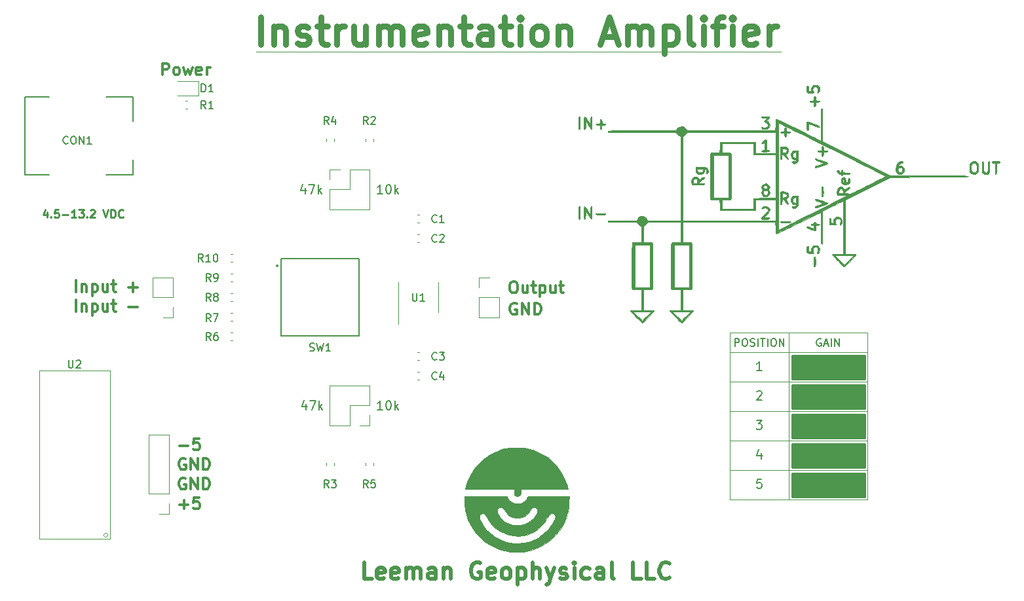
<source format=gbr>
%TF.GenerationSoftware,KiCad,Pcbnew,(5.1.7)-1*%
%TF.CreationDate,2021-05-11T13:40:29-05:00*%
%TF.ProjectId,instrumentation_amplifier,696e7374-7275-46d6-956e-746174696f6e,1.1*%
%TF.SameCoordinates,Original*%
%TF.FileFunction,Legend,Top*%
%TF.FilePolarity,Positive*%
%FSLAX46Y46*%
G04 Gerber Fmt 4.6, Leading zero omitted, Abs format (unit mm)*
G04 Created by KiCad (PCBNEW (5.1.7)-1) date 2021-05-11 13:40:29*
%MOMM*%
%LPD*%
G01*
G04 APERTURE LIST*
%ADD10C,0.300000*%
%ADD11C,0.177800*%
%ADD12C,0.228600*%
%ADD13C,0.539750*%
%ADD14C,0.150000*%
%ADD15C,0.120000*%
%ADD16C,0.762000*%
%ADD17C,0.010000*%
%ADD18C,0.127000*%
%ADD19C,0.200000*%
%ADD20C,0.254000*%
%ADD21C,0.100000*%
G04 APERTURE END LIST*
D10*
X121523285Y-115677142D02*
X122666142Y-115677142D01*
X122094714Y-116248571D02*
X122094714Y-115105714D01*
X124094714Y-114748571D02*
X123380428Y-114748571D01*
X123309000Y-115462857D01*
X123380428Y-115391428D01*
X123523285Y-115320000D01*
X123880428Y-115320000D01*
X124023285Y-115391428D01*
X124094714Y-115462857D01*
X124166142Y-115605714D01*
X124166142Y-115962857D01*
X124094714Y-116105714D01*
X124023285Y-116177142D01*
X123880428Y-116248571D01*
X123523285Y-116248571D01*
X123380428Y-116177142D01*
X123309000Y-116105714D01*
X122301142Y-112280000D02*
X122158285Y-112208571D01*
X121944000Y-112208571D01*
X121729714Y-112280000D01*
X121586857Y-112422857D01*
X121515428Y-112565714D01*
X121444000Y-112851428D01*
X121444000Y-113065714D01*
X121515428Y-113351428D01*
X121586857Y-113494285D01*
X121729714Y-113637142D01*
X121944000Y-113708571D01*
X122086857Y-113708571D01*
X122301142Y-113637142D01*
X122372571Y-113565714D01*
X122372571Y-113065714D01*
X122086857Y-113065714D01*
X123015428Y-113708571D02*
X123015428Y-112208571D01*
X123872571Y-113708571D01*
X123872571Y-112208571D01*
X124586857Y-113708571D02*
X124586857Y-112208571D01*
X124944000Y-112208571D01*
X125158285Y-112280000D01*
X125301142Y-112422857D01*
X125372571Y-112565714D01*
X125444000Y-112851428D01*
X125444000Y-113065714D01*
X125372571Y-113351428D01*
X125301142Y-113494285D01*
X125158285Y-113637142D01*
X124944000Y-113708571D01*
X124586857Y-113708571D01*
X122301142Y-109740000D02*
X122158285Y-109668571D01*
X121944000Y-109668571D01*
X121729714Y-109740000D01*
X121586857Y-109882857D01*
X121515428Y-110025714D01*
X121444000Y-110311428D01*
X121444000Y-110525714D01*
X121515428Y-110811428D01*
X121586857Y-110954285D01*
X121729714Y-111097142D01*
X121944000Y-111168571D01*
X122086857Y-111168571D01*
X122301142Y-111097142D01*
X122372571Y-111025714D01*
X122372571Y-110525714D01*
X122086857Y-110525714D01*
X123015428Y-111168571D02*
X123015428Y-109668571D01*
X123872571Y-111168571D01*
X123872571Y-109668571D01*
X124586857Y-111168571D02*
X124586857Y-109668571D01*
X124944000Y-109668571D01*
X125158285Y-109740000D01*
X125301142Y-109882857D01*
X125372571Y-110025714D01*
X125444000Y-110311428D01*
X125444000Y-110525714D01*
X125372571Y-110811428D01*
X125301142Y-110954285D01*
X125158285Y-111097142D01*
X124944000Y-111168571D01*
X124586857Y-111168571D01*
X121523285Y-108057142D02*
X122666142Y-108057142D01*
X124094714Y-107128571D02*
X123380428Y-107128571D01*
X123309000Y-107842857D01*
X123380428Y-107771428D01*
X123523285Y-107700000D01*
X123880428Y-107700000D01*
X124023285Y-107771428D01*
X124094714Y-107842857D01*
X124166142Y-107985714D01*
X124166142Y-108342857D01*
X124094714Y-108485714D01*
X124023285Y-108557142D01*
X123880428Y-108628571D01*
X123523285Y-108628571D01*
X123380428Y-108557142D01*
X123309000Y-108485714D01*
X119336714Y-60114571D02*
X119336714Y-58614571D01*
X119908142Y-58614571D01*
X120051000Y-58686000D01*
X120122428Y-58757428D01*
X120193857Y-58900285D01*
X120193857Y-59114571D01*
X120122428Y-59257428D01*
X120051000Y-59328857D01*
X119908142Y-59400285D01*
X119336714Y-59400285D01*
X121051000Y-60114571D02*
X120908142Y-60043142D01*
X120836714Y-59971714D01*
X120765285Y-59828857D01*
X120765285Y-59400285D01*
X120836714Y-59257428D01*
X120908142Y-59186000D01*
X121051000Y-59114571D01*
X121265285Y-59114571D01*
X121408142Y-59186000D01*
X121479571Y-59257428D01*
X121551000Y-59400285D01*
X121551000Y-59828857D01*
X121479571Y-59971714D01*
X121408142Y-60043142D01*
X121265285Y-60114571D01*
X121051000Y-60114571D01*
X122051000Y-59114571D02*
X122336714Y-60114571D01*
X122622428Y-59400285D01*
X122908142Y-60114571D01*
X123193857Y-59114571D01*
X124336714Y-60043142D02*
X124193857Y-60114571D01*
X123908142Y-60114571D01*
X123765285Y-60043142D01*
X123693857Y-59900285D01*
X123693857Y-59328857D01*
X123765285Y-59186000D01*
X123908142Y-59114571D01*
X124193857Y-59114571D01*
X124336714Y-59186000D01*
X124408142Y-59328857D01*
X124408142Y-59471714D01*
X123693857Y-59614571D01*
X125051000Y-60114571D02*
X125051000Y-59114571D01*
X125051000Y-59400285D02*
X125122428Y-59257428D01*
X125193857Y-59186000D01*
X125336714Y-59114571D01*
X125479571Y-59114571D01*
D11*
X137894785Y-102625071D02*
X137894785Y-103387071D01*
X137622642Y-102189642D02*
X137350500Y-103006071D01*
X138058071Y-103006071D01*
X138384642Y-102244071D02*
X139146642Y-102244071D01*
X138656785Y-103387071D01*
X139582071Y-103387071D02*
X139582071Y-102244071D01*
X139690928Y-102951642D02*
X140017500Y-103387071D01*
X140017500Y-102625071D02*
X139582071Y-103060500D01*
X147782642Y-103387071D02*
X147129500Y-103387071D01*
X147456071Y-103387071D02*
X147456071Y-102244071D01*
X147347214Y-102407357D01*
X147238357Y-102516214D01*
X147129500Y-102570642D01*
X148490214Y-102244071D02*
X148599071Y-102244071D01*
X148707928Y-102298500D01*
X148762357Y-102352928D01*
X148816785Y-102461785D01*
X148871214Y-102679500D01*
X148871214Y-102951642D01*
X148816785Y-103169357D01*
X148762357Y-103278214D01*
X148707928Y-103332642D01*
X148599071Y-103387071D01*
X148490214Y-103387071D01*
X148381357Y-103332642D01*
X148326928Y-103278214D01*
X148272500Y-103169357D01*
X148218071Y-102951642D01*
X148218071Y-102679500D01*
X148272500Y-102461785D01*
X148326928Y-102352928D01*
X148381357Y-102298500D01*
X148490214Y-102244071D01*
X149361071Y-103387071D02*
X149361071Y-102244071D01*
X149469928Y-102951642D02*
X149796500Y-103387071D01*
X149796500Y-102625071D02*
X149361071Y-103060500D01*
X137767785Y-74685071D02*
X137767785Y-75447071D01*
X137495642Y-74249642D02*
X137223500Y-75066071D01*
X137931071Y-75066071D01*
X138257642Y-74304071D02*
X139019642Y-74304071D01*
X138529785Y-75447071D01*
X139455071Y-75447071D02*
X139455071Y-74304071D01*
X139563928Y-75011642D02*
X139890500Y-75447071D01*
X139890500Y-74685071D02*
X139455071Y-75120500D01*
X147782642Y-75447071D02*
X147129500Y-75447071D01*
X147456071Y-75447071D02*
X147456071Y-74304071D01*
X147347214Y-74467357D01*
X147238357Y-74576214D01*
X147129500Y-74630642D01*
X148490214Y-74304071D02*
X148599071Y-74304071D01*
X148707928Y-74358500D01*
X148762357Y-74412928D01*
X148816785Y-74521785D01*
X148871214Y-74739500D01*
X148871214Y-75011642D01*
X148816785Y-75229357D01*
X148762357Y-75338214D01*
X148707928Y-75392642D01*
X148599071Y-75447071D01*
X148490214Y-75447071D01*
X148381357Y-75392642D01*
X148326928Y-75338214D01*
X148272500Y-75229357D01*
X148218071Y-75011642D01*
X148218071Y-74739500D01*
X148272500Y-74521785D01*
X148326928Y-74412928D01*
X148381357Y-74358500D01*
X148490214Y-74304071D01*
X149361071Y-75447071D02*
X149361071Y-74304071D01*
X149469928Y-75011642D02*
X149796500Y-75447071D01*
X149796500Y-74685071D02*
X149361071Y-75120500D01*
D10*
X108176714Y-90721571D02*
X108176714Y-89221571D01*
X108891000Y-89721571D02*
X108891000Y-90721571D01*
X108891000Y-89864428D02*
X108962428Y-89793000D01*
X109105285Y-89721571D01*
X109319571Y-89721571D01*
X109462428Y-89793000D01*
X109533857Y-89935857D01*
X109533857Y-90721571D01*
X110248142Y-89721571D02*
X110248142Y-91221571D01*
X110248142Y-89793000D02*
X110391000Y-89721571D01*
X110676714Y-89721571D01*
X110819571Y-89793000D01*
X110891000Y-89864428D01*
X110962428Y-90007285D01*
X110962428Y-90435857D01*
X110891000Y-90578714D01*
X110819571Y-90650142D01*
X110676714Y-90721571D01*
X110391000Y-90721571D01*
X110248142Y-90650142D01*
X112248142Y-89721571D02*
X112248142Y-90721571D01*
X111605285Y-89721571D02*
X111605285Y-90507285D01*
X111676714Y-90650142D01*
X111819571Y-90721571D01*
X112033857Y-90721571D01*
X112176714Y-90650142D01*
X112248142Y-90578714D01*
X112748142Y-89721571D02*
X113319571Y-89721571D01*
X112962428Y-89221571D02*
X112962428Y-90507285D01*
X113033857Y-90650142D01*
X113176714Y-90721571D01*
X113319571Y-90721571D01*
X114962428Y-90150142D02*
X116105285Y-90150142D01*
X108176714Y-88181571D02*
X108176714Y-86681571D01*
X108891000Y-87181571D02*
X108891000Y-88181571D01*
X108891000Y-87324428D02*
X108962428Y-87253000D01*
X109105285Y-87181571D01*
X109319571Y-87181571D01*
X109462428Y-87253000D01*
X109533857Y-87395857D01*
X109533857Y-88181571D01*
X110248142Y-87181571D02*
X110248142Y-88681571D01*
X110248142Y-87253000D02*
X110391000Y-87181571D01*
X110676714Y-87181571D01*
X110819571Y-87253000D01*
X110891000Y-87324428D01*
X110962428Y-87467285D01*
X110962428Y-87895857D01*
X110891000Y-88038714D01*
X110819571Y-88110142D01*
X110676714Y-88181571D01*
X110391000Y-88181571D01*
X110248142Y-88110142D01*
X112248142Y-87181571D02*
X112248142Y-88181571D01*
X111605285Y-87181571D02*
X111605285Y-87967285D01*
X111676714Y-88110142D01*
X111819571Y-88181571D01*
X112033857Y-88181571D01*
X112176714Y-88110142D01*
X112248142Y-88038714D01*
X112748142Y-87181571D02*
X113319571Y-87181571D01*
X112962428Y-86681571D02*
X112962428Y-87967285D01*
X113033857Y-88110142D01*
X113176714Y-88181571D01*
X113319571Y-88181571D01*
X114962428Y-87610142D02*
X116105285Y-87610142D01*
X115533857Y-88181571D02*
X115533857Y-87038714D01*
X164604285Y-86808571D02*
X164890000Y-86808571D01*
X165032857Y-86880000D01*
X165175714Y-87022857D01*
X165247142Y-87308571D01*
X165247142Y-87808571D01*
X165175714Y-88094285D01*
X165032857Y-88237142D01*
X164890000Y-88308571D01*
X164604285Y-88308571D01*
X164461428Y-88237142D01*
X164318571Y-88094285D01*
X164247142Y-87808571D01*
X164247142Y-87308571D01*
X164318571Y-87022857D01*
X164461428Y-86880000D01*
X164604285Y-86808571D01*
X166532857Y-87308571D02*
X166532857Y-88308571D01*
X165890000Y-87308571D02*
X165890000Y-88094285D01*
X165961428Y-88237142D01*
X166104285Y-88308571D01*
X166318571Y-88308571D01*
X166461428Y-88237142D01*
X166532857Y-88165714D01*
X167032857Y-87308571D02*
X167604285Y-87308571D01*
X167247142Y-86808571D02*
X167247142Y-88094285D01*
X167318571Y-88237142D01*
X167461428Y-88308571D01*
X167604285Y-88308571D01*
X168104285Y-87308571D02*
X168104285Y-88808571D01*
X168104285Y-87380000D02*
X168247142Y-87308571D01*
X168532857Y-87308571D01*
X168675714Y-87380000D01*
X168747142Y-87451428D01*
X168818571Y-87594285D01*
X168818571Y-88022857D01*
X168747142Y-88165714D01*
X168675714Y-88237142D01*
X168532857Y-88308571D01*
X168247142Y-88308571D01*
X168104285Y-88237142D01*
X170104285Y-87308571D02*
X170104285Y-88308571D01*
X169461428Y-87308571D02*
X169461428Y-88094285D01*
X169532857Y-88237142D01*
X169675714Y-88308571D01*
X169890000Y-88308571D01*
X170032857Y-88237142D01*
X170104285Y-88165714D01*
X170604285Y-87308571D02*
X171175714Y-87308571D01*
X170818571Y-86808571D02*
X170818571Y-88094285D01*
X170890000Y-88237142D01*
X171032857Y-88308571D01*
X171175714Y-88308571D01*
X165100142Y-89674000D02*
X164957285Y-89602571D01*
X164743000Y-89602571D01*
X164528714Y-89674000D01*
X164385857Y-89816857D01*
X164314428Y-89959714D01*
X164243000Y-90245428D01*
X164243000Y-90459714D01*
X164314428Y-90745428D01*
X164385857Y-90888285D01*
X164528714Y-91031142D01*
X164743000Y-91102571D01*
X164885857Y-91102571D01*
X165100142Y-91031142D01*
X165171571Y-90959714D01*
X165171571Y-90459714D01*
X164885857Y-90459714D01*
X165814428Y-91102571D02*
X165814428Y-89602571D01*
X166671571Y-91102571D01*
X166671571Y-89602571D01*
X167385857Y-91102571D02*
X167385857Y-89602571D01*
X167743000Y-89602571D01*
X167957285Y-89674000D01*
X168100142Y-89816857D01*
X168171571Y-89959714D01*
X168243000Y-90245428D01*
X168243000Y-90459714D01*
X168171571Y-90745428D01*
X168100142Y-90888285D01*
X167957285Y-91031142D01*
X167743000Y-91102571D01*
X167385857Y-91102571D01*
D12*
X104400047Y-77887285D02*
X104400047Y-78564619D01*
X104158142Y-77500238D02*
X103916238Y-78225952D01*
X104545190Y-78225952D01*
X104932238Y-78467857D02*
X104980619Y-78516238D01*
X104932238Y-78564619D01*
X104883857Y-78516238D01*
X104932238Y-78467857D01*
X104932238Y-78564619D01*
X105899857Y-77548619D02*
X105416047Y-77548619D01*
X105367666Y-78032428D01*
X105416047Y-77984047D01*
X105512809Y-77935666D01*
X105754714Y-77935666D01*
X105851476Y-77984047D01*
X105899857Y-78032428D01*
X105948238Y-78129190D01*
X105948238Y-78371095D01*
X105899857Y-78467857D01*
X105851476Y-78516238D01*
X105754714Y-78564619D01*
X105512809Y-78564619D01*
X105416047Y-78516238D01*
X105367666Y-78467857D01*
X106383666Y-78177571D02*
X107157761Y-78177571D01*
X108173761Y-78564619D02*
X107593190Y-78564619D01*
X107883476Y-78564619D02*
X107883476Y-77548619D01*
X107786714Y-77693761D01*
X107689952Y-77790523D01*
X107593190Y-77838904D01*
X108512428Y-77548619D02*
X109141380Y-77548619D01*
X108802714Y-77935666D01*
X108947857Y-77935666D01*
X109044619Y-77984047D01*
X109093000Y-78032428D01*
X109141380Y-78129190D01*
X109141380Y-78371095D01*
X109093000Y-78467857D01*
X109044619Y-78516238D01*
X108947857Y-78564619D01*
X108657571Y-78564619D01*
X108560809Y-78516238D01*
X108512428Y-78467857D01*
X109576809Y-78467857D02*
X109625190Y-78516238D01*
X109576809Y-78564619D01*
X109528428Y-78516238D01*
X109576809Y-78467857D01*
X109576809Y-78564619D01*
X110012238Y-77645380D02*
X110060619Y-77597000D01*
X110157380Y-77548619D01*
X110399285Y-77548619D01*
X110496047Y-77597000D01*
X110544428Y-77645380D01*
X110592809Y-77742142D01*
X110592809Y-77838904D01*
X110544428Y-77984047D01*
X109963857Y-78564619D01*
X110592809Y-78564619D01*
X111657190Y-77548619D02*
X111995857Y-78564619D01*
X112334523Y-77548619D01*
X112673190Y-78564619D02*
X112673190Y-77548619D01*
X112915095Y-77548619D01*
X113060238Y-77597000D01*
X113157000Y-77693761D01*
X113205380Y-77790523D01*
X113253761Y-77984047D01*
X113253761Y-78129190D01*
X113205380Y-78322714D01*
X113157000Y-78419476D01*
X113060238Y-78516238D01*
X112915095Y-78564619D01*
X112673190Y-78564619D01*
X114269761Y-78467857D02*
X114221380Y-78516238D01*
X114076238Y-78564619D01*
X113979476Y-78564619D01*
X113834333Y-78516238D01*
X113737571Y-78419476D01*
X113689190Y-78322714D01*
X113640809Y-78129190D01*
X113640809Y-77984047D01*
X113689190Y-77790523D01*
X113737571Y-77693761D01*
X113834333Y-77597000D01*
X113979476Y-77548619D01*
X114076238Y-77548619D01*
X114221380Y-77597000D01*
X114269761Y-77645380D01*
D13*
X146440071Y-125309690D02*
X145411976Y-125309690D01*
X145411976Y-123150690D01*
X147982214Y-125206880D02*
X147776595Y-125309690D01*
X147365357Y-125309690D01*
X147159738Y-125206880D01*
X147056928Y-125001261D01*
X147056928Y-124178785D01*
X147159738Y-123973166D01*
X147365357Y-123870357D01*
X147776595Y-123870357D01*
X147982214Y-123973166D01*
X148085023Y-124178785D01*
X148085023Y-124384404D01*
X147056928Y-124590023D01*
X149832785Y-125206880D02*
X149627166Y-125309690D01*
X149215928Y-125309690D01*
X149010309Y-125206880D01*
X148907500Y-125001261D01*
X148907500Y-124178785D01*
X149010309Y-123973166D01*
X149215928Y-123870357D01*
X149627166Y-123870357D01*
X149832785Y-123973166D01*
X149935595Y-124178785D01*
X149935595Y-124384404D01*
X148907500Y-124590023D01*
X150860880Y-125309690D02*
X150860880Y-123870357D01*
X150860880Y-124075976D02*
X150963690Y-123973166D01*
X151169309Y-123870357D01*
X151477738Y-123870357D01*
X151683357Y-123973166D01*
X151786166Y-124178785D01*
X151786166Y-125309690D01*
X151786166Y-124178785D02*
X151888976Y-123973166D01*
X152094595Y-123870357D01*
X152403023Y-123870357D01*
X152608642Y-123973166D01*
X152711452Y-124178785D01*
X152711452Y-125309690D01*
X154664833Y-125309690D02*
X154664833Y-124178785D01*
X154562023Y-123973166D01*
X154356404Y-123870357D01*
X153945166Y-123870357D01*
X153739547Y-123973166D01*
X154664833Y-125206880D02*
X154459214Y-125309690D01*
X153945166Y-125309690D01*
X153739547Y-125206880D01*
X153636738Y-125001261D01*
X153636738Y-124795642D01*
X153739547Y-124590023D01*
X153945166Y-124487214D01*
X154459214Y-124487214D01*
X154664833Y-124384404D01*
X155692928Y-123870357D02*
X155692928Y-125309690D01*
X155692928Y-124075976D02*
X155795738Y-123973166D01*
X156001357Y-123870357D01*
X156309785Y-123870357D01*
X156515404Y-123973166D01*
X156618214Y-124178785D01*
X156618214Y-125309690D01*
X160422166Y-123253500D02*
X160216547Y-123150690D01*
X159908119Y-123150690D01*
X159599690Y-123253500D01*
X159394071Y-123459119D01*
X159291261Y-123664738D01*
X159188452Y-124075976D01*
X159188452Y-124384404D01*
X159291261Y-124795642D01*
X159394071Y-125001261D01*
X159599690Y-125206880D01*
X159908119Y-125309690D01*
X160113738Y-125309690D01*
X160422166Y-125206880D01*
X160524976Y-125104071D01*
X160524976Y-124384404D01*
X160113738Y-124384404D01*
X162272738Y-125206880D02*
X162067119Y-125309690D01*
X161655880Y-125309690D01*
X161450261Y-125206880D01*
X161347452Y-125001261D01*
X161347452Y-124178785D01*
X161450261Y-123973166D01*
X161655880Y-123870357D01*
X162067119Y-123870357D01*
X162272738Y-123973166D01*
X162375547Y-124178785D01*
X162375547Y-124384404D01*
X161347452Y-124590023D01*
X163609261Y-125309690D02*
X163403642Y-125206880D01*
X163300833Y-125104071D01*
X163198023Y-124898452D01*
X163198023Y-124281595D01*
X163300833Y-124075976D01*
X163403642Y-123973166D01*
X163609261Y-123870357D01*
X163917690Y-123870357D01*
X164123309Y-123973166D01*
X164226119Y-124075976D01*
X164328928Y-124281595D01*
X164328928Y-124898452D01*
X164226119Y-125104071D01*
X164123309Y-125206880D01*
X163917690Y-125309690D01*
X163609261Y-125309690D01*
X165254214Y-123870357D02*
X165254214Y-126029357D01*
X165254214Y-123973166D02*
X165459833Y-123870357D01*
X165871071Y-123870357D01*
X166076690Y-123973166D01*
X166179500Y-124075976D01*
X166282309Y-124281595D01*
X166282309Y-124898452D01*
X166179500Y-125104071D01*
X166076690Y-125206880D01*
X165871071Y-125309690D01*
X165459833Y-125309690D01*
X165254214Y-125206880D01*
X167207595Y-125309690D02*
X167207595Y-123150690D01*
X168132880Y-125309690D02*
X168132880Y-124178785D01*
X168030071Y-123973166D01*
X167824452Y-123870357D01*
X167516023Y-123870357D01*
X167310404Y-123973166D01*
X167207595Y-124075976D01*
X168955357Y-123870357D02*
X169469404Y-125309690D01*
X169983452Y-123870357D02*
X169469404Y-125309690D01*
X169263785Y-125823738D01*
X169160976Y-125926547D01*
X168955357Y-126029357D01*
X170703119Y-125206880D02*
X170908738Y-125309690D01*
X171319976Y-125309690D01*
X171525595Y-125206880D01*
X171628404Y-125001261D01*
X171628404Y-124898452D01*
X171525595Y-124692833D01*
X171319976Y-124590023D01*
X171011547Y-124590023D01*
X170805928Y-124487214D01*
X170703119Y-124281595D01*
X170703119Y-124178785D01*
X170805928Y-123973166D01*
X171011547Y-123870357D01*
X171319976Y-123870357D01*
X171525595Y-123973166D01*
X172553690Y-125309690D02*
X172553690Y-123870357D01*
X172553690Y-123150690D02*
X172450880Y-123253500D01*
X172553690Y-123356309D01*
X172656500Y-123253500D01*
X172553690Y-123150690D01*
X172553690Y-123356309D01*
X174507071Y-125206880D02*
X174301452Y-125309690D01*
X173890214Y-125309690D01*
X173684595Y-125206880D01*
X173581785Y-125104071D01*
X173478976Y-124898452D01*
X173478976Y-124281595D01*
X173581785Y-124075976D01*
X173684595Y-123973166D01*
X173890214Y-123870357D01*
X174301452Y-123870357D01*
X174507071Y-123973166D01*
X176357642Y-125309690D02*
X176357642Y-124178785D01*
X176254833Y-123973166D01*
X176049214Y-123870357D01*
X175637976Y-123870357D01*
X175432357Y-123973166D01*
X176357642Y-125206880D02*
X176152023Y-125309690D01*
X175637976Y-125309690D01*
X175432357Y-125206880D01*
X175329547Y-125001261D01*
X175329547Y-124795642D01*
X175432357Y-124590023D01*
X175637976Y-124487214D01*
X176152023Y-124487214D01*
X176357642Y-124384404D01*
X177694166Y-125309690D02*
X177488547Y-125206880D01*
X177385738Y-125001261D01*
X177385738Y-123150690D01*
X181189690Y-125309690D02*
X180161595Y-125309690D01*
X180161595Y-123150690D01*
X182937452Y-125309690D02*
X181909357Y-125309690D01*
X181909357Y-123150690D01*
X184890833Y-125104071D02*
X184788023Y-125206880D01*
X184479595Y-125309690D01*
X184273976Y-125309690D01*
X183965547Y-125206880D01*
X183759928Y-125001261D01*
X183657119Y-124795642D01*
X183554309Y-124384404D01*
X183554309Y-124075976D01*
X183657119Y-123664738D01*
X183759928Y-123459119D01*
X183965547Y-123253500D01*
X184273976Y-123150690D01*
X184479595Y-123150690D01*
X184788023Y-123253500D01*
X184890833Y-123356309D01*
D11*
X196741142Y-112404071D02*
X196196857Y-112404071D01*
X196142428Y-112948357D01*
X196196857Y-112893928D01*
X196305714Y-112839500D01*
X196577857Y-112839500D01*
X196686714Y-112893928D01*
X196741142Y-112948357D01*
X196795571Y-113057214D01*
X196795571Y-113329357D01*
X196741142Y-113438214D01*
X196686714Y-113492642D01*
X196577857Y-113547071D01*
X196305714Y-113547071D01*
X196196857Y-113492642D01*
X196142428Y-113438214D01*
X196686714Y-108975071D02*
X196686714Y-109737071D01*
X196414571Y-108539642D02*
X196142428Y-109356071D01*
X196850000Y-109356071D01*
X196142428Y-101082928D02*
X196196857Y-101028500D01*
X196305714Y-100974071D01*
X196577857Y-100974071D01*
X196686714Y-101028500D01*
X196741142Y-101082928D01*
X196795571Y-101191785D01*
X196795571Y-101300642D01*
X196741142Y-101463928D01*
X196088000Y-102117071D01*
X196795571Y-102117071D01*
X196088000Y-104784071D02*
X196795571Y-104784071D01*
X196414571Y-105219500D01*
X196577857Y-105219500D01*
X196686714Y-105273928D01*
X196741142Y-105328357D01*
X196795571Y-105437214D01*
X196795571Y-105709357D01*
X196741142Y-105818214D01*
X196686714Y-105872642D01*
X196577857Y-105927071D01*
X196251285Y-105927071D01*
X196142428Y-105872642D01*
X196088000Y-105818214D01*
X196795571Y-98307071D02*
X196142428Y-98307071D01*
X196469000Y-98307071D02*
X196469000Y-97164071D01*
X196360142Y-97327357D01*
X196251285Y-97436214D01*
X196142428Y-97490642D01*
D14*
X193302333Y-95194380D02*
X193302333Y-94194380D01*
X193683285Y-94194380D01*
X193778523Y-94242000D01*
X193826142Y-94289619D01*
X193873761Y-94384857D01*
X193873761Y-94527714D01*
X193826142Y-94622952D01*
X193778523Y-94670571D01*
X193683285Y-94718190D01*
X193302333Y-94718190D01*
X194492809Y-94194380D02*
X194683285Y-94194380D01*
X194778523Y-94242000D01*
X194873761Y-94337238D01*
X194921380Y-94527714D01*
X194921380Y-94861047D01*
X194873761Y-95051523D01*
X194778523Y-95146761D01*
X194683285Y-95194380D01*
X194492809Y-95194380D01*
X194397571Y-95146761D01*
X194302333Y-95051523D01*
X194254714Y-94861047D01*
X194254714Y-94527714D01*
X194302333Y-94337238D01*
X194397571Y-94242000D01*
X194492809Y-94194380D01*
X195302333Y-95146761D02*
X195445190Y-95194380D01*
X195683285Y-95194380D01*
X195778523Y-95146761D01*
X195826142Y-95099142D01*
X195873761Y-95003904D01*
X195873761Y-94908666D01*
X195826142Y-94813428D01*
X195778523Y-94765809D01*
X195683285Y-94718190D01*
X195492809Y-94670571D01*
X195397571Y-94622952D01*
X195349952Y-94575333D01*
X195302333Y-94480095D01*
X195302333Y-94384857D01*
X195349952Y-94289619D01*
X195397571Y-94242000D01*
X195492809Y-94194380D01*
X195730904Y-94194380D01*
X195873761Y-94242000D01*
X196302333Y-95194380D02*
X196302333Y-94194380D01*
X196635666Y-94194380D02*
X197207095Y-94194380D01*
X196921380Y-95194380D02*
X196921380Y-94194380D01*
X197540428Y-95194380D02*
X197540428Y-94194380D01*
X198207095Y-94194380D02*
X198397571Y-94194380D01*
X198492809Y-94242000D01*
X198588047Y-94337238D01*
X198635666Y-94527714D01*
X198635666Y-94861047D01*
X198588047Y-95051523D01*
X198492809Y-95146761D01*
X198397571Y-95194380D01*
X198207095Y-95194380D01*
X198111857Y-95146761D01*
X198016619Y-95051523D01*
X197969000Y-94861047D01*
X197969000Y-94527714D01*
X198016619Y-94337238D01*
X198111857Y-94242000D01*
X198207095Y-94194380D01*
X199064238Y-95194380D02*
X199064238Y-94194380D01*
X199635666Y-95194380D01*
X199635666Y-94194380D01*
X204430428Y-94242000D02*
X204335190Y-94194380D01*
X204192333Y-94194380D01*
X204049476Y-94242000D01*
X203954238Y-94337238D01*
X203906619Y-94432476D01*
X203859000Y-94622952D01*
X203859000Y-94765809D01*
X203906619Y-94956285D01*
X203954238Y-95051523D01*
X204049476Y-95146761D01*
X204192333Y-95194380D01*
X204287571Y-95194380D01*
X204430428Y-95146761D01*
X204478047Y-95099142D01*
X204478047Y-94765809D01*
X204287571Y-94765809D01*
X204859000Y-94908666D02*
X205335190Y-94908666D01*
X204763761Y-95194380D02*
X205097095Y-94194380D01*
X205430428Y-95194380D01*
X205763761Y-95194380D02*
X205763761Y-94194380D01*
X206239952Y-95194380D02*
X206239952Y-94194380D01*
X206811380Y-95194380D01*
X206811380Y-94194380D01*
D15*
X210439000Y-115062000D02*
X192659000Y-115062000D01*
X192659000Y-113792000D02*
X192659000Y-115062000D01*
X210439000Y-113792000D02*
X210439000Y-115062000D01*
X200279000Y-113792000D02*
X200279000Y-115062000D01*
X192659000Y-111252000D02*
X210439000Y-111252000D01*
X192659000Y-107442000D02*
X210439000Y-107442000D01*
X192659000Y-103632000D02*
X210439000Y-103632000D01*
X192659000Y-99822000D02*
X210439000Y-99822000D01*
X192659000Y-96012000D02*
X210439000Y-96012000D01*
X210439000Y-93472000D02*
X210439000Y-113792000D01*
X207899000Y-93472000D02*
X210439000Y-93472000D01*
X192659000Y-93472000D02*
X192659000Y-113792000D01*
X200279000Y-93472000D02*
X200279000Y-113792000D01*
X192659000Y-93472000D02*
X207899000Y-93472000D01*
X199263000Y-57150000D02*
X131445000Y-57150000D01*
D16*
X131995333Y-56218666D02*
X131995333Y-52662666D01*
X133688666Y-53848000D02*
X133688666Y-56218666D01*
X133688666Y-54186666D02*
X133857999Y-54017333D01*
X134196666Y-53848000D01*
X134704666Y-53848000D01*
X135043333Y-54017333D01*
X135212666Y-54356000D01*
X135212666Y-56218666D01*
X136736666Y-56049333D02*
X137075333Y-56218666D01*
X137752666Y-56218666D01*
X138091333Y-56049333D01*
X138260666Y-55710666D01*
X138260666Y-55541333D01*
X138091333Y-55202666D01*
X137752666Y-55033333D01*
X137244666Y-55033333D01*
X136906000Y-54864000D01*
X136736666Y-54525333D01*
X136736666Y-54356000D01*
X136906000Y-54017333D01*
X137244666Y-53848000D01*
X137752666Y-53848000D01*
X138091333Y-54017333D01*
X139276666Y-53848000D02*
X140631333Y-53848000D01*
X139784666Y-52662666D02*
X139784666Y-55710666D01*
X139954000Y-56049333D01*
X140292666Y-56218666D01*
X140631333Y-56218666D01*
X141816666Y-56218666D02*
X141816666Y-53848000D01*
X141816666Y-54525333D02*
X141986000Y-54186666D01*
X142155333Y-54017333D01*
X142494000Y-53848000D01*
X142832666Y-53848000D01*
X145542000Y-53848000D02*
X145542000Y-56218666D01*
X144018000Y-53848000D02*
X144018000Y-55710666D01*
X144187333Y-56049333D01*
X144526000Y-56218666D01*
X145034000Y-56218666D01*
X145372666Y-56049333D01*
X145542000Y-55880000D01*
X147235333Y-56218666D02*
X147235333Y-53848000D01*
X147235333Y-54186666D02*
X147404666Y-54017333D01*
X147743333Y-53848000D01*
X148251333Y-53848000D01*
X148590000Y-54017333D01*
X148759333Y-54356000D01*
X148759333Y-56218666D01*
X148759333Y-54356000D02*
X148928666Y-54017333D01*
X149267333Y-53848000D01*
X149775333Y-53848000D01*
X150114000Y-54017333D01*
X150283333Y-54356000D01*
X150283333Y-56218666D01*
X153331333Y-56049333D02*
X152992666Y-56218666D01*
X152315333Y-56218666D01*
X151976666Y-56049333D01*
X151807333Y-55710666D01*
X151807333Y-54356000D01*
X151976666Y-54017333D01*
X152315333Y-53848000D01*
X152992666Y-53848000D01*
X153331333Y-54017333D01*
X153500666Y-54356000D01*
X153500666Y-54694666D01*
X151807333Y-55033333D01*
X155024666Y-53848000D02*
X155024666Y-56218666D01*
X155024666Y-54186666D02*
X155194000Y-54017333D01*
X155532666Y-53848000D01*
X156040666Y-53848000D01*
X156379333Y-54017333D01*
X156548666Y-54356000D01*
X156548666Y-56218666D01*
X157734000Y-53848000D02*
X159088666Y-53848000D01*
X158242000Y-52662666D02*
X158242000Y-55710666D01*
X158411333Y-56049333D01*
X158750000Y-56218666D01*
X159088666Y-56218666D01*
X161798000Y-56218666D02*
X161798000Y-54356000D01*
X161628666Y-54017333D01*
X161290000Y-53848000D01*
X160612666Y-53848000D01*
X160274000Y-54017333D01*
X161798000Y-56049333D02*
X161459333Y-56218666D01*
X160612666Y-56218666D01*
X160274000Y-56049333D01*
X160104666Y-55710666D01*
X160104666Y-55372000D01*
X160274000Y-55033333D01*
X160612666Y-54864000D01*
X161459333Y-54864000D01*
X161798000Y-54694666D01*
X162983333Y-53848000D02*
X164338000Y-53848000D01*
X163491333Y-52662666D02*
X163491333Y-55710666D01*
X163660666Y-56049333D01*
X163999333Y-56218666D01*
X164338000Y-56218666D01*
X165523333Y-56218666D02*
X165523333Y-53848000D01*
X165523333Y-52662666D02*
X165354000Y-52832000D01*
X165523333Y-53001333D01*
X165692666Y-52832000D01*
X165523333Y-52662666D01*
X165523333Y-53001333D01*
X167724666Y-56218666D02*
X167386000Y-56049333D01*
X167216666Y-55880000D01*
X167047333Y-55541333D01*
X167047333Y-54525333D01*
X167216666Y-54186666D01*
X167386000Y-54017333D01*
X167724666Y-53848000D01*
X168232666Y-53848000D01*
X168571333Y-54017333D01*
X168740666Y-54186666D01*
X168910000Y-54525333D01*
X168910000Y-55541333D01*
X168740666Y-55880000D01*
X168571333Y-56049333D01*
X168232666Y-56218666D01*
X167724666Y-56218666D01*
X170434000Y-53848000D02*
X170434000Y-56218666D01*
X170434000Y-54186666D02*
X170603333Y-54017333D01*
X170942000Y-53848000D01*
X171450000Y-53848000D01*
X171788666Y-54017333D01*
X171958000Y-54356000D01*
X171958000Y-56218666D01*
X176191333Y-55202666D02*
X177884666Y-55202666D01*
X175852666Y-56218666D02*
X177038000Y-52662666D01*
X178223333Y-56218666D01*
X179408666Y-56218666D02*
X179408666Y-53848000D01*
X179408666Y-54186666D02*
X179578000Y-54017333D01*
X179916666Y-53848000D01*
X180424666Y-53848000D01*
X180763333Y-54017333D01*
X180932666Y-54356000D01*
X180932666Y-56218666D01*
X180932666Y-54356000D02*
X181102000Y-54017333D01*
X181440666Y-53848000D01*
X181948666Y-53848000D01*
X182287333Y-54017333D01*
X182456666Y-54356000D01*
X182456666Y-56218666D01*
X184150000Y-53848000D02*
X184150000Y-57404000D01*
X184150000Y-54017333D02*
X184488666Y-53848000D01*
X185166000Y-53848000D01*
X185504666Y-54017333D01*
X185674000Y-54186666D01*
X185843333Y-54525333D01*
X185843333Y-55541333D01*
X185674000Y-55880000D01*
X185504666Y-56049333D01*
X185166000Y-56218666D01*
X184488666Y-56218666D01*
X184150000Y-56049333D01*
X187875333Y-56218666D02*
X187536666Y-56049333D01*
X187367333Y-55710666D01*
X187367333Y-52662666D01*
X189230000Y-56218666D02*
X189230000Y-53848000D01*
X189230000Y-52662666D02*
X189060666Y-52832000D01*
X189230000Y-53001333D01*
X189399333Y-52832000D01*
X189230000Y-52662666D01*
X189230000Y-53001333D01*
X190415333Y-53848000D02*
X191770000Y-53848000D01*
X190923333Y-56218666D02*
X190923333Y-53170666D01*
X191092666Y-52832000D01*
X191431333Y-52662666D01*
X191770000Y-52662666D01*
X192955333Y-56218666D02*
X192955333Y-53848000D01*
X192955333Y-52662666D02*
X192786000Y-52832000D01*
X192955333Y-53001333D01*
X193124666Y-52832000D01*
X192955333Y-52662666D01*
X192955333Y-53001333D01*
X196003333Y-56049333D02*
X195664666Y-56218666D01*
X194987333Y-56218666D01*
X194648666Y-56049333D01*
X194479333Y-55710666D01*
X194479333Y-54356000D01*
X194648666Y-54017333D01*
X194987333Y-53848000D01*
X195664666Y-53848000D01*
X196003333Y-54017333D01*
X196172666Y-54356000D01*
X196172666Y-54694666D01*
X194479333Y-55033333D01*
X197696666Y-56218666D02*
X197696666Y-53848000D01*
X197696666Y-54525333D02*
X197866000Y-54186666D01*
X198035333Y-54017333D01*
X198374000Y-53848000D01*
X198712666Y-53848000D01*
D17*
%TO.C,G\u002A\u002A\u002A*%
G36*
X204509688Y-64441397D02*
G01*
X204532792Y-64451748D01*
X204551848Y-64479468D01*
X204567329Y-64534155D01*
X204579707Y-64625410D01*
X204589455Y-64762833D01*
X204597047Y-64956021D01*
X204602954Y-65214576D01*
X204607649Y-65548097D01*
X204611606Y-65966183D01*
X204615298Y-66478434D01*
X204616104Y-66602074D01*
X204629916Y-68744927D01*
X208955270Y-70914068D01*
X213280625Y-73083209D01*
X218360625Y-73109667D01*
X219215264Y-73114265D01*
X219970093Y-73118699D01*
X220631133Y-73123096D01*
X221204408Y-73127579D01*
X221695938Y-73132276D01*
X222111748Y-73137310D01*
X222457858Y-73142809D01*
X222740292Y-73148897D01*
X222965071Y-73155699D01*
X223138218Y-73163341D01*
X223265756Y-73171949D01*
X223353706Y-73181649D01*
X223408091Y-73192564D01*
X223434934Y-73204822D01*
X223440625Y-73215500D01*
X223431225Y-73228936D01*
X223399000Y-73240924D01*
X223337912Y-73251590D01*
X223241923Y-73261062D01*
X223104995Y-73269465D01*
X222921091Y-73276925D01*
X222684173Y-73283570D01*
X222388202Y-73289526D01*
X222027141Y-73294918D01*
X221594952Y-73299875D01*
X221085598Y-73304521D01*
X220493040Y-73308984D01*
X219811240Y-73313390D01*
X219034161Y-73317865D01*
X218387084Y-73321334D01*
X213333542Y-73347792D01*
X210436354Y-74802774D01*
X207539167Y-76257756D01*
X207539167Y-83269667D01*
X208223961Y-83269667D01*
X208548580Y-83274343D01*
X208780062Y-83288114D01*
X208913661Y-83310592D01*
X208945061Y-83328413D01*
X208919564Y-83379662D01*
X208831142Y-83490570D01*
X208693135Y-83647418D01*
X208518887Y-83836489D01*
X208321736Y-84044062D01*
X208115026Y-84256421D01*
X207912096Y-84459847D01*
X207726288Y-84640621D01*
X207570943Y-84785026D01*
X207459403Y-84879343D01*
X207406875Y-84910084D01*
X207347576Y-84874139D01*
X207232165Y-84775451D01*
X207073983Y-84627738D01*
X206886371Y-84444718D01*
X206682672Y-84240110D01*
X206476225Y-84027632D01*
X206280373Y-83821001D01*
X206108455Y-83633938D01*
X205974843Y-83481334D01*
X206244513Y-83481334D01*
X206824792Y-84063417D01*
X207025694Y-84263213D01*
X207200144Y-84433429D01*
X207334724Y-84561231D01*
X207416016Y-84633785D01*
X207433334Y-84645500D01*
X207478464Y-84609961D01*
X207584487Y-84511898D01*
X207737986Y-84364147D01*
X207925542Y-84179541D01*
X208041875Y-84063417D01*
X208622154Y-83481334D01*
X206244513Y-83481334D01*
X205974843Y-83481334D01*
X205973814Y-83480159D01*
X205889791Y-83373383D01*
X205868689Y-83328413D01*
X205940213Y-83301076D01*
X206113407Y-83282058D01*
X206384412Y-83271660D01*
X206616248Y-83269667D01*
X207327500Y-83269667D01*
X207327500Y-79830084D01*
X207327098Y-79237456D01*
X207325938Y-78677135D01*
X207324089Y-78157906D01*
X207321619Y-77688558D01*
X207318597Y-77277877D01*
X207315092Y-76934651D01*
X207311171Y-76667667D01*
X207306905Y-76485712D01*
X207302361Y-76397574D01*
X207300635Y-76390500D01*
X207248172Y-76413258D01*
X207113444Y-76477510D01*
X206908750Y-76577226D01*
X206646388Y-76706377D01*
X206338655Y-76858932D01*
X205997850Y-77028861D01*
X205951853Y-77051865D01*
X204629937Y-77713230D01*
X204616115Y-79869678D01*
X204612251Y-80410066D01*
X204607983Y-80853790D01*
X204602914Y-81210021D01*
X204596649Y-81487926D01*
X204588789Y-81696677D01*
X204578940Y-81845443D01*
X204566705Y-81943393D01*
X204551688Y-81999697D01*
X204533492Y-82023524D01*
X204522917Y-82026125D01*
X204502725Y-82015204D01*
X204485993Y-81976253D01*
X204472310Y-81899991D01*
X204461262Y-81777138D01*
X204452441Y-81598412D01*
X204445434Y-81354532D01*
X204439829Y-81036218D01*
X204435216Y-80634189D01*
X204431184Y-80139163D01*
X204429706Y-79922893D01*
X204415869Y-77819661D01*
X201606217Y-79224684D01*
X201040100Y-79506566D01*
X200518989Y-79763617D01*
X200049460Y-79992714D01*
X199638086Y-80190734D01*
X199291440Y-80354552D01*
X199016098Y-80481046D01*
X198818633Y-80567091D01*
X198705619Y-80609564D01*
X198683178Y-80613541D01*
X198637868Y-80602015D01*
X198606073Y-80571347D01*
X198584898Y-80504718D01*
X198571444Y-80385309D01*
X198562815Y-80196300D01*
X198556114Y-79920874D01*
X198555069Y-79869771D01*
X198540347Y-79142167D01*
X186531250Y-79142167D01*
X186531250Y-81735084D01*
X187085013Y-81735084D01*
X187336329Y-81737045D01*
X187502462Y-81745243D01*
X187604027Y-81763142D01*
X187661637Y-81794212D01*
X187693555Y-81837438D01*
X187703168Y-81907018D01*
X187712025Y-82070572D01*
X187720081Y-82316243D01*
X187727291Y-82632175D01*
X187733608Y-83006511D01*
X187738990Y-83427393D01*
X187743389Y-83882966D01*
X187746762Y-84361372D01*
X187749063Y-84850754D01*
X187750246Y-85339256D01*
X187750267Y-85815020D01*
X187749081Y-86266191D01*
X187746642Y-86680911D01*
X187742905Y-87047323D01*
X187737826Y-87353571D01*
X187731358Y-87587797D01*
X187723458Y-87738145D01*
X187716214Y-87789714D01*
X187684646Y-87827572D01*
X187612553Y-87852342D01*
X187481774Y-87866522D01*
X187274151Y-87872610D01*
X187107672Y-87873417D01*
X186531250Y-87873417D01*
X186531250Y-90519250D01*
X187216044Y-90519250D01*
X187540663Y-90523926D01*
X187772145Y-90537697D01*
X187905744Y-90560176D01*
X187937145Y-90577996D01*
X187911647Y-90629246D01*
X187823225Y-90740154D01*
X187685219Y-90897002D01*
X187510970Y-91086072D01*
X187313820Y-91293645D01*
X187107109Y-91506004D01*
X186904179Y-91709430D01*
X186718371Y-91890205D01*
X186563027Y-92034609D01*
X186451486Y-92128926D01*
X186398959Y-92159667D01*
X186339659Y-92123722D01*
X186224248Y-92025034D01*
X186066066Y-91877321D01*
X185878455Y-91694302D01*
X185674755Y-91489693D01*
X185468309Y-91277215D01*
X185272456Y-91070585D01*
X185100538Y-90883521D01*
X184966926Y-90730917D01*
X185236597Y-90730917D01*
X185816875Y-91313000D01*
X186015691Y-91512324D01*
X186185392Y-91682250D01*
X186313241Y-91810039D01*
X186386501Y-91882955D01*
X186398959Y-91895084D01*
X186434833Y-91859718D01*
X186532663Y-91762112D01*
X186679712Y-91615003D01*
X186863242Y-91431129D01*
X186981042Y-91313000D01*
X187561320Y-90730917D01*
X185236597Y-90730917D01*
X184966926Y-90730917D01*
X184965897Y-90729742D01*
X184881874Y-90622966D01*
X184860772Y-90577996D01*
X184932340Y-90550396D01*
X185104685Y-90531268D01*
X185373062Y-90520999D01*
X185581873Y-90519250D01*
X186266667Y-90519250D01*
X186266667Y-87873417D01*
X185690245Y-87873417D01*
X185428584Y-87870942D01*
X185254516Y-87861854D01*
X185149882Y-87843654D01*
X185096522Y-87813844D01*
X185081703Y-87789714D01*
X185075693Y-87722400D01*
X185070049Y-87559155D01*
X185064876Y-87309879D01*
X185060282Y-86984475D01*
X185056370Y-86592843D01*
X185053248Y-86144884D01*
X185051021Y-85650501D01*
X185049795Y-85119594D01*
X185049584Y-84784047D01*
X185050170Y-84111450D01*
X185052016Y-83538516D01*
X185055254Y-83059082D01*
X185060013Y-82666984D01*
X185066426Y-82356058D01*
X185074623Y-82120141D01*
X185075509Y-82105500D01*
X185420000Y-82105500D01*
X185420000Y-87555917D01*
X187377917Y-87555917D01*
X187377917Y-82105500D01*
X185420000Y-82105500D01*
X185075509Y-82105500D01*
X185084736Y-81953068D01*
X185096896Y-81848676D01*
X185111233Y-81800801D01*
X185113084Y-81798583D01*
X185203946Y-81765091D01*
X185393527Y-81743742D01*
X185675336Y-81735216D01*
X185721625Y-81735084D01*
X186266667Y-81735084D01*
X186266667Y-79142167D01*
X181953959Y-79144457D01*
X181874584Y-79315291D01*
X181764609Y-79463772D01*
X181624375Y-79565500D01*
X181453541Y-79644875D01*
X181452395Y-80689979D01*
X181451250Y-81735084D01*
X181996292Y-81735084D01*
X182290454Y-81741767D01*
X182493295Y-81761367D01*
X182598323Y-81793206D01*
X182604833Y-81798583D01*
X182619438Y-81840166D01*
X182631848Y-81937536D01*
X182642197Y-82096855D01*
X182650615Y-82324288D01*
X182657232Y-82625999D01*
X182662181Y-83008151D01*
X182665592Y-83476908D01*
X182667597Y-84038435D01*
X182668326Y-84698894D01*
X182668334Y-84784047D01*
X182667766Y-85332280D01*
X182666133Y-85849993D01*
X182663541Y-86327286D01*
X182660096Y-86754256D01*
X182655903Y-87121004D01*
X182651068Y-87417626D01*
X182645697Y-87634223D01*
X182639896Y-87760892D01*
X182636214Y-87789714D01*
X182604646Y-87827572D01*
X182532553Y-87852342D01*
X182401774Y-87866522D01*
X182194151Y-87872610D01*
X182027672Y-87873417D01*
X181451250Y-87873417D01*
X181451250Y-90519250D01*
X182136044Y-90519250D01*
X182460663Y-90523926D01*
X182692145Y-90537697D01*
X182825744Y-90560176D01*
X182857145Y-90577996D01*
X182831647Y-90629246D01*
X182743225Y-90740154D01*
X182605219Y-90897002D01*
X182430970Y-91086072D01*
X182233820Y-91293645D01*
X182027109Y-91506004D01*
X181824179Y-91709430D01*
X181638371Y-91890205D01*
X181483027Y-92034609D01*
X181371486Y-92128926D01*
X181318959Y-92159667D01*
X181266716Y-92123793D01*
X181152342Y-92023674D01*
X180987869Y-91870563D01*
X180785334Y-91675711D01*
X180556770Y-91450372D01*
X180504569Y-91398205D01*
X180260167Y-91148855D01*
X180056753Y-90932314D01*
X179903110Y-90758533D01*
X179881420Y-90730917D01*
X180156597Y-90730917D01*
X180736875Y-91313000D01*
X180935691Y-91512324D01*
X181105392Y-91682250D01*
X181233241Y-91810039D01*
X181306501Y-91882955D01*
X181318959Y-91895084D01*
X181354833Y-91859718D01*
X181452663Y-91762112D01*
X181599712Y-91615003D01*
X181783242Y-91431129D01*
X181901042Y-91313000D01*
X182481320Y-90730917D01*
X180156597Y-90730917D01*
X179881420Y-90730917D01*
X179808017Y-90637463D01*
X179780258Y-90579057D01*
X179780772Y-90577996D01*
X179852340Y-90550396D01*
X180024685Y-90531268D01*
X180293062Y-90520999D01*
X180501873Y-90519250D01*
X181186667Y-90519250D01*
X181186667Y-87873417D01*
X180610245Y-87873417D01*
X180348584Y-87870942D01*
X180174516Y-87861854D01*
X180069882Y-87843654D01*
X180016522Y-87813844D01*
X180001703Y-87789714D01*
X179992645Y-87713605D01*
X179985055Y-87544299D01*
X179978888Y-87293654D01*
X179974100Y-86973527D01*
X179970645Y-86595774D01*
X179968478Y-86172252D01*
X179967554Y-85714818D01*
X179967828Y-85235328D01*
X179969255Y-84745640D01*
X179971788Y-84257611D01*
X179975385Y-83783096D01*
X179979998Y-83333954D01*
X179985584Y-82922040D01*
X179992097Y-82559212D01*
X179999491Y-82257327D01*
X180004946Y-82105500D01*
X180340000Y-82105500D01*
X180340000Y-87555917D01*
X182297917Y-87555917D01*
X182297917Y-82105500D01*
X180340000Y-82105500D01*
X180004946Y-82105500D01*
X180007722Y-82028240D01*
X180016745Y-81883810D01*
X180024362Y-81837438D01*
X180059733Y-81791180D01*
X180120081Y-81761284D01*
X180226023Y-81744282D01*
X180398170Y-81736707D01*
X180632904Y-81735084D01*
X181186667Y-81735084D01*
X181186667Y-79681787D01*
X180999286Y-79571230D01*
X180851891Y-79457461D01*
X180733977Y-79322078D01*
X180721473Y-79301754D01*
X180631042Y-79142836D01*
X178798667Y-79142501D01*
X178290295Y-79141666D01*
X177878348Y-79139126D01*
X177553428Y-79134529D01*
X177306136Y-79127519D01*
X177127072Y-79117742D01*
X177006837Y-79104843D01*
X176936032Y-79088468D01*
X176907355Y-79071152D01*
X176873787Y-78993991D01*
X176883237Y-78965319D01*
X176942462Y-78957228D01*
X177095285Y-78949803D01*
X177329468Y-78943268D01*
X177632776Y-78937847D01*
X177992975Y-78933765D01*
X178397827Y-78931246D01*
X178782041Y-78930500D01*
X180646027Y-78930500D01*
X180677750Y-78804104D01*
X180764668Y-78641084D01*
X180920326Y-78492594D01*
X181108415Y-78386043D01*
X181281112Y-78348615D01*
X181521678Y-78395014D01*
X181733505Y-78519886D01*
X181884053Y-78702477D01*
X181904936Y-78746451D01*
X181981837Y-78930500D01*
X186266667Y-78930500D01*
X186531250Y-78930500D01*
X198543334Y-78930500D01*
X198543334Y-76231750D01*
X195953489Y-76231750D01*
X195923959Y-77634042D01*
X191373125Y-77634042D01*
X191358315Y-76959354D01*
X191343505Y-76284667D01*
X190768664Y-76284667D01*
X190507393Y-76282181D01*
X190333693Y-76273051D01*
X190229380Y-76254770D01*
X190176273Y-76224830D01*
X190161703Y-76200964D01*
X190155059Y-76131681D01*
X190149202Y-75968401D01*
X190144131Y-75722958D01*
X190139848Y-75407185D01*
X190136351Y-75032917D01*
X190133641Y-74611987D01*
X190131719Y-74156228D01*
X190130583Y-73677475D01*
X190130234Y-73187560D01*
X190130673Y-72698318D01*
X190131898Y-72221583D01*
X190133910Y-71769187D01*
X190136709Y-71352965D01*
X190140295Y-70984751D01*
X190144668Y-70676377D01*
X190149301Y-70463834D01*
X190500000Y-70463834D01*
X190500000Y-75967167D01*
X192457917Y-75967167D01*
X192457917Y-70463834D01*
X190500000Y-70463834D01*
X190149301Y-70463834D01*
X190149828Y-70439678D01*
X190155775Y-70286487D01*
X190161703Y-70230036D01*
X190193322Y-70192132D01*
X190265532Y-70167349D01*
X190396516Y-70153181D01*
X190604455Y-70147121D01*
X190768664Y-70146334D01*
X191343505Y-70146334D01*
X191358315Y-69471646D01*
X191369059Y-68982167D01*
X191611250Y-68982167D01*
X191611250Y-70146334D01*
X192165013Y-70146334D01*
X192416329Y-70148295D01*
X192582462Y-70156493D01*
X192684027Y-70174392D01*
X192741637Y-70205462D01*
X192773555Y-70248688D01*
X192785641Y-70323541D01*
X192796277Y-70492243D01*
X192805464Y-70742822D01*
X192813201Y-71063302D01*
X192819489Y-71441711D01*
X192824328Y-71866075D01*
X192827716Y-72324419D01*
X192829656Y-72804770D01*
X192830146Y-73295155D01*
X192829186Y-73783599D01*
X192826777Y-74258129D01*
X192822918Y-74706771D01*
X192817610Y-75117551D01*
X192810852Y-75478496D01*
X192802645Y-75777631D01*
X192792989Y-76002984D01*
X192781882Y-76142579D01*
X192773555Y-76182312D01*
X192738184Y-76228570D01*
X192677836Y-76258466D01*
X192571894Y-76275468D01*
X192399747Y-76283043D01*
X192165013Y-76284667D01*
X191611250Y-76284667D01*
X191611250Y-77448834D01*
X195682762Y-77448834D01*
X195712292Y-76046542D01*
X197127813Y-76032448D01*
X198543334Y-76018355D01*
X198543334Y-73215500D01*
X198913750Y-73215500D01*
X198913948Y-74062802D01*
X198914524Y-74880395D01*
X198915456Y-75662090D01*
X198916720Y-76401697D01*
X198918293Y-77093027D01*
X198920151Y-77729889D01*
X198922269Y-78306094D01*
X198924626Y-78815452D01*
X198927197Y-79251774D01*
X198929959Y-79608869D01*
X198932888Y-79880547D01*
X198935960Y-80060619D01*
X198939153Y-80142896D01*
X198940126Y-80147584D01*
X198990206Y-80124442D01*
X199128358Y-80057192D01*
X199348014Y-79949098D01*
X199642605Y-79803425D01*
X200005565Y-79623436D01*
X200430326Y-79412394D01*
X200910319Y-79173565D01*
X201438977Y-78910211D01*
X202009732Y-78625597D01*
X202616016Y-78322987D01*
X203251262Y-78005645D01*
X203438906Y-77911854D01*
X207911311Y-75676125D01*
X207209302Y-75649667D01*
X206507292Y-75623209D01*
X206491015Y-75337255D01*
X206498332Y-75184000D01*
X206745417Y-75184000D01*
X206745417Y-75438000D01*
X207288049Y-75438000D01*
X207262084Y-75167776D01*
X207225406Y-74967266D01*
X207154228Y-74852872D01*
X207034923Y-74806957D01*
X206980896Y-74803810D01*
X206851289Y-74835877D01*
X206775378Y-74941900D01*
X206746241Y-75133056D01*
X206745417Y-75184000D01*
X206498332Y-75184000D01*
X206505606Y-75031673D01*
X206587550Y-74804520D01*
X206735342Y-74657950D01*
X206947481Y-74594114D01*
X207011796Y-74591334D01*
X207180991Y-74624275D01*
X207327447Y-74707999D01*
X207418587Y-74819854D01*
X207433334Y-74884437D01*
X207442283Y-74941592D01*
X207480374Y-74951916D01*
X207564466Y-74909832D01*
X207711421Y-74809767D01*
X207756316Y-74777655D01*
X207922717Y-74676057D01*
X208053377Y-74629761D01*
X208132482Y-74640720D01*
X208144218Y-74710890D01*
X208137734Y-74730537D01*
X208081196Y-74797522D01*
X207961022Y-74899673D01*
X207802828Y-75015284D01*
X207797117Y-75019172D01*
X207604963Y-75165797D01*
X207502438Y-75282582D01*
X207486250Y-75334139D01*
X207498494Y-75392444D01*
X207551354Y-75423824D01*
X207669024Y-75436272D01*
X207800627Y-75438000D01*
X207973785Y-75446068D01*
X208100788Y-75466979D01*
X208146934Y-75489663D01*
X208197476Y-75475074D01*
X208331380Y-75418275D01*
X208537521Y-75324730D01*
X208804772Y-75199903D01*
X209122009Y-75049256D01*
X209478104Y-74878252D01*
X209861932Y-74692355D01*
X210262368Y-74497028D01*
X210668285Y-74297734D01*
X211068557Y-74099936D01*
X211452059Y-73909098D01*
X211807664Y-73730682D01*
X212124248Y-73570152D01*
X212390683Y-73432972D01*
X212595844Y-73324603D01*
X212728606Y-73250510D01*
X212777842Y-73216156D01*
X212777917Y-73215689D01*
X212731635Y-73189934D01*
X212597054Y-73120124D01*
X212380569Y-73009463D01*
X212088578Y-72861155D01*
X211727474Y-72678405D01*
X211303656Y-72464416D01*
X210823519Y-72222393D01*
X210293458Y-71955541D01*
X209719871Y-71667062D01*
X209109153Y-71360163D01*
X208467700Y-71038046D01*
X207801908Y-70703916D01*
X207118174Y-70360977D01*
X206422893Y-70012434D01*
X205722461Y-69661491D01*
X205023275Y-69311351D01*
X204331731Y-68965220D01*
X203654224Y-68626300D01*
X202997151Y-68297798D01*
X202366908Y-67982916D01*
X201769890Y-67684860D01*
X201212495Y-67406833D01*
X200701118Y-67152039D01*
X200242154Y-66923683D01*
X199842001Y-66724968D01*
X199507054Y-66559100D01*
X199243710Y-66429283D01*
X199058364Y-66338720D01*
X198957412Y-66290616D01*
X198940155Y-66283417D01*
X198936927Y-66335302D01*
X198933813Y-66486830D01*
X198930836Y-66731813D01*
X198928018Y-67064059D01*
X198925385Y-67477379D01*
X198922959Y-67965584D01*
X198920764Y-68522483D01*
X198918824Y-69141888D01*
X198917162Y-69817607D01*
X198915802Y-70543452D01*
X198914767Y-71313232D01*
X198914081Y-72120757D01*
X198913768Y-72959839D01*
X198913750Y-73215500D01*
X198543334Y-73215500D01*
X198543334Y-70412645D01*
X195712292Y-70384459D01*
X195682762Y-68982167D01*
X191611250Y-68982167D01*
X191369059Y-68982167D01*
X191373125Y-68796959D01*
X195923959Y-68796959D01*
X195938724Y-69498104D01*
X195953489Y-70199250D01*
X198543334Y-70199250D01*
X198543334Y-67553417D01*
X192788646Y-67553751D01*
X187033959Y-67554086D01*
X186942918Y-67714065D01*
X186828733Y-67856674D01*
X186691898Y-67965085D01*
X186531919Y-68056125D01*
X186531585Y-73493313D01*
X186531250Y-78930500D01*
X186266667Y-78930500D01*
X186265522Y-73493313D01*
X186264376Y-68056125D01*
X186093542Y-67976750D01*
X185946372Y-67874861D01*
X185822345Y-67735978D01*
X185816875Y-67727434D01*
X185711042Y-67557494D01*
X181338667Y-67555455D01*
X180533278Y-67554813D01*
X179827630Y-67553619D01*
X179215632Y-67551775D01*
X178691190Y-67549181D01*
X178248215Y-67545738D01*
X177880614Y-67541347D01*
X177582296Y-67535909D01*
X177347168Y-67529325D01*
X177169140Y-67521495D01*
X177042120Y-67512322D01*
X176960016Y-67501704D01*
X176916737Y-67489544D01*
X176908155Y-67483366D01*
X176882534Y-67449432D01*
X176869833Y-67419689D01*
X176876357Y-67393864D01*
X176908412Y-67371678D01*
X176972303Y-67352855D01*
X177074337Y-67337121D01*
X177220818Y-67324198D01*
X177418053Y-67313810D01*
X177672346Y-67305682D01*
X177990005Y-67299536D01*
X178377333Y-67295097D01*
X178840636Y-67292089D01*
X179386221Y-67290235D01*
X180020393Y-67289259D01*
X180749457Y-67288885D01*
X181349580Y-67288833D01*
X185724660Y-67288834D01*
X185793009Y-67123825D01*
X185923647Y-66939471D01*
X186126747Y-66813951D01*
X186379140Y-66760769D01*
X186417479Y-66759865D01*
X186582266Y-66774717D01*
X186709345Y-66834871D01*
X186827584Y-66939584D01*
X186934303Y-67062917D01*
X186998796Y-67169501D01*
X187007500Y-67204167D01*
X187014224Y-67217520D01*
X187038234Y-67229404D01*
X187085285Y-67239903D01*
X187161133Y-67249102D01*
X187271534Y-67257085D01*
X187422245Y-67263937D01*
X187619020Y-67269741D01*
X187867616Y-67274584D01*
X188173789Y-67278548D01*
X188543295Y-67281720D01*
X188981889Y-67284182D01*
X189495327Y-67286020D01*
X190089366Y-67287319D01*
X190769761Y-67288162D01*
X191542269Y-67288634D01*
X192412644Y-67288820D01*
X192773924Y-67288834D01*
X198540347Y-67288834D01*
X198555069Y-66561887D01*
X198562516Y-66267603D01*
X198572405Y-66062923D01*
X198586988Y-65931619D01*
X198608518Y-65857461D01*
X198639247Y-65824221D01*
X198658329Y-65817956D01*
X198720496Y-65838006D01*
X198868566Y-65901699D01*
X199093991Y-66004939D01*
X199388224Y-66143626D01*
X199742714Y-66313663D01*
X200148913Y-66510950D01*
X200598274Y-66731391D01*
X201082246Y-66970885D01*
X201554388Y-67206362D01*
X202060988Y-67459729D01*
X202539125Y-67698422D01*
X202980471Y-67918314D01*
X203376700Y-68115276D01*
X203719484Y-68285181D01*
X204000497Y-68423901D01*
X204211410Y-68527307D01*
X204343898Y-68591273D01*
X204389497Y-68611750D01*
X204395544Y-68560711D01*
X204401134Y-68415100D01*
X204406117Y-68186180D01*
X204410346Y-67885213D01*
X204413671Y-67523460D01*
X204415944Y-67112182D01*
X204417018Y-66662643D01*
X204417084Y-66517662D01*
X204417318Y-65991355D01*
X204418304Y-65561327D01*
X204420470Y-65218023D01*
X204424240Y-64951887D01*
X204430041Y-64753366D01*
X204438299Y-64612904D01*
X204449440Y-64520948D01*
X204463890Y-64467941D01*
X204482076Y-64444331D01*
X204504424Y-64440561D01*
X204509688Y-64441397D01*
G37*
X204509688Y-64441397D02*
X204532792Y-64451748D01*
X204551848Y-64479468D01*
X204567329Y-64534155D01*
X204579707Y-64625410D01*
X204589455Y-64762833D01*
X204597047Y-64956021D01*
X204602954Y-65214576D01*
X204607649Y-65548097D01*
X204611606Y-65966183D01*
X204615298Y-66478434D01*
X204616104Y-66602074D01*
X204629916Y-68744927D01*
X208955270Y-70914068D01*
X213280625Y-73083209D01*
X218360625Y-73109667D01*
X219215264Y-73114265D01*
X219970093Y-73118699D01*
X220631133Y-73123096D01*
X221204408Y-73127579D01*
X221695938Y-73132276D01*
X222111748Y-73137310D01*
X222457858Y-73142809D01*
X222740292Y-73148897D01*
X222965071Y-73155699D01*
X223138218Y-73163341D01*
X223265756Y-73171949D01*
X223353706Y-73181649D01*
X223408091Y-73192564D01*
X223434934Y-73204822D01*
X223440625Y-73215500D01*
X223431225Y-73228936D01*
X223399000Y-73240924D01*
X223337912Y-73251590D01*
X223241923Y-73261062D01*
X223104995Y-73269465D01*
X222921091Y-73276925D01*
X222684173Y-73283570D01*
X222388202Y-73289526D01*
X222027141Y-73294918D01*
X221594952Y-73299875D01*
X221085598Y-73304521D01*
X220493040Y-73308984D01*
X219811240Y-73313390D01*
X219034161Y-73317865D01*
X218387084Y-73321334D01*
X213333542Y-73347792D01*
X210436354Y-74802774D01*
X207539167Y-76257756D01*
X207539167Y-83269667D01*
X208223961Y-83269667D01*
X208548580Y-83274343D01*
X208780062Y-83288114D01*
X208913661Y-83310592D01*
X208945061Y-83328413D01*
X208919564Y-83379662D01*
X208831142Y-83490570D01*
X208693135Y-83647418D01*
X208518887Y-83836489D01*
X208321736Y-84044062D01*
X208115026Y-84256421D01*
X207912096Y-84459847D01*
X207726288Y-84640621D01*
X207570943Y-84785026D01*
X207459403Y-84879343D01*
X207406875Y-84910084D01*
X207347576Y-84874139D01*
X207232165Y-84775451D01*
X207073983Y-84627738D01*
X206886371Y-84444718D01*
X206682672Y-84240110D01*
X206476225Y-84027632D01*
X206280373Y-83821001D01*
X206108455Y-83633938D01*
X205974843Y-83481334D01*
X206244513Y-83481334D01*
X206824792Y-84063417D01*
X207025694Y-84263213D01*
X207200144Y-84433429D01*
X207334724Y-84561231D01*
X207416016Y-84633785D01*
X207433334Y-84645500D01*
X207478464Y-84609961D01*
X207584487Y-84511898D01*
X207737986Y-84364147D01*
X207925542Y-84179541D01*
X208041875Y-84063417D01*
X208622154Y-83481334D01*
X206244513Y-83481334D01*
X205974843Y-83481334D01*
X205973814Y-83480159D01*
X205889791Y-83373383D01*
X205868689Y-83328413D01*
X205940213Y-83301076D01*
X206113407Y-83282058D01*
X206384412Y-83271660D01*
X206616248Y-83269667D01*
X207327500Y-83269667D01*
X207327500Y-79830084D01*
X207327098Y-79237456D01*
X207325938Y-78677135D01*
X207324089Y-78157906D01*
X207321619Y-77688558D01*
X207318597Y-77277877D01*
X207315092Y-76934651D01*
X207311171Y-76667667D01*
X207306905Y-76485712D01*
X207302361Y-76397574D01*
X207300635Y-76390500D01*
X207248172Y-76413258D01*
X207113444Y-76477510D01*
X206908750Y-76577226D01*
X206646388Y-76706377D01*
X206338655Y-76858932D01*
X205997850Y-77028861D01*
X205951853Y-77051865D01*
X204629937Y-77713230D01*
X204616115Y-79869678D01*
X204612251Y-80410066D01*
X204607983Y-80853790D01*
X204602914Y-81210021D01*
X204596649Y-81487926D01*
X204588789Y-81696677D01*
X204578940Y-81845443D01*
X204566705Y-81943393D01*
X204551688Y-81999697D01*
X204533492Y-82023524D01*
X204522917Y-82026125D01*
X204502725Y-82015204D01*
X204485993Y-81976253D01*
X204472310Y-81899991D01*
X204461262Y-81777138D01*
X204452441Y-81598412D01*
X204445434Y-81354532D01*
X204439829Y-81036218D01*
X204435216Y-80634189D01*
X204431184Y-80139163D01*
X204429706Y-79922893D01*
X204415869Y-77819661D01*
X201606217Y-79224684D01*
X201040100Y-79506566D01*
X200518989Y-79763617D01*
X200049460Y-79992714D01*
X199638086Y-80190734D01*
X199291440Y-80354552D01*
X199016098Y-80481046D01*
X198818633Y-80567091D01*
X198705619Y-80609564D01*
X198683178Y-80613541D01*
X198637868Y-80602015D01*
X198606073Y-80571347D01*
X198584898Y-80504718D01*
X198571444Y-80385309D01*
X198562815Y-80196300D01*
X198556114Y-79920874D01*
X198555069Y-79869771D01*
X198540347Y-79142167D01*
X186531250Y-79142167D01*
X186531250Y-81735084D01*
X187085013Y-81735084D01*
X187336329Y-81737045D01*
X187502462Y-81745243D01*
X187604027Y-81763142D01*
X187661637Y-81794212D01*
X187693555Y-81837438D01*
X187703168Y-81907018D01*
X187712025Y-82070572D01*
X187720081Y-82316243D01*
X187727291Y-82632175D01*
X187733608Y-83006511D01*
X187738990Y-83427393D01*
X187743389Y-83882966D01*
X187746762Y-84361372D01*
X187749063Y-84850754D01*
X187750246Y-85339256D01*
X187750267Y-85815020D01*
X187749081Y-86266191D01*
X187746642Y-86680911D01*
X187742905Y-87047323D01*
X187737826Y-87353571D01*
X187731358Y-87587797D01*
X187723458Y-87738145D01*
X187716214Y-87789714D01*
X187684646Y-87827572D01*
X187612553Y-87852342D01*
X187481774Y-87866522D01*
X187274151Y-87872610D01*
X187107672Y-87873417D01*
X186531250Y-87873417D01*
X186531250Y-90519250D01*
X187216044Y-90519250D01*
X187540663Y-90523926D01*
X187772145Y-90537697D01*
X187905744Y-90560176D01*
X187937145Y-90577996D01*
X187911647Y-90629246D01*
X187823225Y-90740154D01*
X187685219Y-90897002D01*
X187510970Y-91086072D01*
X187313820Y-91293645D01*
X187107109Y-91506004D01*
X186904179Y-91709430D01*
X186718371Y-91890205D01*
X186563027Y-92034609D01*
X186451486Y-92128926D01*
X186398959Y-92159667D01*
X186339659Y-92123722D01*
X186224248Y-92025034D01*
X186066066Y-91877321D01*
X185878455Y-91694302D01*
X185674755Y-91489693D01*
X185468309Y-91277215D01*
X185272456Y-91070585D01*
X185100538Y-90883521D01*
X184966926Y-90730917D01*
X185236597Y-90730917D01*
X185816875Y-91313000D01*
X186015691Y-91512324D01*
X186185392Y-91682250D01*
X186313241Y-91810039D01*
X186386501Y-91882955D01*
X186398959Y-91895084D01*
X186434833Y-91859718D01*
X186532663Y-91762112D01*
X186679712Y-91615003D01*
X186863242Y-91431129D01*
X186981042Y-91313000D01*
X187561320Y-90730917D01*
X185236597Y-90730917D01*
X184966926Y-90730917D01*
X184965897Y-90729742D01*
X184881874Y-90622966D01*
X184860772Y-90577996D01*
X184932340Y-90550396D01*
X185104685Y-90531268D01*
X185373062Y-90520999D01*
X185581873Y-90519250D01*
X186266667Y-90519250D01*
X186266667Y-87873417D01*
X185690245Y-87873417D01*
X185428584Y-87870942D01*
X185254516Y-87861854D01*
X185149882Y-87843654D01*
X185096522Y-87813844D01*
X185081703Y-87789714D01*
X185075693Y-87722400D01*
X185070049Y-87559155D01*
X185064876Y-87309879D01*
X185060282Y-86984475D01*
X185056370Y-86592843D01*
X185053248Y-86144884D01*
X185051021Y-85650501D01*
X185049795Y-85119594D01*
X185049584Y-84784047D01*
X185050170Y-84111450D01*
X185052016Y-83538516D01*
X185055254Y-83059082D01*
X185060013Y-82666984D01*
X185066426Y-82356058D01*
X185074623Y-82120141D01*
X185075509Y-82105500D01*
X185420000Y-82105500D01*
X185420000Y-87555917D01*
X187377917Y-87555917D01*
X187377917Y-82105500D01*
X185420000Y-82105500D01*
X185075509Y-82105500D01*
X185084736Y-81953068D01*
X185096896Y-81848676D01*
X185111233Y-81800801D01*
X185113084Y-81798583D01*
X185203946Y-81765091D01*
X185393527Y-81743742D01*
X185675336Y-81735216D01*
X185721625Y-81735084D01*
X186266667Y-81735084D01*
X186266667Y-79142167D01*
X181953959Y-79144457D01*
X181874584Y-79315291D01*
X181764609Y-79463772D01*
X181624375Y-79565500D01*
X181453541Y-79644875D01*
X181452395Y-80689979D01*
X181451250Y-81735084D01*
X181996292Y-81735084D01*
X182290454Y-81741767D01*
X182493295Y-81761367D01*
X182598323Y-81793206D01*
X182604833Y-81798583D01*
X182619438Y-81840166D01*
X182631848Y-81937536D01*
X182642197Y-82096855D01*
X182650615Y-82324288D01*
X182657232Y-82625999D01*
X182662181Y-83008151D01*
X182665592Y-83476908D01*
X182667597Y-84038435D01*
X182668326Y-84698894D01*
X182668334Y-84784047D01*
X182667766Y-85332280D01*
X182666133Y-85849993D01*
X182663541Y-86327286D01*
X182660096Y-86754256D01*
X182655903Y-87121004D01*
X182651068Y-87417626D01*
X182645697Y-87634223D01*
X182639896Y-87760892D01*
X182636214Y-87789714D01*
X182604646Y-87827572D01*
X182532553Y-87852342D01*
X182401774Y-87866522D01*
X182194151Y-87872610D01*
X182027672Y-87873417D01*
X181451250Y-87873417D01*
X181451250Y-90519250D01*
X182136044Y-90519250D01*
X182460663Y-90523926D01*
X182692145Y-90537697D01*
X182825744Y-90560176D01*
X182857145Y-90577996D01*
X182831647Y-90629246D01*
X182743225Y-90740154D01*
X182605219Y-90897002D01*
X182430970Y-91086072D01*
X182233820Y-91293645D01*
X182027109Y-91506004D01*
X181824179Y-91709430D01*
X181638371Y-91890205D01*
X181483027Y-92034609D01*
X181371486Y-92128926D01*
X181318959Y-92159667D01*
X181266716Y-92123793D01*
X181152342Y-92023674D01*
X180987869Y-91870563D01*
X180785334Y-91675711D01*
X180556770Y-91450372D01*
X180504569Y-91398205D01*
X180260167Y-91148855D01*
X180056753Y-90932314D01*
X179903110Y-90758533D01*
X179881420Y-90730917D01*
X180156597Y-90730917D01*
X180736875Y-91313000D01*
X180935691Y-91512324D01*
X181105392Y-91682250D01*
X181233241Y-91810039D01*
X181306501Y-91882955D01*
X181318959Y-91895084D01*
X181354833Y-91859718D01*
X181452663Y-91762112D01*
X181599712Y-91615003D01*
X181783242Y-91431129D01*
X181901042Y-91313000D01*
X182481320Y-90730917D01*
X180156597Y-90730917D01*
X179881420Y-90730917D01*
X179808017Y-90637463D01*
X179780258Y-90579057D01*
X179780772Y-90577996D01*
X179852340Y-90550396D01*
X180024685Y-90531268D01*
X180293062Y-90520999D01*
X180501873Y-90519250D01*
X181186667Y-90519250D01*
X181186667Y-87873417D01*
X180610245Y-87873417D01*
X180348584Y-87870942D01*
X180174516Y-87861854D01*
X180069882Y-87843654D01*
X180016522Y-87813844D01*
X180001703Y-87789714D01*
X179992645Y-87713605D01*
X179985055Y-87544299D01*
X179978888Y-87293654D01*
X179974100Y-86973527D01*
X179970645Y-86595774D01*
X179968478Y-86172252D01*
X179967554Y-85714818D01*
X179967828Y-85235328D01*
X179969255Y-84745640D01*
X179971788Y-84257611D01*
X179975385Y-83783096D01*
X179979998Y-83333954D01*
X179985584Y-82922040D01*
X179992097Y-82559212D01*
X179999491Y-82257327D01*
X180004946Y-82105500D01*
X180340000Y-82105500D01*
X180340000Y-87555917D01*
X182297917Y-87555917D01*
X182297917Y-82105500D01*
X180340000Y-82105500D01*
X180004946Y-82105500D01*
X180007722Y-82028240D01*
X180016745Y-81883810D01*
X180024362Y-81837438D01*
X180059733Y-81791180D01*
X180120081Y-81761284D01*
X180226023Y-81744282D01*
X180398170Y-81736707D01*
X180632904Y-81735084D01*
X181186667Y-81735084D01*
X181186667Y-79681787D01*
X180999286Y-79571230D01*
X180851891Y-79457461D01*
X180733977Y-79322078D01*
X180721473Y-79301754D01*
X180631042Y-79142836D01*
X178798667Y-79142501D01*
X178290295Y-79141666D01*
X177878348Y-79139126D01*
X177553428Y-79134529D01*
X177306136Y-79127519D01*
X177127072Y-79117742D01*
X177006837Y-79104843D01*
X176936032Y-79088468D01*
X176907355Y-79071152D01*
X176873787Y-78993991D01*
X176883237Y-78965319D01*
X176942462Y-78957228D01*
X177095285Y-78949803D01*
X177329468Y-78943268D01*
X177632776Y-78937847D01*
X177992975Y-78933765D01*
X178397827Y-78931246D01*
X178782041Y-78930500D01*
X180646027Y-78930500D01*
X180677750Y-78804104D01*
X180764668Y-78641084D01*
X180920326Y-78492594D01*
X181108415Y-78386043D01*
X181281112Y-78348615D01*
X181521678Y-78395014D01*
X181733505Y-78519886D01*
X181884053Y-78702477D01*
X181904936Y-78746451D01*
X181981837Y-78930500D01*
X186266667Y-78930500D01*
X186531250Y-78930500D01*
X198543334Y-78930500D01*
X198543334Y-76231750D01*
X195953489Y-76231750D01*
X195923959Y-77634042D01*
X191373125Y-77634042D01*
X191358315Y-76959354D01*
X191343505Y-76284667D01*
X190768664Y-76284667D01*
X190507393Y-76282181D01*
X190333693Y-76273051D01*
X190229380Y-76254770D01*
X190176273Y-76224830D01*
X190161703Y-76200964D01*
X190155059Y-76131681D01*
X190149202Y-75968401D01*
X190144131Y-75722958D01*
X190139848Y-75407185D01*
X190136351Y-75032917D01*
X190133641Y-74611987D01*
X190131719Y-74156228D01*
X190130583Y-73677475D01*
X190130234Y-73187560D01*
X190130673Y-72698318D01*
X190131898Y-72221583D01*
X190133910Y-71769187D01*
X190136709Y-71352965D01*
X190140295Y-70984751D01*
X190144668Y-70676377D01*
X190149301Y-70463834D01*
X190500000Y-70463834D01*
X190500000Y-75967167D01*
X192457917Y-75967167D01*
X192457917Y-70463834D01*
X190500000Y-70463834D01*
X190149301Y-70463834D01*
X190149828Y-70439678D01*
X190155775Y-70286487D01*
X190161703Y-70230036D01*
X190193322Y-70192132D01*
X190265532Y-70167349D01*
X190396516Y-70153181D01*
X190604455Y-70147121D01*
X190768664Y-70146334D01*
X191343505Y-70146334D01*
X191358315Y-69471646D01*
X191369059Y-68982167D01*
X191611250Y-68982167D01*
X191611250Y-70146334D01*
X192165013Y-70146334D01*
X192416329Y-70148295D01*
X192582462Y-70156493D01*
X192684027Y-70174392D01*
X192741637Y-70205462D01*
X192773555Y-70248688D01*
X192785641Y-70323541D01*
X192796277Y-70492243D01*
X192805464Y-70742822D01*
X192813201Y-71063302D01*
X192819489Y-71441711D01*
X192824328Y-71866075D01*
X192827716Y-72324419D01*
X192829656Y-72804770D01*
X192830146Y-73295155D01*
X192829186Y-73783599D01*
X192826777Y-74258129D01*
X192822918Y-74706771D01*
X192817610Y-75117551D01*
X192810852Y-75478496D01*
X192802645Y-75777631D01*
X192792989Y-76002984D01*
X192781882Y-76142579D01*
X192773555Y-76182312D01*
X192738184Y-76228570D01*
X192677836Y-76258466D01*
X192571894Y-76275468D01*
X192399747Y-76283043D01*
X192165013Y-76284667D01*
X191611250Y-76284667D01*
X191611250Y-77448834D01*
X195682762Y-77448834D01*
X195712292Y-76046542D01*
X197127813Y-76032448D01*
X198543334Y-76018355D01*
X198543334Y-73215500D01*
X198913750Y-73215500D01*
X198913948Y-74062802D01*
X198914524Y-74880395D01*
X198915456Y-75662090D01*
X198916720Y-76401697D01*
X198918293Y-77093027D01*
X198920151Y-77729889D01*
X198922269Y-78306094D01*
X198924626Y-78815452D01*
X198927197Y-79251774D01*
X198929959Y-79608869D01*
X198932888Y-79880547D01*
X198935960Y-80060619D01*
X198939153Y-80142896D01*
X198940126Y-80147584D01*
X198990206Y-80124442D01*
X199128358Y-80057192D01*
X199348014Y-79949098D01*
X199642605Y-79803425D01*
X200005565Y-79623436D01*
X200430326Y-79412394D01*
X200910319Y-79173565D01*
X201438977Y-78910211D01*
X202009732Y-78625597D01*
X202616016Y-78322987D01*
X203251262Y-78005645D01*
X203438906Y-77911854D01*
X207911311Y-75676125D01*
X207209302Y-75649667D01*
X206507292Y-75623209D01*
X206491015Y-75337255D01*
X206498332Y-75184000D01*
X206745417Y-75184000D01*
X206745417Y-75438000D01*
X207288049Y-75438000D01*
X207262084Y-75167776D01*
X207225406Y-74967266D01*
X207154228Y-74852872D01*
X207034923Y-74806957D01*
X206980896Y-74803810D01*
X206851289Y-74835877D01*
X206775378Y-74941900D01*
X206746241Y-75133056D01*
X206745417Y-75184000D01*
X206498332Y-75184000D01*
X206505606Y-75031673D01*
X206587550Y-74804520D01*
X206735342Y-74657950D01*
X206947481Y-74594114D01*
X207011796Y-74591334D01*
X207180991Y-74624275D01*
X207327447Y-74707999D01*
X207418587Y-74819854D01*
X207433334Y-74884437D01*
X207442283Y-74941592D01*
X207480374Y-74951916D01*
X207564466Y-74909832D01*
X207711421Y-74809767D01*
X207756316Y-74777655D01*
X207922717Y-74676057D01*
X208053377Y-74629761D01*
X208132482Y-74640720D01*
X208144218Y-74710890D01*
X208137734Y-74730537D01*
X208081196Y-74797522D01*
X207961022Y-74899673D01*
X207802828Y-75015284D01*
X207797117Y-75019172D01*
X207604963Y-75165797D01*
X207502438Y-75282582D01*
X207486250Y-75334139D01*
X207498494Y-75392444D01*
X207551354Y-75423824D01*
X207669024Y-75436272D01*
X207800627Y-75438000D01*
X207973785Y-75446068D01*
X208100788Y-75466979D01*
X208146934Y-75489663D01*
X208197476Y-75475074D01*
X208331380Y-75418275D01*
X208537521Y-75324730D01*
X208804772Y-75199903D01*
X209122009Y-75049256D01*
X209478104Y-74878252D01*
X209861932Y-74692355D01*
X210262368Y-74497028D01*
X210668285Y-74297734D01*
X211068557Y-74099936D01*
X211452059Y-73909098D01*
X211807664Y-73730682D01*
X212124248Y-73570152D01*
X212390683Y-73432972D01*
X212595844Y-73324603D01*
X212728606Y-73250510D01*
X212777842Y-73216156D01*
X212777917Y-73215689D01*
X212731635Y-73189934D01*
X212597054Y-73120124D01*
X212380569Y-73009463D01*
X212088578Y-72861155D01*
X211727474Y-72678405D01*
X211303656Y-72464416D01*
X210823519Y-72222393D01*
X210293458Y-71955541D01*
X209719871Y-71667062D01*
X209109153Y-71360163D01*
X208467700Y-71038046D01*
X207801908Y-70703916D01*
X207118174Y-70360977D01*
X206422893Y-70012434D01*
X205722461Y-69661491D01*
X205023275Y-69311351D01*
X204331731Y-68965220D01*
X203654224Y-68626300D01*
X202997151Y-68297798D01*
X202366908Y-67982916D01*
X201769890Y-67684860D01*
X201212495Y-67406833D01*
X200701118Y-67152039D01*
X200242154Y-66923683D01*
X199842001Y-66724968D01*
X199507054Y-66559100D01*
X199243710Y-66429283D01*
X199058364Y-66338720D01*
X198957412Y-66290616D01*
X198940155Y-66283417D01*
X198936927Y-66335302D01*
X198933813Y-66486830D01*
X198930836Y-66731813D01*
X198928018Y-67064059D01*
X198925385Y-67477379D01*
X198922959Y-67965584D01*
X198920764Y-68522483D01*
X198918824Y-69141888D01*
X198917162Y-69817607D01*
X198915802Y-70543452D01*
X198914767Y-71313232D01*
X198914081Y-72120757D01*
X198913768Y-72959839D01*
X198913750Y-73215500D01*
X198543334Y-73215500D01*
X198543334Y-70412645D01*
X195712292Y-70384459D01*
X195682762Y-68982167D01*
X191611250Y-68982167D01*
X191369059Y-68982167D01*
X191373125Y-68796959D01*
X195923959Y-68796959D01*
X195938724Y-69498104D01*
X195953489Y-70199250D01*
X198543334Y-70199250D01*
X198543334Y-67553417D01*
X192788646Y-67553751D01*
X187033959Y-67554086D01*
X186942918Y-67714065D01*
X186828733Y-67856674D01*
X186691898Y-67965085D01*
X186531919Y-68056125D01*
X186531585Y-73493313D01*
X186531250Y-78930500D01*
X186266667Y-78930500D01*
X186265522Y-73493313D01*
X186264376Y-68056125D01*
X186093542Y-67976750D01*
X185946372Y-67874861D01*
X185822345Y-67735978D01*
X185816875Y-67727434D01*
X185711042Y-67557494D01*
X181338667Y-67555455D01*
X180533278Y-67554813D01*
X179827630Y-67553619D01*
X179215632Y-67551775D01*
X178691190Y-67549181D01*
X178248215Y-67545738D01*
X177880614Y-67541347D01*
X177582296Y-67535909D01*
X177347168Y-67529325D01*
X177169140Y-67521495D01*
X177042120Y-67512322D01*
X176960016Y-67501704D01*
X176916737Y-67489544D01*
X176908155Y-67483366D01*
X176882534Y-67449432D01*
X176869833Y-67419689D01*
X176876357Y-67393864D01*
X176908412Y-67371678D01*
X176972303Y-67352855D01*
X177074337Y-67337121D01*
X177220818Y-67324198D01*
X177418053Y-67313810D01*
X177672346Y-67305682D01*
X177990005Y-67299536D01*
X178377333Y-67295097D01*
X178840636Y-67292089D01*
X179386221Y-67290235D01*
X180020393Y-67289259D01*
X180749457Y-67288885D01*
X181349580Y-67288833D01*
X185724660Y-67288834D01*
X185793009Y-67123825D01*
X185923647Y-66939471D01*
X186126747Y-66813951D01*
X186379140Y-66760769D01*
X186417479Y-66759865D01*
X186582266Y-66774717D01*
X186709345Y-66834871D01*
X186827584Y-66939584D01*
X186934303Y-67062917D01*
X186998796Y-67169501D01*
X187007500Y-67204167D01*
X187014224Y-67217520D01*
X187038234Y-67229404D01*
X187085285Y-67239903D01*
X187161133Y-67249102D01*
X187271534Y-67257085D01*
X187422245Y-67263937D01*
X187619020Y-67269741D01*
X187867616Y-67274584D01*
X188173789Y-67278548D01*
X188543295Y-67281720D01*
X188981889Y-67284182D01*
X189495327Y-67286020D01*
X190089366Y-67287319D01*
X190769761Y-67288162D01*
X191542269Y-67288634D01*
X192412644Y-67288820D01*
X192773924Y-67288834D01*
X198540347Y-67288834D01*
X198555069Y-66561887D01*
X198562516Y-66267603D01*
X198572405Y-66062923D01*
X198586988Y-65931619D01*
X198608518Y-65857461D01*
X198639247Y-65824221D01*
X198658329Y-65817956D01*
X198720496Y-65838006D01*
X198868566Y-65901699D01*
X199093991Y-66004939D01*
X199388224Y-66143626D01*
X199742714Y-66313663D01*
X200148913Y-66510950D01*
X200598274Y-66731391D01*
X201082246Y-66970885D01*
X201554388Y-67206362D01*
X202060988Y-67459729D01*
X202539125Y-67698422D01*
X202980471Y-67918314D01*
X203376700Y-68115276D01*
X203719484Y-68285181D01*
X204000497Y-68423901D01*
X204211410Y-68527307D01*
X204343898Y-68591273D01*
X204389497Y-68611750D01*
X204395544Y-68560711D01*
X204401134Y-68415100D01*
X204406117Y-68186180D01*
X204410346Y-67885213D01*
X204413671Y-67523460D01*
X204415944Y-67112182D01*
X204417018Y-66662643D01*
X204417084Y-66517662D01*
X204417318Y-65991355D01*
X204418304Y-65561327D01*
X204420470Y-65218023D01*
X204424240Y-64951887D01*
X204430041Y-64753366D01*
X204438299Y-64612904D01*
X204449440Y-64520948D01*
X204463890Y-64467941D01*
X204482076Y-64444331D01*
X204504424Y-64440561D01*
X204509688Y-64441397D01*
G36*
X203670287Y-83656499D02*
G01*
X203704665Y-83790279D01*
X203719636Y-84017499D01*
X203717785Y-84308562D01*
X203708319Y-84569565D01*
X203694380Y-84741939D01*
X203673138Y-84842873D01*
X203641764Y-84889559D01*
X203620753Y-84898056D01*
X203526669Y-84891442D01*
X203501691Y-84876635D01*
X203486494Y-84811434D01*
X203474309Y-84663984D01*
X203466583Y-84457859D01*
X203464584Y-84272743D01*
X203469001Y-83990947D01*
X203483330Y-83800662D01*
X203509186Y-83687892D01*
X203536938Y-83645910D01*
X203614909Y-83610321D01*
X203670287Y-83656499D01*
G37*
X203670287Y-83656499D02*
X203704665Y-83790279D01*
X203719636Y-84017499D01*
X203717785Y-84308562D01*
X203708319Y-84569565D01*
X203694380Y-84741939D01*
X203673138Y-84842873D01*
X203641764Y-84889559D01*
X203620753Y-84898056D01*
X203526669Y-84891442D01*
X203501691Y-84876635D01*
X203486494Y-84811434D01*
X203474309Y-84663984D01*
X203466583Y-84457859D01*
X203464584Y-84272743D01*
X203469001Y-83990947D01*
X203483330Y-83800662D01*
X203509186Y-83687892D01*
X203536938Y-83645910D01*
X203614909Y-83610321D01*
X203670287Y-83656499D01*
G36*
X203891743Y-82167721D02*
G01*
X204003465Y-82207943D01*
X204101028Y-82297547D01*
X204121338Y-82321227D01*
X204234354Y-82528606D01*
X204262259Y-82759402D01*
X204204698Y-82980842D01*
X204129723Y-83094737D01*
X204032622Y-83188616D01*
X203965610Y-83200827D01*
X203938391Y-83181522D01*
X203906519Y-83111995D01*
X203950199Y-83013799D01*
X203961168Y-82997769D01*
X204029155Y-82836029D01*
X204041357Y-82654643D01*
X203997579Y-82498981D01*
X203963512Y-82453238D01*
X203828862Y-82384070D01*
X203657972Y-82375649D01*
X203499894Y-82426073D01*
X203440262Y-82473556D01*
X203386999Y-82560163D01*
X203370427Y-82677466D01*
X203390556Y-82849056D01*
X203440519Y-83071229D01*
X203456019Y-83174096D01*
X203411623Y-83209124D01*
X203325232Y-83209680D01*
X203177880Y-83197816D01*
X202989557Y-83176507D01*
X202922428Y-83167586D01*
X202762049Y-83135761D01*
X202644308Y-83095398D01*
X202615675Y-83076925D01*
X202589103Y-82996814D01*
X202574979Y-82838654D01*
X202575739Y-82629754D01*
X202575748Y-82629539D01*
X202586692Y-82427747D01*
X202603923Y-82309860D01*
X202634244Y-82253949D01*
X202684459Y-82238088D01*
X202697292Y-82237792D01*
X202754386Y-82249354D01*
X202788564Y-82299256D01*
X202807589Y-82410323D01*
X202818772Y-82594979D01*
X202828790Y-82784040D01*
X202845529Y-82890852D01*
X202880297Y-82938901D01*
X202944402Y-82951671D01*
X202990751Y-82952167D01*
X203086314Y-82945246D01*
X203131968Y-82905502D01*
X203146094Y-82804457D01*
X203147084Y-82709971D01*
X203162666Y-82531641D01*
X203223628Y-82401661D01*
X203301763Y-82313096D01*
X203419965Y-82214649D01*
X203545457Y-82169172D01*
X203720392Y-82158417D01*
X203891743Y-82167721D01*
G37*
X203891743Y-82167721D02*
X204003465Y-82207943D01*
X204101028Y-82297547D01*
X204121338Y-82321227D01*
X204234354Y-82528606D01*
X204262259Y-82759402D01*
X204204698Y-82980842D01*
X204129723Y-83094737D01*
X204032622Y-83188616D01*
X203965610Y-83200827D01*
X203938391Y-83181522D01*
X203906519Y-83111995D01*
X203950199Y-83013799D01*
X203961168Y-82997769D01*
X204029155Y-82836029D01*
X204041357Y-82654643D01*
X203997579Y-82498981D01*
X203963512Y-82453238D01*
X203828862Y-82384070D01*
X203657972Y-82375649D01*
X203499894Y-82426073D01*
X203440262Y-82473556D01*
X203386999Y-82560163D01*
X203370427Y-82677466D01*
X203390556Y-82849056D01*
X203440519Y-83071229D01*
X203456019Y-83174096D01*
X203411623Y-83209124D01*
X203325232Y-83209680D01*
X203177880Y-83197816D01*
X202989557Y-83176507D01*
X202922428Y-83167586D01*
X202762049Y-83135761D01*
X202644308Y-83095398D01*
X202615675Y-83076925D01*
X202589103Y-82996814D01*
X202574979Y-82838654D01*
X202575739Y-82629754D01*
X202575748Y-82629539D01*
X202586692Y-82427747D01*
X202603923Y-82309860D01*
X202634244Y-82253949D01*
X202684459Y-82238088D01*
X202697292Y-82237792D01*
X202754386Y-82249354D01*
X202788564Y-82299256D01*
X202807589Y-82410323D01*
X202818772Y-82594979D01*
X202828790Y-82784040D01*
X202845529Y-82890852D01*
X202880297Y-82938901D01*
X202944402Y-82951671D01*
X202990751Y-82952167D01*
X203086314Y-82945246D01*
X203131968Y-82905502D01*
X203146094Y-82804457D01*
X203147084Y-82709971D01*
X203162666Y-82531641D01*
X203223628Y-82401661D01*
X203301763Y-82313096D01*
X203419965Y-82214649D01*
X203545457Y-82169172D01*
X203720392Y-82158417D01*
X203891743Y-82167721D01*
G36*
X203756429Y-79218114D02*
G01*
X203766025Y-79245224D01*
X203815689Y-79318330D01*
X203932234Y-79355790D01*
X204012425Y-79364286D01*
X204175490Y-79396367D01*
X204240542Y-79449631D01*
X204207866Y-79506037D01*
X204077743Y-79547541D01*
X204009429Y-79555194D01*
X203786982Y-79571346D01*
X203771304Y-79898621D01*
X203754418Y-80093463D01*
X203723939Y-80200215D01*
X203676250Y-80236110D01*
X203594640Y-80223979D01*
X203439100Y-80183066D01*
X203235244Y-80120527D01*
X203094167Y-80073462D01*
X202817282Y-79969477D01*
X202644380Y-79883670D01*
X202575206Y-79815914D01*
X202574349Y-79812425D01*
X202584128Y-79749861D01*
X202652834Y-79728280D01*
X202791331Y-79748470D01*
X203010482Y-79811222D01*
X203137815Y-79853389D01*
X203517500Y-79982529D01*
X203517500Y-79777209D01*
X203510832Y-79643688D01*
X203470807Y-79582392D01*
X203367398Y-79559767D01*
X203319063Y-79555465D01*
X203169473Y-79520843D01*
X203114375Y-79463671D01*
X203154368Y-79405168D01*
X203290056Y-79366552D01*
X203313642Y-79364192D01*
X203461925Y-79331359D01*
X203529694Y-79257841D01*
X203533584Y-79245129D01*
X203594975Y-79159715D01*
X203684335Y-79150716D01*
X203756429Y-79218114D01*
G37*
X203756429Y-79218114D02*
X203766025Y-79245224D01*
X203815689Y-79318330D01*
X203932234Y-79355790D01*
X204012425Y-79364286D01*
X204175490Y-79396367D01*
X204240542Y-79449631D01*
X204207866Y-79506037D01*
X204077743Y-79547541D01*
X204009429Y-79555194D01*
X203786982Y-79571346D01*
X203771304Y-79898621D01*
X203754418Y-80093463D01*
X203723939Y-80200215D01*
X203676250Y-80236110D01*
X203594640Y-80223979D01*
X203439100Y-80183066D01*
X203235244Y-80120527D01*
X203094167Y-80073462D01*
X202817282Y-79969477D01*
X202644380Y-79883670D01*
X202575206Y-79815914D01*
X202574349Y-79812425D01*
X202584128Y-79749861D01*
X202652834Y-79728280D01*
X202791331Y-79748470D01*
X203010482Y-79811222D01*
X203137815Y-79853389D01*
X203517500Y-79982529D01*
X203517500Y-79777209D01*
X203510832Y-79643688D01*
X203470807Y-79582392D01*
X203367398Y-79559767D01*
X203319063Y-79555465D01*
X203169473Y-79520843D01*
X203114375Y-79463671D01*
X203154368Y-79405168D01*
X203290056Y-79366552D01*
X203313642Y-79364192D01*
X203461925Y-79331359D01*
X203529694Y-79257841D01*
X203533584Y-79245129D01*
X203594975Y-79159715D01*
X203684335Y-79150716D01*
X203756429Y-79218114D01*
G36*
X206851195Y-78524115D02*
G01*
X206988834Y-78634167D01*
X207131720Y-78840867D01*
X207171519Y-79069631D01*
X207107641Y-79316153D01*
X207088016Y-79356461D01*
X207004575Y-79472254D01*
X206925838Y-79515879D01*
X206874142Y-79486223D01*
X206871828Y-79382172D01*
X206875315Y-79367063D01*
X206927341Y-79132728D01*
X206943313Y-78974829D01*
X206923372Y-78870349D01*
X206878718Y-78806777D01*
X206762302Y-78746203D01*
X206600069Y-78720828D01*
X206440169Y-78732808D01*
X206332667Y-78782334D01*
X206290800Y-78874173D01*
X206271711Y-79013890D01*
X206276366Y-79156586D01*
X206305729Y-79257362D01*
X206322084Y-79274459D01*
X206366537Y-79349096D01*
X206375000Y-79409873D01*
X206354512Y-79467822D01*
X206283392Y-79499421D01*
X206147152Y-79505927D01*
X205931307Y-79488595D01*
X205740000Y-79464948D01*
X205501875Y-79433209D01*
X205501875Y-79009875D01*
X205505614Y-78792666D01*
X205519179Y-78662311D01*
X205546093Y-78600018D01*
X205581250Y-78586542D01*
X205628469Y-78613762D01*
X205657900Y-78707617D01*
X205674806Y-78886397D01*
X205676379Y-78917271D01*
X205689558Y-79100787D01*
X205712265Y-79201517D01*
X205752489Y-79242494D01*
X205791114Y-79248000D01*
X205923757Y-79265257D01*
X205973797Y-79280120D01*
X206023249Y-79282326D01*
X206048668Y-79226136D01*
X206057177Y-79090836D01*
X206057500Y-79036767D01*
X206066485Y-78859866D01*
X206105228Y-78741957D01*
X206191407Y-78636890D01*
X206221846Y-78607773D01*
X206426148Y-78476344D01*
X206639431Y-78448579D01*
X206851195Y-78524115D01*
G37*
X206851195Y-78524115D02*
X206988834Y-78634167D01*
X207131720Y-78840867D01*
X207171519Y-79069631D01*
X207107641Y-79316153D01*
X207088016Y-79356461D01*
X207004575Y-79472254D01*
X206925838Y-79515879D01*
X206874142Y-79486223D01*
X206871828Y-79382172D01*
X206875315Y-79367063D01*
X206927341Y-79132728D01*
X206943313Y-78974829D01*
X206923372Y-78870349D01*
X206878718Y-78806777D01*
X206762302Y-78746203D01*
X206600069Y-78720828D01*
X206440169Y-78732808D01*
X206332667Y-78782334D01*
X206290800Y-78874173D01*
X206271711Y-79013890D01*
X206276366Y-79156586D01*
X206305729Y-79257362D01*
X206322084Y-79274459D01*
X206366537Y-79349096D01*
X206375000Y-79409873D01*
X206354512Y-79467822D01*
X206283392Y-79499421D01*
X206147152Y-79505927D01*
X205931307Y-79488595D01*
X205740000Y-79464948D01*
X205501875Y-79433209D01*
X205501875Y-79009875D01*
X205505614Y-78792666D01*
X205519179Y-78662311D01*
X205546093Y-78600018D01*
X205581250Y-78586542D01*
X205628469Y-78613762D01*
X205657900Y-78707617D01*
X205674806Y-78886397D01*
X205676379Y-78917271D01*
X205689558Y-79100787D01*
X205712265Y-79201517D01*
X205752489Y-79242494D01*
X205791114Y-79248000D01*
X205923757Y-79265257D01*
X205973797Y-79280120D01*
X206023249Y-79282326D01*
X206048668Y-79226136D01*
X206057177Y-79090836D01*
X206057500Y-79036767D01*
X206066485Y-78859866D01*
X206105228Y-78741957D01*
X206191407Y-78636890D01*
X206221846Y-78607773D01*
X206426148Y-78476344D01*
X206639431Y-78448579D01*
X206851195Y-78524115D01*
G36*
X173226947Y-77119110D02*
G01*
X173248763Y-77171503D01*
X173263112Y-77276586D01*
X173271408Y-77448893D01*
X173275066Y-77702955D01*
X173275625Y-77920674D01*
X173273166Y-78256029D01*
X173265212Y-78496608D01*
X173250898Y-78653368D01*
X173229361Y-78737265D01*
X173209507Y-78758512D01*
X173135261Y-78738196D01*
X173115384Y-78707571D01*
X173106350Y-78630638D01*
X173100613Y-78468981D01*
X173098506Y-78243665D01*
X173100363Y-77975758D01*
X173102127Y-77869733D01*
X173109628Y-77564640D01*
X173119631Y-77350596D01*
X173133957Y-77212820D01*
X173154423Y-77136530D01*
X173182849Y-77106946D01*
X173196250Y-77104875D01*
X173226947Y-77119110D01*
G37*
X173226947Y-77119110D02*
X173248763Y-77171503D01*
X173263112Y-77276586D01*
X173271408Y-77448893D01*
X173275066Y-77702955D01*
X173275625Y-77920674D01*
X173273166Y-78256029D01*
X173265212Y-78496608D01*
X173250898Y-78653368D01*
X173229361Y-78737265D01*
X173209507Y-78758512D01*
X173135261Y-78738196D01*
X173115384Y-78707571D01*
X173106350Y-78630638D01*
X173100613Y-78468981D01*
X173098506Y-78243665D01*
X173100363Y-77975758D01*
X173102127Y-77869733D01*
X173109628Y-77564640D01*
X173119631Y-77350596D01*
X173133957Y-77212820D01*
X173154423Y-77136530D01*
X173182849Y-77106946D01*
X173196250Y-77104875D01*
X173226947Y-77119110D01*
G36*
X174762340Y-77120227D02*
G01*
X174785426Y-77176005D01*
X174801831Y-77286795D01*
X174813290Y-77467182D01*
X174821543Y-77731750D01*
X174824905Y-77894512D01*
X174829376Y-78258783D01*
X174823692Y-78519896D01*
X174802471Y-78680422D01*
X174760333Y-78742928D01*
X174691896Y-78709983D01*
X174591780Y-78584156D01*
X174454602Y-78368016D01*
X174317458Y-78136750D01*
X173991931Y-77581125D01*
X173990966Y-78146856D01*
X173985557Y-78435866D01*
X173969042Y-78627154D01*
X173939240Y-78728458D01*
X173893972Y-78747513D01*
X173835756Y-78697805D01*
X173808396Y-78608896D01*
X173792221Y-78420293D01*
X173787117Y-78129929D01*
X173790073Y-77864950D01*
X173797593Y-77560929D01*
X173807648Y-77347918D01*
X173822073Y-77211097D01*
X173842703Y-77135645D01*
X173871372Y-77106740D01*
X173884167Y-77104875D01*
X173941424Y-77148302D01*
X174037611Y-77267304D01*
X174160222Y-77444964D01*
X174292313Y-77656909D01*
X174621085Y-78208943D01*
X174636272Y-77656909D01*
X174645941Y-77402829D01*
X174660123Y-77237813D01*
X174681690Y-77145104D01*
X174713511Y-77107947D01*
X174730834Y-77104875D01*
X174762340Y-77120227D01*
G37*
X174762340Y-77120227D02*
X174785426Y-77176005D01*
X174801831Y-77286795D01*
X174813290Y-77467182D01*
X174821543Y-77731750D01*
X174824905Y-77894512D01*
X174829376Y-78258783D01*
X174823692Y-78519896D01*
X174802471Y-78680422D01*
X174760333Y-78742928D01*
X174691896Y-78709983D01*
X174591780Y-78584156D01*
X174454602Y-78368016D01*
X174317458Y-78136750D01*
X173991931Y-77581125D01*
X173990966Y-78146856D01*
X173985557Y-78435866D01*
X173969042Y-78627154D01*
X173939240Y-78728458D01*
X173893972Y-78747513D01*
X173835756Y-78697805D01*
X173808396Y-78608896D01*
X173792221Y-78420293D01*
X173787117Y-78129929D01*
X173790073Y-77864950D01*
X173797593Y-77560929D01*
X173807648Y-77347918D01*
X173822073Y-77211097D01*
X173842703Y-77135645D01*
X173871372Y-77106740D01*
X173884167Y-77104875D01*
X173941424Y-77148302D01*
X174037611Y-77267304D01*
X174160222Y-77444964D01*
X174292313Y-77656909D01*
X174621085Y-78208943D01*
X174636272Y-77656909D01*
X174645941Y-77402829D01*
X174660123Y-77237813D01*
X174681690Y-77145104D01*
X174713511Y-77107947D01*
X174730834Y-77104875D01*
X174762340Y-77120227D01*
G36*
X176005294Y-77989414D02*
G01*
X176272553Y-77998391D01*
X176450216Y-78011199D01*
X176554510Y-78030375D01*
X176601666Y-78058457D01*
X176609375Y-78083834D01*
X176591948Y-78119029D01*
X176528934Y-78143791D01*
X176404235Y-78160576D01*
X176201753Y-78171840D01*
X175991743Y-78178081D01*
X175674299Y-78180405D01*
X175461152Y-78169533D01*
X175351586Y-78145417D01*
X175337541Y-78133783D01*
X175321688Y-78068765D01*
X175374084Y-78023931D01*
X175504142Y-77997246D01*
X175721273Y-77986675D01*
X176005294Y-77989414D01*
G37*
X176005294Y-77989414D02*
X176272553Y-77998391D01*
X176450216Y-78011199D01*
X176554510Y-78030375D01*
X176601666Y-78058457D01*
X176609375Y-78083834D01*
X176591948Y-78119029D01*
X176528934Y-78143791D01*
X176404235Y-78160576D01*
X176201753Y-78171840D01*
X175991743Y-78178081D01*
X175674299Y-78180405D01*
X175461152Y-78169533D01*
X175351586Y-78145417D01*
X175337541Y-78133783D01*
X175321688Y-78068765D01*
X175374084Y-78023931D01*
X175504142Y-77997246D01*
X175721273Y-77986675D01*
X176005294Y-77989414D01*
G36*
X214992678Y-71327634D02*
G01*
X215017346Y-71414442D01*
X214954447Y-71484193D01*
X214822245Y-71520324D01*
X214778167Y-71522167D01*
X214638196Y-71557531D01*
X214509079Y-71644072D01*
X214428608Y-71752465D01*
X214418334Y-71801378D01*
X214459346Y-71845383D01*
X214588730Y-71852064D01*
X214629757Y-71848759D01*
X214771506Y-71846834D01*
X214879708Y-71886773D01*
X214999728Y-71987469D01*
X215026632Y-72014049D01*
X215147822Y-72155253D01*
X215201463Y-72285014D01*
X215210323Y-72403229D01*
X215162519Y-72619874D01*
X215038857Y-72793282D01*
X214862912Y-72909519D01*
X214658254Y-72954648D01*
X214448455Y-72914732D01*
X214392530Y-72886725D01*
X214237641Y-72773848D01*
X214148892Y-72638915D01*
X214113424Y-72453127D01*
X214113656Y-72383574D01*
X214365417Y-72383574D01*
X214379314Y-72539833D01*
X214414086Y-72654580D01*
X214428917Y-72675750D01*
X214538673Y-72726318D01*
X214689821Y-72735838D01*
X214829819Y-72705670D01*
X214891338Y-72663786D01*
X214926832Y-72566389D01*
X214939605Y-72414437D01*
X214937505Y-72360497D01*
X214916150Y-72209402D01*
X214866833Y-72127773D01*
X214777653Y-72082538D01*
X214587221Y-72065456D01*
X214499841Y-72093650D01*
X214412810Y-72150617D01*
X214373837Y-72240111D01*
X214365417Y-72383574D01*
X214113656Y-72383574D01*
X214114059Y-72263000D01*
X214160326Y-71936703D01*
X214260686Y-71657687D01*
X214405981Y-71446166D01*
X214527560Y-71350188D01*
X214720688Y-71273009D01*
X214885557Y-71267147D01*
X214992678Y-71327634D01*
G37*
X214992678Y-71327634D02*
X215017346Y-71414442D01*
X214954447Y-71484193D01*
X214822245Y-71520324D01*
X214778167Y-71522167D01*
X214638196Y-71557531D01*
X214509079Y-71644072D01*
X214428608Y-71752465D01*
X214418334Y-71801378D01*
X214459346Y-71845383D01*
X214588730Y-71852064D01*
X214629757Y-71848759D01*
X214771506Y-71846834D01*
X214879708Y-71886773D01*
X214999728Y-71987469D01*
X215026632Y-72014049D01*
X215147822Y-72155253D01*
X215201463Y-72285014D01*
X215210323Y-72403229D01*
X215162519Y-72619874D01*
X215038857Y-72793282D01*
X214862912Y-72909519D01*
X214658254Y-72954648D01*
X214448455Y-72914732D01*
X214392530Y-72886725D01*
X214237641Y-72773848D01*
X214148892Y-72638915D01*
X214113424Y-72453127D01*
X214113656Y-72383574D01*
X214365417Y-72383574D01*
X214379314Y-72539833D01*
X214414086Y-72654580D01*
X214428917Y-72675750D01*
X214538673Y-72726318D01*
X214689821Y-72735838D01*
X214829819Y-72705670D01*
X214891338Y-72663786D01*
X214926832Y-72566389D01*
X214939605Y-72414437D01*
X214937505Y-72360497D01*
X214916150Y-72209402D01*
X214866833Y-72127773D01*
X214777653Y-72082538D01*
X214587221Y-72065456D01*
X214499841Y-72093650D01*
X214412810Y-72150617D01*
X214373837Y-72240111D01*
X214365417Y-72383574D01*
X214113656Y-72383574D01*
X214114059Y-72263000D01*
X214160326Y-71936703D01*
X214260686Y-71657687D01*
X214405981Y-71446166D01*
X214527560Y-71350188D01*
X214720688Y-71273009D01*
X214885557Y-71267147D01*
X214992678Y-71327634D01*
G36*
X224312828Y-71279495D02*
G01*
X224508716Y-71376646D01*
X224652223Y-71510463D01*
X224741169Y-71689084D01*
X224781064Y-71930484D01*
X224777415Y-72252638D01*
X224777367Y-72253396D01*
X224760220Y-72463371D01*
X224734379Y-72599416D01*
X224688652Y-72693403D01*
X224611849Y-72777206D01*
X224584829Y-72801778D01*
X224376227Y-72921617D01*
X224137317Y-72950934D01*
X223898028Y-72886225D01*
X223891460Y-72882948D01*
X223765197Y-72787071D01*
X223683194Y-72640015D01*
X223639117Y-72424192D01*
X223626614Y-72147383D01*
X223626764Y-72142483D01*
X223837500Y-72142483D01*
X223843095Y-72358556D01*
X223864051Y-72498222D01*
X223906629Y-72590515D01*
X223943334Y-72633417D01*
X224098007Y-72720418D01*
X224282838Y-72730855D01*
X224449157Y-72664141D01*
X224499997Y-72612543D01*
X224530957Y-72532887D01*
X224546661Y-72401174D01*
X224551728Y-72193402D01*
X224551875Y-72130709D01*
X224543066Y-71865889D01*
X224509749Y-71689290D01*
X224441589Y-71584253D01*
X224328251Y-71534120D01*
X224174345Y-71522167D01*
X224023817Y-71548828D01*
X223922186Y-71637052D01*
X223862742Y-71799194D01*
X223838776Y-72047613D01*
X223837500Y-72142483D01*
X223626764Y-72142483D01*
X223635367Y-71861753D01*
X223668194Y-71658188D01*
X223733021Y-71514156D01*
X223837773Y-71407126D01*
X223902327Y-71363639D01*
X224115325Y-71272586D01*
X224312828Y-71279495D01*
G37*
X224312828Y-71279495D02*
X224508716Y-71376646D01*
X224652223Y-71510463D01*
X224741169Y-71689084D01*
X224781064Y-71930484D01*
X224777415Y-72252638D01*
X224777367Y-72253396D01*
X224760220Y-72463371D01*
X224734379Y-72599416D01*
X224688652Y-72693403D01*
X224611849Y-72777206D01*
X224584829Y-72801778D01*
X224376227Y-72921617D01*
X224137317Y-72950934D01*
X223898028Y-72886225D01*
X223891460Y-72882948D01*
X223765197Y-72787071D01*
X223683194Y-72640015D01*
X223639117Y-72424192D01*
X223626614Y-72147383D01*
X223626764Y-72142483D01*
X223837500Y-72142483D01*
X223843095Y-72358556D01*
X223864051Y-72498222D01*
X223906629Y-72590515D01*
X223943334Y-72633417D01*
X224098007Y-72720418D01*
X224282838Y-72730855D01*
X224449157Y-72664141D01*
X224499997Y-72612543D01*
X224530957Y-72532887D01*
X224546661Y-72401174D01*
X224551728Y-72193402D01*
X224551875Y-72130709D01*
X224543066Y-71865889D01*
X224509749Y-71689290D01*
X224441589Y-71584253D01*
X224328251Y-71534120D01*
X224174345Y-71522167D01*
X224023817Y-71548828D01*
X223922186Y-71637052D01*
X223862742Y-71799194D01*
X223838776Y-72047613D01*
X223837500Y-72142483D01*
X223626764Y-72142483D01*
X223635367Y-71861753D01*
X223668194Y-71658188D01*
X223733021Y-71514156D01*
X223837773Y-71407126D01*
X223902327Y-71363639D01*
X224115325Y-71272586D01*
X224312828Y-71279495D01*
G36*
X226183931Y-71293320D02*
G01*
X226197009Y-71356572D01*
X226207846Y-71504545D01*
X226215416Y-71716131D01*
X226218692Y-71970225D01*
X226218750Y-72009642D01*
X226217740Y-72290807D01*
X226212524Y-72486619D01*
X226199824Y-72617552D01*
X226176364Y-72704082D01*
X226138864Y-72766684D01*
X226088864Y-72821030D01*
X225915246Y-72926375D01*
X225704327Y-72958651D01*
X225495289Y-72917938D01*
X225341678Y-72819489D01*
X225288541Y-72762206D01*
X225252549Y-72702297D01*
X225230900Y-72619739D01*
X225220790Y-72494510D01*
X225219417Y-72306585D01*
X225223978Y-72035944D01*
X225225021Y-71986051D01*
X225232978Y-71695281D01*
X225243865Y-71495028D01*
X225259733Y-71369979D01*
X225282637Y-71304821D01*
X225314631Y-71284243D01*
X225319167Y-71284042D01*
X225353357Y-71301559D01*
X225378703Y-71364333D01*
X225397602Y-71487697D01*
X225412451Y-71686983D01*
X225425000Y-71960813D01*
X225439231Y-72262351D01*
X225458772Y-72473933D01*
X225490156Y-72611432D01*
X225539918Y-72690717D01*
X225614593Y-72727660D01*
X225720713Y-72738132D01*
X225745146Y-72738440D01*
X225849207Y-72728993D01*
X225921698Y-72688682D01*
X225968167Y-72601743D01*
X225994163Y-72452415D01*
X226005236Y-72224932D01*
X226007084Y-71994313D01*
X226011019Y-71699115D01*
X226023748Y-71496305D01*
X226046654Y-71372699D01*
X226078098Y-71317439D01*
X226155259Y-71283870D01*
X226183931Y-71293320D01*
G37*
X226183931Y-71293320D02*
X226197009Y-71356572D01*
X226207846Y-71504545D01*
X226215416Y-71716131D01*
X226218692Y-71970225D01*
X226218750Y-72009642D01*
X226217740Y-72290807D01*
X226212524Y-72486619D01*
X226199824Y-72617552D01*
X226176364Y-72704082D01*
X226138864Y-72766684D01*
X226088864Y-72821030D01*
X225915246Y-72926375D01*
X225704327Y-72958651D01*
X225495289Y-72917938D01*
X225341678Y-72819489D01*
X225288541Y-72762206D01*
X225252549Y-72702297D01*
X225230900Y-72619739D01*
X225220790Y-72494510D01*
X225219417Y-72306585D01*
X225223978Y-72035944D01*
X225225021Y-71986051D01*
X225232978Y-71695281D01*
X225243865Y-71495028D01*
X225259733Y-71369979D01*
X225282637Y-71304821D01*
X225314631Y-71284243D01*
X225319167Y-71284042D01*
X225353357Y-71301559D01*
X225378703Y-71364333D01*
X225397602Y-71487697D01*
X225412451Y-71686983D01*
X225425000Y-71960813D01*
X225439231Y-72262351D01*
X225458772Y-72473933D01*
X225490156Y-72611432D01*
X225539918Y-72690717D01*
X225614593Y-72727660D01*
X225720713Y-72738132D01*
X225745146Y-72738440D01*
X225849207Y-72728993D01*
X225921698Y-72688682D01*
X225968167Y-72601743D01*
X225994163Y-72452415D01*
X226005236Y-72224932D01*
X226007084Y-71994313D01*
X226011019Y-71699115D01*
X226023748Y-71496305D01*
X226046654Y-71372699D01*
X226078098Y-71317439D01*
X226155259Y-71283870D01*
X226183931Y-71293320D01*
G36*
X227197488Y-71260740D02*
G01*
X227378167Y-71277955D01*
X227502288Y-71307457D01*
X227533928Y-71327634D01*
X227559610Y-71414199D01*
X227495671Y-71482390D01*
X227358190Y-71519146D01*
X227294494Y-71522167D01*
X227121405Y-71522167D01*
X227106640Y-72218980D01*
X227095839Y-72537570D01*
X227077737Y-72759271D01*
X227050267Y-72892898D01*
X227011363Y-72947266D01*
X226958957Y-72931190D01*
X226943047Y-72916741D01*
X226929357Y-72852856D01*
X226918020Y-72704356D01*
X226910115Y-72492452D01*
X226906721Y-72238356D01*
X226906667Y-72201264D01*
X226906667Y-71522167D01*
X226754396Y-71522167D01*
X226613443Y-71496937D01*
X226529857Y-71434266D01*
X226523547Y-71353681D01*
X226548093Y-71319824D01*
X226635554Y-71285356D01*
X226794237Y-71264188D01*
X226992196Y-71256067D01*
X227197488Y-71260740D01*
G37*
X227197488Y-71260740D02*
X227378167Y-71277955D01*
X227502288Y-71307457D01*
X227533928Y-71327634D01*
X227559610Y-71414199D01*
X227495671Y-71482390D01*
X227358190Y-71519146D01*
X227294494Y-71522167D01*
X227121405Y-71522167D01*
X227106640Y-72218980D01*
X227095839Y-72537570D01*
X227077737Y-72759271D01*
X227050267Y-72892898D01*
X227011363Y-72947266D01*
X226958957Y-72931190D01*
X226943047Y-72916741D01*
X226929357Y-72852856D01*
X226918020Y-72704356D01*
X226910115Y-72492452D01*
X226906721Y-72238356D01*
X226906667Y-72201264D01*
X226906667Y-71522167D01*
X226754396Y-71522167D01*
X226613443Y-71496937D01*
X226529857Y-71434266D01*
X226523547Y-71353681D01*
X226548093Y-71319824D01*
X226635554Y-71285356D01*
X226794237Y-71264188D01*
X226992196Y-71256067D01*
X227197488Y-71260740D01*
G36*
X202699823Y-66139148D02*
G01*
X202843613Y-66177093D01*
X203041698Y-66243064D01*
X203273253Y-66328728D01*
X203517460Y-66425755D01*
X203753495Y-66525814D01*
X203960538Y-66620572D01*
X204117768Y-66701698D01*
X204204363Y-66760862D01*
X204211834Y-66770050D01*
X204231689Y-66848227D01*
X204161035Y-66871882D01*
X204000050Y-66841044D01*
X203748917Y-66755742D01*
X203492579Y-66652269D01*
X203257009Y-66553295D01*
X203059048Y-66471335D01*
X202917739Y-66414185D01*
X202852128Y-66389641D01*
X202850085Y-66389250D01*
X202840212Y-66437817D01*
X202832944Y-66566129D01*
X202829650Y-66748107D01*
X202829584Y-66779646D01*
X202816581Y-67034225D01*
X202778812Y-67197333D01*
X202718134Y-67264892D01*
X202636404Y-67232821D01*
X202627241Y-67224074D01*
X202595268Y-67139898D01*
X202574333Y-66982312D01*
X202564328Y-66781146D01*
X202565146Y-66566232D01*
X202576680Y-66367400D01*
X202598823Y-66214481D01*
X202631146Y-66137560D01*
X202699823Y-66139148D01*
G37*
X202699823Y-66139148D02*
X202843613Y-66177093D01*
X203041698Y-66243064D01*
X203273253Y-66328728D01*
X203517460Y-66425755D01*
X203753495Y-66525814D01*
X203960538Y-66620572D01*
X204117768Y-66701698D01*
X204204363Y-66760862D01*
X204211834Y-66770050D01*
X204231689Y-66848227D01*
X204161035Y-66871882D01*
X204000050Y-66841044D01*
X203748917Y-66755742D01*
X203492579Y-66652269D01*
X203257009Y-66553295D01*
X203059048Y-66471335D01*
X202917739Y-66414185D01*
X202852128Y-66389641D01*
X202850085Y-66389250D01*
X202840212Y-66437817D01*
X202832944Y-66566129D01*
X202829650Y-66748107D01*
X202829584Y-66779646D01*
X202816581Y-67034225D01*
X202778812Y-67197333D01*
X202718134Y-67264892D01*
X202636404Y-67232821D01*
X202627241Y-67224074D01*
X202595268Y-67139898D01*
X202574333Y-66982312D01*
X202564328Y-66781146D01*
X202565146Y-66566232D01*
X202576680Y-66367400D01*
X202598823Y-66214481D01*
X202631146Y-66137560D01*
X202699823Y-66139148D01*
G36*
X173227448Y-65531316D02*
G01*
X173250382Y-65586523D01*
X173266736Y-65696199D01*
X173278192Y-65874795D01*
X173286433Y-66136764D01*
X173290233Y-66323104D01*
X173294661Y-66634635D01*
X173294007Y-66855372D01*
X173287011Y-67000285D01*
X173272415Y-67084343D01*
X173248963Y-67122518D01*
X173222426Y-67130084D01*
X173134159Y-67092073D01*
X173113652Y-67061389D01*
X173105088Y-66985672D01*
X173099853Y-66825542D01*
X173098252Y-66602380D01*
X173100591Y-66337563D01*
X173102083Y-66254410D01*
X173109782Y-65955302D01*
X173120146Y-65747025D01*
X173135091Y-65614578D01*
X173156529Y-65542962D01*
X173186372Y-65517176D01*
X173196250Y-65516125D01*
X173227448Y-65531316D01*
G37*
X173227448Y-65531316D02*
X173250382Y-65586523D01*
X173266736Y-65696199D01*
X173278192Y-65874795D01*
X173286433Y-66136764D01*
X173290233Y-66323104D01*
X173294661Y-66634635D01*
X173294007Y-66855372D01*
X173287011Y-67000285D01*
X173272415Y-67084343D01*
X173248963Y-67122518D01*
X173222426Y-67130084D01*
X173134159Y-67092073D01*
X173113652Y-67061389D01*
X173105088Y-66985672D01*
X173099853Y-66825542D01*
X173098252Y-66602380D01*
X173100591Y-66337563D01*
X173102083Y-66254410D01*
X173109782Y-65955302D01*
X173120146Y-65747025D01*
X173135091Y-65614578D01*
X173156529Y-65542962D01*
X173186372Y-65517176D01*
X173196250Y-65516125D01*
X173227448Y-65531316D01*
G36*
X173960865Y-65547970D02*
G01*
X174073762Y-65695032D01*
X174224793Y-65937550D01*
X174336410Y-66128925D01*
X174621051Y-66623259D01*
X174636255Y-66069692D01*
X174645911Y-65815214D01*
X174660056Y-65649818D01*
X174681549Y-65556761D01*
X174713250Y-65519306D01*
X174730834Y-65516125D01*
X174761960Y-65531281D01*
X174784862Y-65586363D01*
X174801210Y-65695792D01*
X174812674Y-65873986D01*
X174820928Y-66135366D01*
X174824838Y-66327254D01*
X174829587Y-66636477D01*
X174829870Y-66854948D01*
X174824199Y-66997704D01*
X174811085Y-67079783D01*
X174789043Y-67116226D01*
X174756583Y-67122069D01*
X174746366Y-67120453D01*
X174682352Y-67068860D01*
X174580809Y-66941404D01*
X174454444Y-66755376D01*
X174334861Y-66560463D01*
X174016459Y-66018403D01*
X174001439Y-66574243D01*
X173990537Y-66839967D01*
X173973654Y-67012663D01*
X173948873Y-67105059D01*
X173917654Y-67130084D01*
X173828355Y-67105987D01*
X173813611Y-67094806D01*
X173800986Y-67031886D01*
X173790359Y-66883073D01*
X173782622Y-66668303D01*
X173778663Y-66407511D01*
X173778334Y-66304179D01*
X173782014Y-65948383D01*
X173796678Y-65696570D01*
X173827754Y-65547033D01*
X173880673Y-65498068D01*
X173960865Y-65547970D01*
G37*
X173960865Y-65547970D02*
X174073762Y-65695032D01*
X174224793Y-65937550D01*
X174336410Y-66128925D01*
X174621051Y-66623259D01*
X174636255Y-66069692D01*
X174645911Y-65815214D01*
X174660056Y-65649818D01*
X174681549Y-65556761D01*
X174713250Y-65519306D01*
X174730834Y-65516125D01*
X174761960Y-65531281D01*
X174784862Y-65586363D01*
X174801210Y-65695792D01*
X174812674Y-65873986D01*
X174820928Y-66135366D01*
X174824838Y-66327254D01*
X174829587Y-66636477D01*
X174829870Y-66854948D01*
X174824199Y-66997704D01*
X174811085Y-67079783D01*
X174789043Y-67116226D01*
X174756583Y-67122069D01*
X174746366Y-67120453D01*
X174682352Y-67068860D01*
X174580809Y-66941404D01*
X174454444Y-66755376D01*
X174334861Y-66560463D01*
X174016459Y-66018403D01*
X174001439Y-66574243D01*
X173990537Y-66839967D01*
X173973654Y-67012663D01*
X173948873Y-67105059D01*
X173917654Y-67130084D01*
X173828355Y-67105987D01*
X173813611Y-67094806D01*
X173800986Y-67031886D01*
X173790359Y-66883073D01*
X173782622Y-66668303D01*
X173778663Y-66407511D01*
X173778334Y-66304179D01*
X173782014Y-65948383D01*
X173796678Y-65696570D01*
X173827754Y-65547033D01*
X173880673Y-65498068D01*
X173960865Y-65547970D01*
G36*
X176053085Y-65899438D02*
G01*
X176094861Y-66027482D01*
X176106667Y-66154705D01*
X176106667Y-66383451D01*
X176358021Y-66399580D01*
X176523937Y-66421558D01*
X176600156Y-66463637D01*
X176609375Y-66495084D01*
X176573091Y-66550099D01*
X176454294Y-66581732D01*
X176360807Y-66590473D01*
X176112238Y-66606488D01*
X176096223Y-66854581D01*
X176074400Y-67019070D01*
X176030335Y-67101011D01*
X175987604Y-67120258D01*
X175932108Y-67114970D01*
X175904212Y-67056266D01*
X175895282Y-66921009D01*
X175895000Y-66872146D01*
X175895000Y-66606448D01*
X175617188Y-66590453D01*
X175442652Y-66571203D01*
X175356388Y-66535389D01*
X175339375Y-66495084D01*
X175371582Y-66443362D01*
X175479546Y-66412499D01*
X175617188Y-66399714D01*
X175895000Y-66383719D01*
X175895000Y-66130721D01*
X175901731Y-65974924D01*
X175918810Y-65866948D01*
X175929819Y-65842904D01*
X175993653Y-65830123D01*
X176053085Y-65899438D01*
G37*
X176053085Y-65899438D02*
X176094861Y-66027482D01*
X176106667Y-66154705D01*
X176106667Y-66383451D01*
X176358021Y-66399580D01*
X176523937Y-66421558D01*
X176600156Y-66463637D01*
X176609375Y-66495084D01*
X176573091Y-66550099D01*
X176454294Y-66581732D01*
X176360807Y-66590473D01*
X176112238Y-66606488D01*
X176096223Y-66854581D01*
X176074400Y-67019070D01*
X176030335Y-67101011D01*
X175987604Y-67120258D01*
X175932108Y-67114970D01*
X175904212Y-67056266D01*
X175895282Y-66921009D01*
X175895000Y-66872146D01*
X175895000Y-66606448D01*
X175617188Y-66590453D01*
X175442652Y-66571203D01*
X175356388Y-66535389D01*
X175339375Y-66495084D01*
X175371582Y-66443362D01*
X175479546Y-66412499D01*
X175617188Y-66399714D01*
X175895000Y-66383719D01*
X175895000Y-66130721D01*
X175901731Y-65974924D01*
X175918810Y-65866948D01*
X175929819Y-65842904D01*
X175993653Y-65830123D01*
X176053085Y-65899438D01*
G36*
X197457207Y-65494967D02*
G01*
X197644795Y-65509577D01*
X197756323Y-65531564D01*
X197777274Y-65544578D01*
X197763889Y-65611284D01*
X197692984Y-65723320D01*
X197624231Y-65806454D01*
X197437251Y-66013418D01*
X197619876Y-66196042D01*
X197765837Y-66402962D01*
X197809615Y-66622013D01*
X197750493Y-66841078D01*
X197665505Y-66967273D01*
X197580653Y-67057156D01*
X197494954Y-67106051D01*
X197372713Y-67126257D01*
X197193034Y-67130084D01*
X196961922Y-67117655D01*
X196818633Y-67078346D01*
X196774405Y-67046929D01*
X196706822Y-66947661D01*
X196691250Y-66888179D01*
X196729626Y-66825537D01*
X196809805Y-66817503D01*
X196876459Y-66865500D01*
X196955220Y-66907028D01*
X197096928Y-66922135D01*
X197262701Y-66913231D01*
X197413654Y-66882724D01*
X197510904Y-66833022D01*
X197517171Y-66825813D01*
X197578764Y-66669382D01*
X197560779Y-66501009D01*
X197478066Y-66351843D01*
X197345476Y-66253033D01*
X197233358Y-66230500D01*
X197116828Y-66205454D01*
X197093330Y-66130882D01*
X197162823Y-66007638D01*
X197248996Y-65910828D01*
X197448476Y-65706543D01*
X197083639Y-65690709D01*
X196884149Y-65677245D01*
X196768219Y-65654239D01*
X196713626Y-65615389D01*
X196701146Y-65582271D01*
X196702926Y-65540033D01*
X196739757Y-65512931D01*
X196829762Y-65497689D01*
X196991063Y-65491029D01*
X197213414Y-65489667D01*
X197457207Y-65494967D01*
G37*
X197457207Y-65494967D02*
X197644795Y-65509577D01*
X197756323Y-65531564D01*
X197777274Y-65544578D01*
X197763889Y-65611284D01*
X197692984Y-65723320D01*
X197624231Y-65806454D01*
X197437251Y-66013418D01*
X197619876Y-66196042D01*
X197765837Y-66402962D01*
X197809615Y-66622013D01*
X197750493Y-66841078D01*
X197665505Y-66967273D01*
X197580653Y-67057156D01*
X197494954Y-67106051D01*
X197372713Y-67126257D01*
X197193034Y-67130084D01*
X196961922Y-67117655D01*
X196818633Y-67078346D01*
X196774405Y-67046929D01*
X196706822Y-66947661D01*
X196691250Y-66888179D01*
X196729626Y-66825537D01*
X196809805Y-66817503D01*
X196876459Y-66865500D01*
X196955220Y-66907028D01*
X197096928Y-66922135D01*
X197262701Y-66913231D01*
X197413654Y-66882724D01*
X197510904Y-66833022D01*
X197517171Y-66825813D01*
X197578764Y-66669382D01*
X197560779Y-66501009D01*
X197478066Y-66351843D01*
X197345476Y-66253033D01*
X197233358Y-66230500D01*
X197116828Y-66205454D01*
X197093330Y-66130882D01*
X197162823Y-66007638D01*
X197248996Y-65910828D01*
X197448476Y-65706543D01*
X197083639Y-65690709D01*
X196884149Y-65677245D01*
X196768219Y-65654239D01*
X196713626Y-65615389D01*
X196701146Y-65582271D01*
X196702926Y-65540033D01*
X196739757Y-65512931D01*
X196829762Y-65497689D01*
X196991063Y-65491029D01*
X197213414Y-65489667D01*
X197457207Y-65494967D01*
G36*
X203666926Y-62908593D02*
G01*
X203705957Y-62997607D01*
X203727613Y-63144081D01*
X203729167Y-63195476D01*
X203729167Y-63420118D01*
X203980521Y-63436247D01*
X204146437Y-63458225D01*
X204222656Y-63500304D01*
X204231875Y-63531750D01*
X204195990Y-63586447D01*
X204078227Y-63618073D01*
X203980521Y-63627254D01*
X203729167Y-63643382D01*
X203729167Y-63872129D01*
X203709545Y-64048151D01*
X203657835Y-64158872D01*
X203584775Y-64189288D01*
X203526824Y-64154908D01*
X203487794Y-64065893D01*
X203466138Y-63919420D01*
X203464584Y-63868025D01*
X203464584Y-63643382D01*
X203213229Y-63627254D01*
X203047314Y-63605275D01*
X202971095Y-63563196D01*
X202961875Y-63531750D01*
X202997760Y-63477053D01*
X203115523Y-63445427D01*
X203213229Y-63436247D01*
X203464584Y-63420118D01*
X203464584Y-63191372D01*
X203484206Y-63015349D01*
X203535915Y-62904628D01*
X203608975Y-62874212D01*
X203666926Y-62908593D01*
G37*
X203666926Y-62908593D02*
X203705957Y-62997607D01*
X203727613Y-63144081D01*
X203729167Y-63195476D01*
X203729167Y-63420118D01*
X203980521Y-63436247D01*
X204146437Y-63458225D01*
X204222656Y-63500304D01*
X204231875Y-63531750D01*
X204195990Y-63586447D01*
X204078227Y-63618073D01*
X203980521Y-63627254D01*
X203729167Y-63643382D01*
X203729167Y-63872129D01*
X203709545Y-64048151D01*
X203657835Y-64158872D01*
X203584775Y-64189288D01*
X203526824Y-64154908D01*
X203487794Y-64065893D01*
X203466138Y-63919420D01*
X203464584Y-63868025D01*
X203464584Y-63643382D01*
X203213229Y-63627254D01*
X203047314Y-63605275D01*
X202971095Y-63563196D01*
X202961875Y-63531750D01*
X202997760Y-63477053D01*
X203115523Y-63445427D01*
X203213229Y-63436247D01*
X203464584Y-63420118D01*
X203464584Y-63191372D01*
X203484206Y-63015349D01*
X203535915Y-62904628D01*
X203608975Y-62874212D01*
X203666926Y-62908593D01*
G36*
X203896936Y-61436940D02*
G01*
X204074557Y-61506833D01*
X204195767Y-61623675D01*
X204224427Y-61690777D01*
X204256268Y-61909597D01*
X204240396Y-62116079D01*
X204183966Y-62285750D01*
X204094135Y-62394137D01*
X204011036Y-62420500D01*
X203955194Y-62394703D01*
X203966631Y-62302973D01*
X203967127Y-62301438D01*
X204031060Y-62023567D01*
X204018701Y-61819032D01*
X203930041Y-61687803D01*
X203765068Y-61629853D01*
X203702709Y-61626750D01*
X203517728Y-61667813D01*
X203399737Y-61780971D01*
X203355663Y-61951181D01*
X203392432Y-62163399D01*
X203421887Y-62236591D01*
X203457926Y-62345503D01*
X203431224Y-62407067D01*
X203408658Y-62423479D01*
X203329047Y-62460875D01*
X203305834Y-62462818D01*
X203242472Y-62454509D01*
X203107479Y-62442655D01*
X202989938Y-62434001D01*
X202815550Y-62413078D01*
X202680319Y-62380795D01*
X202632750Y-62357936D01*
X202593117Y-62271815D01*
X202570119Y-62116912D01*
X202563655Y-61928944D01*
X202573627Y-61743630D01*
X202599936Y-61596689D01*
X202635051Y-61528655D01*
X202721042Y-61499651D01*
X202784144Y-61568326D01*
X202821061Y-61728352D01*
X202829584Y-61901917D01*
X202831876Y-62073963D01*
X202847503Y-62165547D01*
X202889588Y-62202040D01*
X202971252Y-62208813D01*
X202988334Y-62208834D01*
X203082924Y-62202873D01*
X203129695Y-62166630D01*
X203145472Y-62072565D01*
X203147084Y-61948954D01*
X203156858Y-61778417D01*
X203198830Y-61666638D01*
X203291969Y-61567376D01*
X203309894Y-61552079D01*
X203486174Y-61455252D01*
X203691331Y-61418309D01*
X203896936Y-61436940D01*
G37*
X203896936Y-61436940D02*
X204074557Y-61506833D01*
X204195767Y-61623675D01*
X204224427Y-61690777D01*
X204256268Y-61909597D01*
X204240396Y-62116079D01*
X204183966Y-62285750D01*
X204094135Y-62394137D01*
X204011036Y-62420500D01*
X203955194Y-62394703D01*
X203966631Y-62302973D01*
X203967127Y-62301438D01*
X204031060Y-62023567D01*
X204018701Y-61819032D01*
X203930041Y-61687803D01*
X203765068Y-61629853D01*
X203702709Y-61626750D01*
X203517728Y-61667813D01*
X203399737Y-61780971D01*
X203355663Y-61951181D01*
X203392432Y-62163399D01*
X203421887Y-62236591D01*
X203457926Y-62345503D01*
X203431224Y-62407067D01*
X203408658Y-62423479D01*
X203329047Y-62460875D01*
X203305834Y-62462818D01*
X203242472Y-62454509D01*
X203107479Y-62442655D01*
X202989938Y-62434001D01*
X202815550Y-62413078D01*
X202680319Y-62380795D01*
X202632750Y-62357936D01*
X202593117Y-62271815D01*
X202570119Y-62116912D01*
X202563655Y-61928944D01*
X202573627Y-61743630D01*
X202599936Y-61596689D01*
X202635051Y-61528655D01*
X202721042Y-61499651D01*
X202784144Y-61568326D01*
X202821061Y-61728352D01*
X202829584Y-61901917D01*
X202831876Y-62073963D01*
X202847503Y-62165547D01*
X202889588Y-62202040D01*
X202971252Y-62208813D01*
X202988334Y-62208834D01*
X203082924Y-62202873D01*
X203129695Y-62166630D01*
X203145472Y-62072565D01*
X203147084Y-61948954D01*
X203156858Y-61778417D01*
X203198830Y-61666638D01*
X203291969Y-61567376D01*
X203309894Y-61552079D01*
X203486174Y-61455252D01*
X203691331Y-61418309D01*
X203896936Y-61436940D01*
G36*
X200110267Y-79011442D02*
G01*
X200292649Y-79017821D01*
X200404657Y-79031532D01*
X200464005Y-79055093D01*
X200488411Y-79091022D01*
X200491176Y-79102479D01*
X200489954Y-79140824D01*
X200457945Y-79166895D01*
X200378785Y-79183019D01*
X200236107Y-79191522D01*
X200013547Y-79194731D01*
X199839792Y-79195084D01*
X199562917Y-79193893D01*
X199375499Y-79188769D01*
X199261170Y-79177385D01*
X199203566Y-79157415D01*
X199186322Y-79126532D01*
X199188407Y-79102479D01*
X199206731Y-79062989D01*
X199255476Y-79036510D01*
X199352356Y-79020524D01*
X199515090Y-79012513D01*
X199761392Y-79009957D01*
X199839792Y-79009875D01*
X200110267Y-79011442D01*
G37*
X200110267Y-79011442D02*
X200292649Y-79017821D01*
X200404657Y-79031532D01*
X200464005Y-79055093D01*
X200488411Y-79091022D01*
X200491176Y-79102479D01*
X200489954Y-79140824D01*
X200457945Y-79166895D01*
X200378785Y-79183019D01*
X200236107Y-79191522D01*
X200013547Y-79194731D01*
X199839792Y-79195084D01*
X199562917Y-79193893D01*
X199375499Y-79188769D01*
X199261170Y-79177385D01*
X199203566Y-79157415D01*
X199186322Y-79126532D01*
X199188407Y-79102479D01*
X199206731Y-79062989D01*
X199255476Y-79036510D01*
X199352356Y-79020524D01*
X199515090Y-79012513D01*
X199761392Y-79009957D01*
X199839792Y-79009875D01*
X200110267Y-79011442D01*
G36*
X201453750Y-76380600D02*
G01*
X201453053Y-76659433D01*
X201448465Y-76853124D01*
X201436243Y-76982361D01*
X201412643Y-77067834D01*
X201373921Y-77130234D01*
X201316333Y-77190251D01*
X201305334Y-77200808D01*
X201120582Y-77310745D01*
X200900444Y-77343776D01*
X200726146Y-77307954D01*
X200670776Y-77239217D01*
X200660000Y-77179215D01*
X200673897Y-77114886D01*
X200734633Y-77095382D01*
X200862577Y-77109560D01*
X201027147Y-77117387D01*
X201135300Y-77070260D01*
X201153619Y-77053488D01*
X201231376Y-76951803D01*
X201214081Y-76891707D01*
X201098787Y-76867738D01*
X201052805Y-76866750D01*
X200876262Y-76834079D01*
X200719044Y-76722129D01*
X200708846Y-76712071D01*
X200615188Y-76602183D01*
X200568979Y-76487920D01*
X200554612Y-76324627D01*
X200554290Y-76284667D01*
X200765834Y-76284667D01*
X200801177Y-76487382D01*
X200906262Y-76611381D01*
X201079671Y-76655031D01*
X201087113Y-76655084D01*
X201242084Y-76655084D01*
X201242084Y-75914250D01*
X201087113Y-75914250D01*
X200911289Y-75954999D01*
X200803738Y-76076155D01*
X200765879Y-76276086D01*
X200765834Y-76284667D01*
X200554290Y-76284667D01*
X200554167Y-76269495D01*
X200563570Y-76083549D01*
X200601081Y-75959743D01*
X200680650Y-75855334D01*
X200693674Y-75842091D01*
X200792372Y-75760033D01*
X200902646Y-75717901D01*
X201064124Y-75703404D01*
X201143466Y-75702584D01*
X201453750Y-75702584D01*
X201453750Y-76380600D01*
G37*
X201453750Y-76380600D02*
X201453053Y-76659433D01*
X201448465Y-76853124D01*
X201436243Y-76982361D01*
X201412643Y-77067834D01*
X201373921Y-77130234D01*
X201316333Y-77190251D01*
X201305334Y-77200808D01*
X201120582Y-77310745D01*
X200900444Y-77343776D01*
X200726146Y-77307954D01*
X200670776Y-77239217D01*
X200660000Y-77179215D01*
X200673897Y-77114886D01*
X200734633Y-77095382D01*
X200862577Y-77109560D01*
X201027147Y-77117387D01*
X201135300Y-77070260D01*
X201153619Y-77053488D01*
X201231376Y-76951803D01*
X201214081Y-76891707D01*
X201098787Y-76867738D01*
X201052805Y-76866750D01*
X200876262Y-76834079D01*
X200719044Y-76722129D01*
X200708846Y-76712071D01*
X200615188Y-76602183D01*
X200568979Y-76487920D01*
X200554612Y-76324627D01*
X200554290Y-76284667D01*
X200765834Y-76284667D01*
X200801177Y-76487382D01*
X200906262Y-76611381D01*
X201079671Y-76655031D01*
X201087113Y-76655084D01*
X201242084Y-76655084D01*
X201242084Y-75914250D01*
X201087113Y-75914250D01*
X200911289Y-75954999D01*
X200803738Y-76076155D01*
X200765879Y-76276086D01*
X200765834Y-76284667D01*
X200554290Y-76284667D01*
X200554167Y-76269495D01*
X200563570Y-76083549D01*
X200601081Y-75959743D01*
X200680650Y-75855334D01*
X200693674Y-75842091D01*
X200792372Y-75760033D01*
X200902646Y-75717901D01*
X201064124Y-75703404D01*
X201143466Y-75702584D01*
X201453750Y-75702584D01*
X201453750Y-76380600D01*
G36*
X203762767Y-76138086D02*
G01*
X203913598Y-76171389D01*
X204138603Y-76237182D01*
X204450046Y-76337366D01*
X204469922Y-76343910D01*
X204796169Y-76455607D01*
X205028570Y-76546026D01*
X205175854Y-76619940D01*
X205246753Y-76682124D01*
X205249995Y-76737352D01*
X205232155Y-76760762D01*
X205169089Y-76792356D01*
X205027711Y-76848975D01*
X204830318Y-76922808D01*
X204599209Y-77006042D01*
X204356681Y-77090866D01*
X204125033Y-77169469D01*
X203926562Y-77234038D01*
X203783566Y-77276761D01*
X203721264Y-77290084D01*
X203660665Y-77252175D01*
X203649792Y-77237167D01*
X203633253Y-77182645D01*
X203665180Y-77131452D01*
X203758869Y-77075742D01*
X203927612Y-77007668D01*
X204184705Y-76919385D01*
X204192724Y-76916738D01*
X204413576Y-76842718D01*
X204597714Y-76778856D01*
X204721252Y-76733557D01*
X204758399Y-76717678D01*
X204731760Y-76690922D01*
X204621900Y-76639688D01*
X204446510Y-76571403D01*
X204229233Y-76495478D01*
X203938147Y-76391898D01*
X203745907Y-76307776D01*
X203647775Y-76240876D01*
X203632683Y-76214103D01*
X203634574Y-76161344D01*
X203673848Y-76135372D01*
X203762767Y-76138086D01*
G37*
X203762767Y-76138086D02*
X203913598Y-76171389D01*
X204138603Y-76237182D01*
X204450046Y-76337366D01*
X204469922Y-76343910D01*
X204796169Y-76455607D01*
X205028570Y-76546026D01*
X205175854Y-76619940D01*
X205246753Y-76682124D01*
X205249995Y-76737352D01*
X205232155Y-76760762D01*
X205169089Y-76792356D01*
X205027711Y-76848975D01*
X204830318Y-76922808D01*
X204599209Y-77006042D01*
X204356681Y-77090866D01*
X204125033Y-77169469D01*
X203926562Y-77234038D01*
X203783566Y-77276761D01*
X203721264Y-77290084D01*
X203660665Y-77252175D01*
X203649792Y-77237167D01*
X203633253Y-77182645D01*
X203665180Y-77131452D01*
X203758869Y-77075742D01*
X203927612Y-77007668D01*
X204184705Y-76919385D01*
X204192724Y-76916738D01*
X204413576Y-76842718D01*
X204597714Y-76778856D01*
X204721252Y-76733557D01*
X204758399Y-76717678D01*
X204731760Y-76690922D01*
X204621900Y-76639688D01*
X204446510Y-76571403D01*
X204229233Y-76495478D01*
X203938147Y-76391898D01*
X203745907Y-76307776D01*
X203647775Y-76240876D01*
X203632683Y-76214103D01*
X203634574Y-76161344D01*
X203673848Y-76135372D01*
X203762767Y-76138086D01*
G36*
X199786395Y-75201210D02*
G01*
X200011829Y-75290448D01*
X200163583Y-75444143D01*
X200233102Y-75656041D01*
X200236667Y-75724395D01*
X200204138Y-75852084D01*
X200124672Y-75986154D01*
X200025450Y-76089596D01*
X199941784Y-76125917D01*
X199885949Y-76135292D01*
X199875269Y-76175250D01*
X199914575Y-76263536D01*
X200008699Y-76417898D01*
X200030607Y-76452155D01*
X200124073Y-76622114D01*
X200164932Y-76751586D01*
X200161796Y-76794720D01*
X200129038Y-76851578D01*
X200078545Y-76833729D01*
X200030918Y-76792731D01*
X199947661Y-76700741D01*
X199835852Y-76556646D01*
X199754209Y-76441672D01*
X199616764Y-76262389D01*
X199513901Y-76182443D01*
X199442110Y-76202429D01*
X199397875Y-76322944D01*
X199379296Y-76505363D01*
X199357671Y-76693764D01*
X199318709Y-76820822D01*
X199270205Y-76873373D01*
X199219953Y-76838254D01*
X199203301Y-76802571D01*
X199194267Y-76725638D01*
X199188530Y-76563981D01*
X199186423Y-76338665D01*
X199188279Y-76070758D01*
X199190044Y-75964733D01*
X199200200Y-75438000D01*
X199390000Y-75438000D01*
X199390000Y-75967167D01*
X199589893Y-75967167D01*
X199756471Y-75945282D01*
X199896532Y-75891881D01*
X199907393Y-75884791D01*
X200012108Y-75768601D01*
X200024265Y-75648365D01*
X199954930Y-75541549D01*
X199815168Y-75465620D01*
X199624345Y-75438000D01*
X199390000Y-75438000D01*
X199200200Y-75438000D01*
X199204792Y-75199875D01*
X199495834Y-75182686D01*
X199786395Y-75201210D01*
G37*
X199786395Y-75201210D02*
X200011829Y-75290448D01*
X200163583Y-75444143D01*
X200233102Y-75656041D01*
X200236667Y-75724395D01*
X200204138Y-75852084D01*
X200124672Y-75986154D01*
X200025450Y-76089596D01*
X199941784Y-76125917D01*
X199885949Y-76135292D01*
X199875269Y-76175250D01*
X199914575Y-76263536D01*
X200008699Y-76417898D01*
X200030607Y-76452155D01*
X200124073Y-76622114D01*
X200164932Y-76751586D01*
X200161796Y-76794720D01*
X200129038Y-76851578D01*
X200078545Y-76833729D01*
X200030918Y-76792731D01*
X199947661Y-76700741D01*
X199835852Y-76556646D01*
X199754209Y-76441672D01*
X199616764Y-76262389D01*
X199513901Y-76182443D01*
X199442110Y-76202429D01*
X199397875Y-76322944D01*
X199379296Y-76505363D01*
X199357671Y-76693764D01*
X199318709Y-76820822D01*
X199270205Y-76873373D01*
X199219953Y-76838254D01*
X199203301Y-76802571D01*
X199194267Y-76725638D01*
X199188530Y-76563981D01*
X199186423Y-76338665D01*
X199188279Y-76070758D01*
X199190044Y-75964733D01*
X199200200Y-75438000D01*
X199390000Y-75438000D01*
X199390000Y-75967167D01*
X199589893Y-75967167D01*
X199756471Y-75945282D01*
X199896532Y-75891881D01*
X199907393Y-75884791D01*
X200012108Y-75768601D01*
X200024265Y-75648365D01*
X199954930Y-75541549D01*
X199815168Y-75465620D01*
X199624345Y-75438000D01*
X199390000Y-75438000D01*
X199200200Y-75438000D01*
X199204792Y-75199875D01*
X199495834Y-75182686D01*
X199786395Y-75201210D01*
G36*
X204648652Y-74572104D02*
G01*
X204679894Y-74605905D01*
X204699753Y-74684450D01*
X204711962Y-74825912D01*
X204720257Y-75048463D01*
X204723014Y-75152331D01*
X204726693Y-75429048D01*
X204720147Y-75617189D01*
X204701836Y-75733656D01*
X204670219Y-75795350D01*
X204663889Y-75801213D01*
X204585207Y-75832660D01*
X204528091Y-75788193D01*
X204496448Y-75688532D01*
X204480513Y-75485566D01*
X204480384Y-75180666D01*
X204481382Y-75139311D01*
X204489382Y-74886330D01*
X204500061Y-74720807D01*
X204517286Y-74624376D01*
X204544923Y-74578669D01*
X204586838Y-74565317D01*
X204602292Y-74564875D01*
X204648652Y-74572104D01*
G37*
X204648652Y-74572104D02*
X204679894Y-74605905D01*
X204699753Y-74684450D01*
X204711962Y-74825912D01*
X204720257Y-75048463D01*
X204723014Y-75152331D01*
X204726693Y-75429048D01*
X204720147Y-75617189D01*
X204701836Y-75733656D01*
X204670219Y-75795350D01*
X204663889Y-75801213D01*
X204585207Y-75832660D01*
X204528091Y-75788193D01*
X204496448Y-75688532D01*
X204480513Y-75485566D01*
X204480384Y-75180666D01*
X204481382Y-75139311D01*
X204489382Y-74886330D01*
X204500061Y-74720807D01*
X204517286Y-74624376D01*
X204544923Y-74578669D01*
X204586838Y-74565317D01*
X204602292Y-74564875D01*
X204648652Y-74572104D01*
G36*
X207520897Y-73414325D02*
G01*
X207586107Y-73599740D01*
X207615494Y-73761052D01*
X207642452Y-73913165D01*
X207677859Y-73985436D01*
X207740822Y-74003317D01*
X207794237Y-73999177D01*
X207878513Y-73980983D01*
X207920468Y-73932588D01*
X207934714Y-73825036D01*
X207936042Y-73718209D01*
X207942997Y-73557424D01*
X207968098Y-73481908D01*
X208014916Y-73471097D01*
X208116720Y-73541252D01*
X208171119Y-73675543D01*
X208176754Y-73842817D01*
X208132266Y-74011917D01*
X208044280Y-74143947D01*
X207949251Y-74220755D01*
X207837886Y-74259051D01*
X207671423Y-74269998D01*
X207607718Y-74269656D01*
X207426069Y-74262663D01*
X207280796Y-74249036D01*
X207221667Y-74237110D01*
X207093189Y-74143097D01*
X207024429Y-73970290D01*
X207012891Y-73827165D01*
X207221667Y-73827165D01*
X207233699Y-73953141D01*
X207281117Y-74003465D01*
X207329898Y-74009250D01*
X207398409Y-73997035D01*
X207419032Y-73940922D01*
X207402415Y-73811708D01*
X207402253Y-73810813D01*
X207372575Y-73662618D01*
X207345817Y-73597393D01*
X207308610Y-73593533D01*
X207278104Y-73610199D01*
X207239900Y-73682169D01*
X207221877Y-73811311D01*
X207221667Y-73827165D01*
X207012891Y-73827165D01*
X207010000Y-73791310D01*
X207021324Y-73621177D01*
X207066460Y-73512217D01*
X207149428Y-73431008D01*
X207308182Y-73333942D01*
X207430130Y-73327053D01*
X207520897Y-73414325D01*
G37*
X207520897Y-73414325D02*
X207586107Y-73599740D01*
X207615494Y-73761052D01*
X207642452Y-73913165D01*
X207677859Y-73985436D01*
X207740822Y-74003317D01*
X207794237Y-73999177D01*
X207878513Y-73980983D01*
X207920468Y-73932588D01*
X207934714Y-73825036D01*
X207936042Y-73718209D01*
X207942997Y-73557424D01*
X207968098Y-73481908D01*
X208014916Y-73471097D01*
X208116720Y-73541252D01*
X208171119Y-73675543D01*
X208176754Y-73842817D01*
X208132266Y-74011917D01*
X208044280Y-74143947D01*
X207949251Y-74220755D01*
X207837886Y-74259051D01*
X207671423Y-74269998D01*
X207607718Y-74269656D01*
X207426069Y-74262663D01*
X207280796Y-74249036D01*
X207221667Y-74237110D01*
X207093189Y-74143097D01*
X207024429Y-73970290D01*
X207012891Y-73827165D01*
X207221667Y-73827165D01*
X207233699Y-73953141D01*
X207281117Y-74003465D01*
X207329898Y-74009250D01*
X207398409Y-73997035D01*
X207419032Y-73940922D01*
X207402415Y-73811708D01*
X207402253Y-73810813D01*
X207372575Y-73662618D01*
X207345817Y-73597393D01*
X207308610Y-73593533D01*
X207278104Y-73610199D01*
X207239900Y-73682169D01*
X207221877Y-73811311D01*
X207221667Y-73827165D01*
X207012891Y-73827165D01*
X207010000Y-73791310D01*
X207021324Y-73621177D01*
X207066460Y-73512217D01*
X207149428Y-73431008D01*
X207308182Y-73333942D01*
X207430130Y-73327053D01*
X207520897Y-73414325D01*
G36*
X207179184Y-72441249D02*
G01*
X207211640Y-72565258D01*
X207228072Y-72735223D01*
X207687890Y-72750466D01*
X207917238Y-72761688D01*
X208058503Y-72779267D01*
X208129399Y-72806848D01*
X208147709Y-72845084D01*
X208126670Y-72885466D01*
X208051729Y-72912360D01*
X207905142Y-72929432D01*
X207690342Y-72939665D01*
X207466451Y-72949749D01*
X207326807Y-72965368D01*
X207249826Y-72991826D01*
X207213923Y-73034428D01*
X207205817Y-73058728D01*
X207150435Y-73148803D01*
X207078461Y-73146420D01*
X207025333Y-73056750D01*
X206954467Y-72967158D01*
X206887661Y-72950917D01*
X206771706Y-72912219D01*
X206642042Y-72817573D01*
X206533682Y-72699153D01*
X206481637Y-72589131D01*
X206480834Y-72577079D01*
X206518843Y-72466870D01*
X206553188Y-72427577D01*
X206638921Y-72405580D01*
X206711485Y-72477441D01*
X206753492Y-72606959D01*
X206817058Y-72700580D01*
X206887886Y-72729231D01*
X206969318Y-72722568D01*
X207007864Y-72653165D01*
X207019637Y-72570481D01*
X207057314Y-72435346D01*
X207118872Y-72392041D01*
X207179184Y-72441249D01*
G37*
X207179184Y-72441249D02*
X207211640Y-72565258D01*
X207228072Y-72735223D01*
X207687890Y-72750466D01*
X207917238Y-72761688D01*
X208058503Y-72779267D01*
X208129399Y-72806848D01*
X208147709Y-72845084D01*
X208126670Y-72885466D01*
X208051729Y-72912360D01*
X207905142Y-72929432D01*
X207690342Y-72939665D01*
X207466451Y-72949749D01*
X207326807Y-72965368D01*
X207249826Y-72991826D01*
X207213923Y-73034428D01*
X207205817Y-73058728D01*
X207150435Y-73148803D01*
X207078461Y-73146420D01*
X207025333Y-73056750D01*
X206954467Y-72967158D01*
X206887661Y-72950917D01*
X206771706Y-72912219D01*
X206642042Y-72817573D01*
X206533682Y-72699153D01*
X206481637Y-72589131D01*
X206480834Y-72577079D01*
X206518843Y-72466870D01*
X206553188Y-72427577D01*
X206638921Y-72405580D01*
X206711485Y-72477441D01*
X206753492Y-72606959D01*
X206817058Y-72700580D01*
X206887886Y-72729231D01*
X206969318Y-72722568D01*
X207007864Y-72653165D01*
X207019637Y-72570481D01*
X207057314Y-72435346D01*
X207118872Y-72392041D01*
X207179184Y-72441249D01*
G36*
X203780526Y-70955361D02*
G01*
X203937492Y-70991995D01*
X204168433Y-71060644D01*
X204469922Y-71158077D01*
X204800620Y-71271641D01*
X205036079Y-71364035D01*
X205183853Y-71439291D01*
X205251492Y-71501441D01*
X205246546Y-71554520D01*
X205235024Y-71566692D01*
X205170788Y-71598085D01*
X205028549Y-71655147D01*
X204830647Y-71729912D01*
X204599425Y-71814411D01*
X204357224Y-71900676D01*
X204126385Y-71980738D01*
X203929250Y-72046631D01*
X203788161Y-72090384D01*
X203727774Y-72104250D01*
X203660644Y-72066009D01*
X203649792Y-72051334D01*
X203633274Y-71995807D01*
X203666698Y-71943627D01*
X203763445Y-71886654D01*
X203936895Y-71816750D01*
X204166266Y-71737182D01*
X204436232Y-71645405D01*
X204612727Y-71578663D01*
X204702903Y-71529208D01*
X204713917Y-71489291D01*
X204652923Y-71451163D01*
X204527075Y-71407075D01*
X204483703Y-71393394D01*
X204127466Y-71276545D01*
X203869739Y-71179678D01*
X203705544Y-71100607D01*
X203629907Y-71037148D01*
X203623334Y-71015656D01*
X203636461Y-70969381D01*
X203684521Y-70948553D01*
X203780526Y-70955361D01*
G37*
X203780526Y-70955361D02*
X203937492Y-70991995D01*
X204168433Y-71060644D01*
X204469922Y-71158077D01*
X204800620Y-71271641D01*
X205036079Y-71364035D01*
X205183853Y-71439291D01*
X205251492Y-71501441D01*
X205246546Y-71554520D01*
X205235024Y-71566692D01*
X205170788Y-71598085D01*
X205028549Y-71655147D01*
X204830647Y-71729912D01*
X204599425Y-71814411D01*
X204357224Y-71900676D01*
X204126385Y-71980738D01*
X203929250Y-72046631D01*
X203788161Y-72090384D01*
X203727774Y-72104250D01*
X203660644Y-72066009D01*
X203649792Y-72051334D01*
X203633274Y-71995807D01*
X203666698Y-71943627D01*
X203763445Y-71886654D01*
X203936895Y-71816750D01*
X204166266Y-71737182D01*
X204436232Y-71645405D01*
X204612727Y-71578663D01*
X204702903Y-71529208D01*
X204713917Y-71489291D01*
X204652923Y-71451163D01*
X204527075Y-71407075D01*
X204483703Y-71393394D01*
X204127466Y-71276545D01*
X203869739Y-71179678D01*
X203705544Y-71100607D01*
X203629907Y-71037148D01*
X203623334Y-71015656D01*
X203636461Y-70969381D01*
X203684521Y-70948553D01*
X203780526Y-70955361D01*
G36*
X201148218Y-69892170D02*
G01*
X201427292Y-69908209D01*
X201456968Y-71265033D01*
X201291013Y-71420058D01*
X201103170Y-71543291D01*
X200916591Y-71569813D01*
X200746871Y-71498479D01*
X200706671Y-71463004D01*
X200640699Y-71364479D01*
X200669616Y-71303043D01*
X200787461Y-71283691D01*
X200906365Y-71295630D01*
X201076105Y-71291441D01*
X201196626Y-71227670D01*
X201242084Y-71118812D01*
X201197532Y-71066420D01*
X201059309Y-71046298D01*
X201028012Y-71045917D01*
X200807722Y-71009339D01*
X200657657Y-70897068D01*
X200574579Y-70705295D01*
X200554167Y-70488627D01*
X200555833Y-70449055D01*
X200765834Y-70449055D01*
X200789702Y-70657542D01*
X200866983Y-70781385D01*
X201006185Y-70831777D01*
X201058737Y-70834250D01*
X201242084Y-70834250D01*
X201242084Y-70463834D01*
X201240378Y-70270392D01*
X201229387Y-70159692D01*
X201200299Y-70108646D01*
X201144303Y-70094163D01*
X201100729Y-70093417D01*
X200923636Y-70138514D01*
X200807085Y-70263352D01*
X200765834Y-70449055D01*
X200555833Y-70449055D01*
X200561931Y-70304212D01*
X200595219Y-70181782D01*
X200669027Y-70078011D01*
X200711655Y-70033621D01*
X200818507Y-69939836D01*
X200921517Y-69896288D01*
X201065652Y-69888408D01*
X201148218Y-69892170D01*
G37*
X201148218Y-69892170D02*
X201427292Y-69908209D01*
X201456968Y-71265033D01*
X201291013Y-71420058D01*
X201103170Y-71543291D01*
X200916591Y-71569813D01*
X200746871Y-71498479D01*
X200706671Y-71463004D01*
X200640699Y-71364479D01*
X200669616Y-71303043D01*
X200787461Y-71283691D01*
X200906365Y-71295630D01*
X201076105Y-71291441D01*
X201196626Y-71227670D01*
X201242084Y-71118812D01*
X201197532Y-71066420D01*
X201059309Y-71046298D01*
X201028012Y-71045917D01*
X200807722Y-71009339D01*
X200657657Y-70897068D01*
X200574579Y-70705295D01*
X200554167Y-70488627D01*
X200555833Y-70449055D01*
X200765834Y-70449055D01*
X200789702Y-70657542D01*
X200866983Y-70781385D01*
X201006185Y-70831777D01*
X201058737Y-70834250D01*
X201242084Y-70834250D01*
X201242084Y-70463834D01*
X201240378Y-70270392D01*
X201229387Y-70159692D01*
X201200299Y-70108646D01*
X201144303Y-70094163D01*
X201100729Y-70093417D01*
X200923636Y-70138514D01*
X200807085Y-70263352D01*
X200765834Y-70449055D01*
X200555833Y-70449055D01*
X200561931Y-70304212D01*
X200595219Y-70181782D01*
X200669027Y-70078011D01*
X200711655Y-70033621D01*
X200818507Y-69939836D01*
X200921517Y-69896288D01*
X201065652Y-69888408D01*
X201148218Y-69892170D01*
G36*
X199895989Y-69433680D02*
G01*
X199999636Y-69482332D01*
X200039568Y-69511435D01*
X200160125Y-69659594D01*
X200216142Y-69842700D01*
X200209147Y-70030536D01*
X200140665Y-70192887D01*
X200012224Y-70299535D01*
X199999491Y-70304723D01*
X199901318Y-70352294D01*
X199866250Y-70386844D01*
X199893870Y-70444668D01*
X199964727Y-70559069D01*
X200025000Y-70649042D01*
X200115525Y-70795545D01*
X200173007Y-70917270D01*
X200183750Y-70962847D01*
X200159349Y-71040732D01*
X200090826Y-71030779D01*
X199985202Y-70937803D01*
X199849498Y-70766623D01*
X199805921Y-70703634D01*
X199653983Y-70495114D01*
X199540808Y-70382751D01*
X199461351Y-70366365D01*
X199410568Y-70445773D01*
X199383414Y-70620792D01*
X199379296Y-70688198D01*
X199364543Y-70876788D01*
X199338084Y-70982817D01*
X199292610Y-71029463D01*
X199269537Y-71036306D01*
X199233819Y-71036144D01*
X199208992Y-71009742D01*
X199193548Y-70942041D01*
X199185982Y-70817982D01*
X199184785Y-70622506D01*
X199188452Y-70340553D01*
X199190162Y-70243087D01*
X199201451Y-69617167D01*
X199390000Y-69617167D01*
X199390000Y-70146334D01*
X199624345Y-70146334D01*
X199811425Y-70125287D01*
X199935968Y-70068685D01*
X199941845Y-70063179D01*
X200017777Y-69933394D01*
X200001605Y-69807651D01*
X199906324Y-69702422D01*
X199744933Y-69634176D01*
X199589893Y-69617167D01*
X199390000Y-69617167D01*
X199201451Y-69617167D01*
X199204792Y-69431959D01*
X199552057Y-69416538D01*
X199758634Y-69414053D01*
X199895989Y-69433680D01*
G37*
X199895989Y-69433680D02*
X199999636Y-69482332D01*
X200039568Y-69511435D01*
X200160125Y-69659594D01*
X200216142Y-69842700D01*
X200209147Y-70030536D01*
X200140665Y-70192887D01*
X200012224Y-70299535D01*
X199999491Y-70304723D01*
X199901318Y-70352294D01*
X199866250Y-70386844D01*
X199893870Y-70444668D01*
X199964727Y-70559069D01*
X200025000Y-70649042D01*
X200115525Y-70795545D01*
X200173007Y-70917270D01*
X200183750Y-70962847D01*
X200159349Y-71040732D01*
X200090826Y-71030779D01*
X199985202Y-70937803D01*
X199849498Y-70766623D01*
X199805921Y-70703634D01*
X199653983Y-70495114D01*
X199540808Y-70382751D01*
X199461351Y-70366365D01*
X199410568Y-70445773D01*
X199383414Y-70620792D01*
X199379296Y-70688198D01*
X199364543Y-70876788D01*
X199338084Y-70982817D01*
X199292610Y-71029463D01*
X199269537Y-71036306D01*
X199233819Y-71036144D01*
X199208992Y-71009742D01*
X199193548Y-70942041D01*
X199185982Y-70817982D01*
X199184785Y-70622506D01*
X199188452Y-70340553D01*
X199190162Y-70243087D01*
X199201451Y-69617167D01*
X199390000Y-69617167D01*
X199390000Y-70146334D01*
X199624345Y-70146334D01*
X199811425Y-70125287D01*
X199935968Y-70068685D01*
X199941845Y-70063179D01*
X200017777Y-69933394D01*
X200001605Y-69807651D01*
X199906324Y-69702422D01*
X199744933Y-69634176D01*
X199589893Y-69617167D01*
X199390000Y-69617167D01*
X199201451Y-69617167D01*
X199204792Y-69431959D01*
X199552057Y-69416538D01*
X199758634Y-69414053D01*
X199895989Y-69433680D01*
G36*
X204679349Y-69324693D02*
G01*
X204711413Y-69393401D01*
X204731341Y-69530226D01*
X204734584Y-69620290D01*
X204734584Y-69881750D01*
X205003047Y-69881750D01*
X205162270Y-69887165D01*
X205239045Y-69909090D01*
X205256453Y-69956046D01*
X205253925Y-69974354D01*
X205212515Y-70036537D01*
X205103247Y-70071110D01*
X204985462Y-70083087D01*
X204734584Y-70099216D01*
X204734584Y-70327962D01*
X204714961Y-70503984D01*
X204663252Y-70614706D01*
X204590192Y-70645121D01*
X204532241Y-70610741D01*
X204493210Y-70521726D01*
X204471554Y-70375253D01*
X204470000Y-70323858D01*
X204470000Y-70099216D01*
X204218646Y-70083087D01*
X204052730Y-70061109D01*
X203976511Y-70019030D01*
X203967292Y-69987584D01*
X204003177Y-69932886D01*
X204120940Y-69901261D01*
X204218646Y-69892080D01*
X204470000Y-69875951D01*
X204470000Y-69647205D01*
X204492031Y-69473320D01*
X204549486Y-69354100D01*
X204629408Y-69309505D01*
X204679349Y-69324693D01*
G37*
X204679349Y-69324693D02*
X204711413Y-69393401D01*
X204731341Y-69530226D01*
X204734584Y-69620290D01*
X204734584Y-69881750D01*
X205003047Y-69881750D01*
X205162270Y-69887165D01*
X205239045Y-69909090D01*
X205256453Y-69956046D01*
X205253925Y-69974354D01*
X205212515Y-70036537D01*
X205103247Y-70071110D01*
X204985462Y-70083087D01*
X204734584Y-70099216D01*
X204734584Y-70327962D01*
X204714961Y-70503984D01*
X204663252Y-70614706D01*
X204590192Y-70645121D01*
X204532241Y-70610741D01*
X204493210Y-70521726D01*
X204471554Y-70375253D01*
X204470000Y-70323858D01*
X204470000Y-70099216D01*
X204218646Y-70083087D01*
X204052730Y-70061109D01*
X203976511Y-70019030D01*
X203967292Y-69987584D01*
X204003177Y-69932886D01*
X204120940Y-69901261D01*
X204218646Y-69892080D01*
X204470000Y-69875951D01*
X204470000Y-69647205D01*
X204492031Y-69473320D01*
X204549486Y-69354100D01*
X204629408Y-69309505D01*
X204679349Y-69324693D01*
G36*
X199882059Y-66880614D02*
G01*
X199909955Y-66939317D01*
X199918885Y-67074574D01*
X199919167Y-67123438D01*
X199919167Y-67389136D01*
X200196979Y-67405131D01*
X200371515Y-67424381D01*
X200457779Y-67460195D01*
X200474792Y-67500500D01*
X200442585Y-67552222D01*
X200334621Y-67583085D01*
X200196979Y-67595870D01*
X199919167Y-67611864D01*
X199919167Y-67870559D01*
X199906048Y-68064038D01*
X199866166Y-68156240D01*
X199798736Y-68148484D01*
X199768888Y-68122804D01*
X199730405Y-68034377D01*
X199709041Y-67888281D01*
X199707500Y-67836775D01*
X199707500Y-67612132D01*
X199456146Y-67596004D01*
X199290230Y-67574025D01*
X199214011Y-67531946D01*
X199204792Y-67500500D01*
X199241076Y-67445485D01*
X199359873Y-67413851D01*
X199453360Y-67405110D01*
X199701929Y-67389096D01*
X199717944Y-67141003D01*
X199739767Y-66976514D01*
X199783832Y-66894573D01*
X199826563Y-66875325D01*
X199882059Y-66880614D01*
G37*
X199882059Y-66880614D02*
X199909955Y-66939317D01*
X199918885Y-67074574D01*
X199919167Y-67123438D01*
X199919167Y-67389136D01*
X200196979Y-67405131D01*
X200371515Y-67424381D01*
X200457779Y-67460195D01*
X200474792Y-67500500D01*
X200442585Y-67552222D01*
X200334621Y-67583085D01*
X200196979Y-67595870D01*
X199919167Y-67611864D01*
X199919167Y-67870559D01*
X199906048Y-68064038D01*
X199866166Y-68156240D01*
X199798736Y-68148484D01*
X199768888Y-68122804D01*
X199730405Y-68034377D01*
X199709041Y-67888281D01*
X199707500Y-67836775D01*
X199707500Y-67612132D01*
X199456146Y-67596004D01*
X199290230Y-67574025D01*
X199214011Y-67531946D01*
X199204792Y-67500500D01*
X199241076Y-67445485D01*
X199359873Y-67413851D01*
X199453360Y-67405110D01*
X199701929Y-67389096D01*
X199717944Y-67141003D01*
X199739767Y-66976514D01*
X199783832Y-66894573D01*
X199826563Y-66875325D01*
X199882059Y-66880614D01*
G36*
X197391103Y-77097069D02*
G01*
X197522719Y-77168016D01*
X197622584Y-77258333D01*
X197729376Y-77382281D01*
X197793853Y-77490215D01*
X197802500Y-77525545D01*
X197759546Y-77693051D01*
X197636589Y-77903883D01*
X197442488Y-78143880D01*
X197362108Y-78229354D01*
X197091740Y-78507167D01*
X197383620Y-78507167D01*
X197600168Y-78523123D01*
X197732231Y-78568356D01*
X197772525Y-78638907D01*
X197741845Y-78701699D01*
X197661750Y-78740801D01*
X197494616Y-78763760D01*
X197231761Y-78771724D01*
X197212277Y-78771750D01*
X196977566Y-78768245D01*
X196828699Y-78755525D01*
X196745849Y-78730286D01*
X196709190Y-78689221D01*
X196708624Y-78687784D01*
X196725952Y-78610132D01*
X196819321Y-78476940D01*
X196991808Y-78284094D01*
X197074815Y-78198305D01*
X197295937Y-77966850D01*
X197446107Y-77792073D01*
X197534039Y-77660979D01*
X197568445Y-77560573D01*
X197558038Y-77477859D01*
X197557960Y-77477655D01*
X197478953Y-77382586D01*
X197348224Y-77315384D01*
X197203454Y-77285754D01*
X197082322Y-77303403D01*
X197035209Y-77343000D01*
X196968525Y-77382128D01*
X196865494Y-77394745D01*
X196774920Y-77380206D01*
X196744167Y-77346841D01*
X196790896Y-77258810D01*
X196908916Y-77172562D01*
X197064977Y-77106364D01*
X197225826Y-77078478D01*
X197232845Y-77078417D01*
X197391103Y-77097069D01*
G37*
X197391103Y-77097069D02*
X197522719Y-77168016D01*
X197622584Y-77258333D01*
X197729376Y-77382281D01*
X197793853Y-77490215D01*
X197802500Y-77525545D01*
X197759546Y-77693051D01*
X197636589Y-77903883D01*
X197442488Y-78143880D01*
X197362108Y-78229354D01*
X197091740Y-78507167D01*
X197383620Y-78507167D01*
X197600168Y-78523123D01*
X197732231Y-78568356D01*
X197772525Y-78638907D01*
X197741845Y-78701699D01*
X197661750Y-78740801D01*
X197494616Y-78763760D01*
X197231761Y-78771724D01*
X197212277Y-78771750D01*
X196977566Y-78768245D01*
X196828699Y-78755525D01*
X196745849Y-78730286D01*
X196709190Y-78689221D01*
X196708624Y-78687784D01*
X196725952Y-78610132D01*
X196819321Y-78476940D01*
X196991808Y-78284094D01*
X197074815Y-78198305D01*
X197295937Y-77966850D01*
X197446107Y-77792073D01*
X197534039Y-77660979D01*
X197568445Y-77560573D01*
X197558038Y-77477859D01*
X197557960Y-77477655D01*
X197478953Y-77382586D01*
X197348224Y-77315384D01*
X197203454Y-77285754D01*
X197082322Y-77303403D01*
X197035209Y-77343000D01*
X196968525Y-77382128D01*
X196865494Y-77394745D01*
X196774920Y-77380206D01*
X196744167Y-77346841D01*
X196790896Y-77258810D01*
X196908916Y-77172562D01*
X197064977Y-77106364D01*
X197225826Y-77078478D01*
X197232845Y-77078417D01*
X197391103Y-77097069D01*
G36*
X188316160Y-73293004D02*
G01*
X188477726Y-73360346D01*
X188598691Y-73459573D01*
X188647876Y-73564870D01*
X188647917Y-73567660D01*
X188656729Y-73621446D01*
X188695363Y-73628871D01*
X188782112Y-73584430D01*
X188935272Y-73482619D01*
X188938959Y-73480084D01*
X189085462Y-73389559D01*
X189207187Y-73332076D01*
X189252764Y-73321334D01*
X189330431Y-73346629D01*
X189322655Y-73416419D01*
X189235222Y-73521558D01*
X189073922Y-73652898D01*
X189018334Y-73691750D01*
X188814897Y-73843643D01*
X188709455Y-73958997D01*
X188702120Y-74041522D01*
X188793006Y-74094928D01*
X188982225Y-74122926D01*
X189031563Y-74125788D01*
X189222904Y-74141435D01*
X189326907Y-74168914D01*
X189361865Y-74213487D01*
X189362292Y-74220917D01*
X189346750Y-74252805D01*
X189290288Y-74276063D01*
X189178152Y-74292494D01*
X188995589Y-74303902D01*
X188727846Y-74312091D01*
X188593701Y-74314867D01*
X188255342Y-74318084D01*
X188012259Y-74312554D01*
X187854204Y-74297659D01*
X187770933Y-74272780D01*
X187760263Y-74264596D01*
X187716498Y-74163246D01*
X187697548Y-73997919D01*
X187699419Y-73926396D01*
X187907084Y-73926396D01*
X187907084Y-74115084D01*
X188436250Y-74115084D01*
X188436250Y-73533000D01*
X188226445Y-73533000D01*
X188057639Y-73558616D01*
X187956976Y-73645473D01*
X187912267Y-73808589D01*
X187907084Y-73926396D01*
X187699419Y-73926396D01*
X187702536Y-73807304D01*
X187730584Y-73630092D01*
X187777371Y-73510031D01*
X187924031Y-73370519D01*
X188118988Y-73292222D01*
X188316160Y-73293004D01*
G37*
X188316160Y-73293004D02*
X188477726Y-73360346D01*
X188598691Y-73459573D01*
X188647876Y-73564870D01*
X188647917Y-73567660D01*
X188656729Y-73621446D01*
X188695363Y-73628871D01*
X188782112Y-73584430D01*
X188935272Y-73482619D01*
X188938959Y-73480084D01*
X189085462Y-73389559D01*
X189207187Y-73332076D01*
X189252764Y-73321334D01*
X189330431Y-73346629D01*
X189322655Y-73416419D01*
X189235222Y-73521558D01*
X189073922Y-73652898D01*
X189018334Y-73691750D01*
X188814897Y-73843643D01*
X188709455Y-73958997D01*
X188702120Y-74041522D01*
X188793006Y-74094928D01*
X188982225Y-74122926D01*
X189031563Y-74125788D01*
X189222904Y-74141435D01*
X189326907Y-74168914D01*
X189361865Y-74213487D01*
X189362292Y-74220917D01*
X189346750Y-74252805D01*
X189290288Y-74276063D01*
X189178152Y-74292494D01*
X188995589Y-74303902D01*
X188727846Y-74312091D01*
X188593701Y-74314867D01*
X188255342Y-74318084D01*
X188012259Y-74312554D01*
X187854204Y-74297659D01*
X187770933Y-74272780D01*
X187760263Y-74264596D01*
X187716498Y-74163246D01*
X187697548Y-73997919D01*
X187699419Y-73926396D01*
X187907084Y-73926396D01*
X187907084Y-74115084D01*
X188436250Y-74115084D01*
X188436250Y-73533000D01*
X188226445Y-73533000D01*
X188057639Y-73558616D01*
X187956976Y-73645473D01*
X187912267Y-73808589D01*
X187907084Y-73926396D01*
X187699419Y-73926396D01*
X187702536Y-73807304D01*
X187730584Y-73630092D01*
X187777371Y-73510031D01*
X187924031Y-73370519D01*
X188118988Y-73292222D01*
X188316160Y-73293004D01*
G36*
X189181433Y-72052031D02*
G01*
X189375124Y-72056618D01*
X189504361Y-72068840D01*
X189589834Y-72092441D01*
X189652234Y-72131163D01*
X189712251Y-72188751D01*
X189722808Y-72199750D01*
X189815293Y-72343695D01*
X189856304Y-72508341D01*
X189848064Y-72665417D01*
X189792798Y-72786654D01*
X189692731Y-72843780D01*
X189672041Y-72845084D01*
X189618925Y-72823862D01*
X189610618Y-72742969D01*
X189623245Y-72660617D01*
X189629047Y-72488533D01*
X189587336Y-72348257D01*
X189509550Y-72270104D01*
X189473231Y-72263000D01*
X189419216Y-72312384D01*
X189378940Y-72446586D01*
X189372560Y-72487600D01*
X189300660Y-72712713D01*
X189154628Y-72863068D01*
X188933218Y-72939638D01*
X188779668Y-72950654D01*
X188590310Y-72937007D01*
X188456833Y-72885242D01*
X188369564Y-72816484D01*
X188285939Y-72724956D01*
X188242230Y-72624621D01*
X188226130Y-72477298D01*
X188224584Y-72366692D01*
X188224584Y-72263000D01*
X188436250Y-72263000D01*
X188436250Y-72445579D01*
X188466314Y-72609528D01*
X188528854Y-72682095D01*
X188684695Y-72729894D01*
X188868733Y-72730046D01*
X189029522Y-72685386D01*
X189080313Y-72651674D01*
X189153052Y-72534320D01*
X189177084Y-72413549D01*
X189177084Y-72263000D01*
X188436250Y-72263000D01*
X188224584Y-72263000D01*
X188224584Y-72051334D01*
X188902600Y-72051334D01*
X189181433Y-72052031D01*
G37*
X189181433Y-72052031D02*
X189375124Y-72056618D01*
X189504361Y-72068840D01*
X189589834Y-72092441D01*
X189652234Y-72131163D01*
X189712251Y-72188751D01*
X189722808Y-72199750D01*
X189815293Y-72343695D01*
X189856304Y-72508341D01*
X189848064Y-72665417D01*
X189792798Y-72786654D01*
X189692731Y-72843780D01*
X189672041Y-72845084D01*
X189618925Y-72823862D01*
X189610618Y-72742969D01*
X189623245Y-72660617D01*
X189629047Y-72488533D01*
X189587336Y-72348257D01*
X189509550Y-72270104D01*
X189473231Y-72263000D01*
X189419216Y-72312384D01*
X189378940Y-72446586D01*
X189372560Y-72487600D01*
X189300660Y-72712713D01*
X189154628Y-72863068D01*
X188933218Y-72939638D01*
X188779668Y-72950654D01*
X188590310Y-72937007D01*
X188456833Y-72885242D01*
X188369564Y-72816484D01*
X188285939Y-72724956D01*
X188242230Y-72624621D01*
X188226130Y-72477298D01*
X188224584Y-72366692D01*
X188224584Y-72263000D01*
X188436250Y-72263000D01*
X188436250Y-72445579D01*
X188466314Y-72609528D01*
X188528854Y-72682095D01*
X188684695Y-72729894D01*
X188868733Y-72730046D01*
X189029522Y-72685386D01*
X189080313Y-72651674D01*
X189153052Y-72534320D01*
X189177084Y-72413549D01*
X189177084Y-72263000D01*
X188436250Y-72263000D01*
X188224584Y-72263000D01*
X188224584Y-72051334D01*
X188902600Y-72051334D01*
X189181433Y-72052031D01*
G36*
X197340897Y-68464737D02*
G01*
X197361484Y-68569911D01*
X197373731Y-68751479D01*
X197378841Y-69021965D01*
X197379167Y-69136062D01*
X197379167Y-69822445D01*
X197577604Y-69838868D01*
X197725966Y-69870353D01*
X197776021Y-69932996D01*
X197776042Y-69934667D01*
X197756715Y-69972729D01*
X197687342Y-69998716D01*
X197550831Y-70015733D01*
X197330094Y-70026887D01*
X197255845Y-70029239D01*
X197017663Y-70034632D01*
X196866793Y-70032050D01*
X196784836Y-70018584D01*
X196753392Y-69991326D01*
X196753577Y-69949864D01*
X196807724Y-69876892D01*
X196945395Y-69841157D01*
X196969503Y-69838868D01*
X197167500Y-69822445D01*
X197167500Y-68817416D01*
X197049893Y-68899791D01*
X196925725Y-68962183D01*
X196814342Y-68980150D01*
X196749567Y-68950532D01*
X196744167Y-68928360D01*
X196781371Y-68856743D01*
X196875828Y-68749556D01*
X197001806Y-68629731D01*
X197133569Y-68520199D01*
X197245386Y-68443893D01*
X197310770Y-68423432D01*
X197340897Y-68464737D01*
G37*
X197340897Y-68464737D02*
X197361484Y-68569911D01*
X197373731Y-68751479D01*
X197378841Y-69021965D01*
X197379167Y-69136062D01*
X197379167Y-69822445D01*
X197577604Y-69838868D01*
X197725966Y-69870353D01*
X197776021Y-69932996D01*
X197776042Y-69934667D01*
X197756715Y-69972729D01*
X197687342Y-69998716D01*
X197550831Y-70015733D01*
X197330094Y-70026887D01*
X197255845Y-70029239D01*
X197017663Y-70034632D01*
X196866793Y-70032050D01*
X196784836Y-70018584D01*
X196753392Y-69991326D01*
X196753577Y-69949864D01*
X196807724Y-69876892D01*
X196945395Y-69841157D01*
X196969503Y-69838868D01*
X197167500Y-69822445D01*
X197167500Y-68817416D01*
X197049893Y-68899791D01*
X196925725Y-68962183D01*
X196814342Y-68980150D01*
X196749567Y-68950532D01*
X196744167Y-68928360D01*
X196781371Y-68856743D01*
X196875828Y-68749556D01*
X197001806Y-68629731D01*
X197133569Y-68520199D01*
X197245386Y-68443893D01*
X197310770Y-68423432D01*
X197340897Y-68464737D01*
G36*
X197520297Y-74254752D02*
G01*
X197583945Y-74302616D01*
X197731148Y-74458574D01*
X197779959Y-74603119D01*
X197734637Y-74750612D01*
X197722482Y-74770098D01*
X197668882Y-74870599D01*
X197672719Y-74957660D01*
X197719681Y-75060924D01*
X197793202Y-75296619D01*
X197771295Y-75511215D01*
X197663161Y-75687097D01*
X197478001Y-75806650D01*
X197308975Y-75847222D01*
X197147987Y-75856134D01*
X197039036Y-75825480D01*
X196930747Y-75738206D01*
X196905443Y-75713251D01*
X196782872Y-75527132D01*
X196744903Y-75339407D01*
X196955740Y-75339407D01*
X196998591Y-75495847D01*
X197096882Y-75605108D01*
X197230992Y-75651694D01*
X197381300Y-75620109D01*
X197485000Y-75543834D01*
X197578100Y-75402733D01*
X197571658Y-75250727D01*
X197536055Y-75169938D01*
X197451343Y-75102018D01*
X197313606Y-75066662D01*
X197162980Y-75065236D01*
X197039601Y-75099107D01*
X196987953Y-75151286D01*
X196955740Y-75339407D01*
X196744903Y-75339407D01*
X196739682Y-75313594D01*
X196780167Y-75107371D01*
X196821456Y-75033703D01*
X196870987Y-74937778D01*
X196846807Y-74856751D01*
X196823139Y-74823491D01*
X196750856Y-74655061D01*
X196758320Y-74615410D01*
X196955834Y-74615410D01*
X197000574Y-74712813D01*
X197111728Y-74774123D01*
X197254693Y-74794817D01*
X197394870Y-74770373D01*
X197497656Y-74696270D01*
X197503875Y-74687035D01*
X197515358Y-74583668D01*
X197453918Y-74476737D01*
X197346015Y-74399061D01*
X197256070Y-74379667D01*
X197136101Y-74414277D01*
X197023123Y-74496080D01*
X196959218Y-74592035D01*
X196955834Y-74615410D01*
X196758320Y-74615410D01*
X196783284Y-74482798D01*
X196908513Y-74321523D01*
X197107226Y-74194557D01*
X197314002Y-74172220D01*
X197520297Y-74254752D01*
G37*
X197520297Y-74254752D02*
X197583945Y-74302616D01*
X197731148Y-74458574D01*
X197779959Y-74603119D01*
X197734637Y-74750612D01*
X197722482Y-74770098D01*
X197668882Y-74870599D01*
X197672719Y-74957660D01*
X197719681Y-75060924D01*
X197793202Y-75296619D01*
X197771295Y-75511215D01*
X197663161Y-75687097D01*
X197478001Y-75806650D01*
X197308975Y-75847222D01*
X197147987Y-75856134D01*
X197039036Y-75825480D01*
X196930747Y-75738206D01*
X196905443Y-75713251D01*
X196782872Y-75527132D01*
X196744903Y-75339407D01*
X196955740Y-75339407D01*
X196998591Y-75495847D01*
X197096882Y-75605108D01*
X197230992Y-75651694D01*
X197381300Y-75620109D01*
X197485000Y-75543834D01*
X197578100Y-75402733D01*
X197571658Y-75250727D01*
X197536055Y-75169938D01*
X197451343Y-75102018D01*
X197313606Y-75066662D01*
X197162980Y-75065236D01*
X197039601Y-75099107D01*
X196987953Y-75151286D01*
X196955740Y-75339407D01*
X196744903Y-75339407D01*
X196739682Y-75313594D01*
X196780167Y-75107371D01*
X196821456Y-75033703D01*
X196870987Y-74937778D01*
X196846807Y-74856751D01*
X196823139Y-74823491D01*
X196750856Y-74655061D01*
X196758320Y-74615410D01*
X196955834Y-74615410D01*
X197000574Y-74712813D01*
X197111728Y-74774123D01*
X197254693Y-74794817D01*
X197394870Y-74770373D01*
X197497656Y-74696270D01*
X197503875Y-74687035D01*
X197515358Y-74583668D01*
X197453918Y-74476737D01*
X197346015Y-74399061D01*
X197256070Y-74379667D01*
X197136101Y-74414277D01*
X197023123Y-74496080D01*
X196959218Y-74592035D01*
X196955834Y-74615410D01*
X196758320Y-74615410D01*
X196783284Y-74482798D01*
X196908513Y-74321523D01*
X197107226Y-74194557D01*
X197314002Y-74172220D01*
X197520297Y-74254752D01*
G36*
X169216126Y-114638667D02*
G01*
X171884837Y-114638667D01*
X171861839Y-115263083D01*
X171835037Y-115723479D01*
X171787786Y-116131280D01*
X171714912Y-116517170D01*
X171611244Y-116911831D01*
X171550841Y-117107738D01*
X171283079Y-117807902D01*
X170944104Y-118467158D01*
X170538930Y-119081089D01*
X170072571Y-119645278D01*
X169550042Y-120155309D01*
X168976357Y-120606765D01*
X168356530Y-120995231D01*
X167695576Y-121316290D01*
X166998508Y-121565525D01*
X166299071Y-121733292D01*
X166089747Y-121762546D01*
X165820916Y-121786418D01*
X165514539Y-121804272D01*
X165192577Y-121815477D01*
X164876988Y-121819399D01*
X164589734Y-121815404D01*
X164352773Y-121802859D01*
X164253333Y-121792290D01*
X163519889Y-121652269D01*
X162817643Y-121438921D01*
X162150746Y-121156880D01*
X161523349Y-120810779D01*
X160939605Y-120405251D01*
X160403665Y-119944930D01*
X159919681Y-119434447D01*
X159491804Y-118878438D01*
X159124187Y-118281534D01*
X158820981Y-117648370D01*
X158701652Y-117310287D01*
X160282805Y-117310287D01*
X160343803Y-117539740D01*
X160460873Y-117803929D01*
X160797502Y-118377841D01*
X161198245Y-118898631D01*
X161658238Y-119362271D01*
X162172613Y-119764733D01*
X162736505Y-120101986D01*
X163345048Y-120370004D01*
X163703000Y-120488197D01*
X164220039Y-120605687D01*
X164777949Y-120671728D01*
X165349098Y-120684628D01*
X165905853Y-120642697D01*
X166003444Y-120629039D01*
X166644844Y-120490400D01*
X167258263Y-120274407D01*
X167837517Y-119985515D01*
X168376422Y-119628184D01*
X168868793Y-119206870D01*
X169308447Y-118726031D01*
X169689198Y-118190126D01*
X169898531Y-117821429D01*
X170014075Y-117576143D01*
X170078359Y-117380559D01*
X170094340Y-117219348D01*
X170064977Y-117077181D01*
X170049393Y-117039488D01*
X169957677Y-116924116D01*
X169817589Y-116836257D01*
X169665245Y-116797934D01*
X169652783Y-116797667D01*
X169525904Y-116812384D01*
X169416138Y-116863707D01*
X169312214Y-116962395D01*
X169202859Y-117119203D01*
X169076803Y-117344890D01*
X169074204Y-117349855D01*
X168753663Y-117877107D01*
X168378111Y-118344381D01*
X167953770Y-118749096D01*
X167486861Y-119088671D01*
X166983607Y-119360525D01*
X166450230Y-119562075D01*
X165892952Y-119690743D01*
X165317995Y-119743945D01*
X164731580Y-119719102D01*
X164139930Y-119613632D01*
X163830000Y-119525335D01*
X163265027Y-119300558D01*
X162749112Y-119006986D01*
X162283457Y-118645668D01*
X161869261Y-118217653D01*
X161507727Y-117723990D01*
X161253475Y-117275055D01*
X161110349Y-117034004D01*
X160963255Y-116875834D01*
X160808828Y-116798765D01*
X160643704Y-116801014D01*
X160485222Y-116868163D01*
X160353369Y-116980063D01*
X160285945Y-117125583D01*
X160282805Y-117310287D01*
X158701652Y-117310287D01*
X158586337Y-116983578D01*
X158469396Y-116483988D01*
X162560158Y-116483988D01*
X162591643Y-116652991D01*
X162679262Y-116858166D01*
X162812231Y-117083815D01*
X162979770Y-117314240D01*
X163171094Y-117533743D01*
X163375421Y-117726624D01*
X163459936Y-117793979D01*
X163697760Y-117962158D01*
X163913278Y-118086719D01*
X164142019Y-118185880D01*
X164380333Y-118265943D01*
X164649260Y-118324111D01*
X164967290Y-118354493D01*
X165306051Y-118357488D01*
X165637169Y-118333490D01*
X165932270Y-118282899D01*
X166073667Y-118242252D01*
X166448957Y-118078965D01*
X166810092Y-117860730D01*
X167125095Y-117607374D01*
X167174333Y-117559667D01*
X167353653Y-117359140D01*
X167517138Y-117137136D01*
X167653068Y-116913033D01*
X167749721Y-116706210D01*
X167795375Y-116536045D01*
X167795775Y-116532303D01*
X167780598Y-116330593D01*
X167694969Y-116169203D01*
X167545337Y-116058235D01*
X167476826Y-116032510D01*
X167287890Y-116011022D01*
X167120981Y-116068126D01*
X166973111Y-116205562D01*
X166856833Y-116393404D01*
X166647868Y-116718961D01*
X166382947Y-116989310D01*
X166073318Y-117199629D01*
X165730227Y-117345094D01*
X165364921Y-117420884D01*
X164988646Y-117422175D01*
X164628209Y-117349057D01*
X164294782Y-117211686D01*
X164005822Y-117017062D01*
X163751637Y-116756831D01*
X163522539Y-116422638D01*
X163491690Y-116369074D01*
X163397999Y-116215992D01*
X163317823Y-116121608D01*
X163232478Y-116066312D01*
X163186336Y-116048601D01*
X162991724Y-116022313D01*
X162816118Y-116067561D01*
X162675335Y-116173348D01*
X162585193Y-116328676D01*
X162560158Y-116483988D01*
X158469396Y-116483988D01*
X158424407Y-116291792D01*
X158339344Y-115577644D01*
X158326828Y-115178417D01*
X158326667Y-114638667D01*
X161096530Y-114638667D01*
X163866394Y-114638666D01*
X163960301Y-114826699D01*
X164134014Y-115081923D01*
X164379080Y-115300673D01*
X164592000Y-115429561D01*
X164718688Y-115489020D01*
X164832712Y-115524857D01*
X164963586Y-115542807D01*
X165140827Y-115548606D01*
X165205833Y-115548833D01*
X165402151Y-115545521D01*
X165543433Y-115531759D01*
X165659179Y-115501804D01*
X165778889Y-115449918D01*
X165819667Y-115429381D01*
X166054284Y-115289252D01*
X166232397Y-115130573D01*
X166381813Y-114927050D01*
X166420890Y-114860917D01*
X166547415Y-114638666D01*
X169216126Y-114638667D01*
G37*
X169216126Y-114638667D02*
X171884837Y-114638667D01*
X171861839Y-115263083D01*
X171835037Y-115723479D01*
X171787786Y-116131280D01*
X171714912Y-116517170D01*
X171611244Y-116911831D01*
X171550841Y-117107738D01*
X171283079Y-117807902D01*
X170944104Y-118467158D01*
X170538930Y-119081089D01*
X170072571Y-119645278D01*
X169550042Y-120155309D01*
X168976357Y-120606765D01*
X168356530Y-120995231D01*
X167695576Y-121316290D01*
X166998508Y-121565525D01*
X166299071Y-121733292D01*
X166089747Y-121762546D01*
X165820916Y-121786418D01*
X165514539Y-121804272D01*
X165192577Y-121815477D01*
X164876988Y-121819399D01*
X164589734Y-121815404D01*
X164352773Y-121802859D01*
X164253333Y-121792290D01*
X163519889Y-121652269D01*
X162817643Y-121438921D01*
X162150746Y-121156880D01*
X161523349Y-120810779D01*
X160939605Y-120405251D01*
X160403665Y-119944930D01*
X159919681Y-119434447D01*
X159491804Y-118878438D01*
X159124187Y-118281534D01*
X158820981Y-117648370D01*
X158701652Y-117310287D01*
X160282805Y-117310287D01*
X160343803Y-117539740D01*
X160460873Y-117803929D01*
X160797502Y-118377841D01*
X161198245Y-118898631D01*
X161658238Y-119362271D01*
X162172613Y-119764733D01*
X162736505Y-120101986D01*
X163345048Y-120370004D01*
X163703000Y-120488197D01*
X164220039Y-120605687D01*
X164777949Y-120671728D01*
X165349098Y-120684628D01*
X165905853Y-120642697D01*
X166003444Y-120629039D01*
X166644844Y-120490400D01*
X167258263Y-120274407D01*
X167837517Y-119985515D01*
X168376422Y-119628184D01*
X168868793Y-119206870D01*
X169308447Y-118726031D01*
X169689198Y-118190126D01*
X169898531Y-117821429D01*
X170014075Y-117576143D01*
X170078359Y-117380559D01*
X170094340Y-117219348D01*
X170064977Y-117077181D01*
X170049393Y-117039488D01*
X169957677Y-116924116D01*
X169817589Y-116836257D01*
X169665245Y-116797934D01*
X169652783Y-116797667D01*
X169525904Y-116812384D01*
X169416138Y-116863707D01*
X169312214Y-116962395D01*
X169202859Y-117119203D01*
X169076803Y-117344890D01*
X169074204Y-117349855D01*
X168753663Y-117877107D01*
X168378111Y-118344381D01*
X167953770Y-118749096D01*
X167486861Y-119088671D01*
X166983607Y-119360525D01*
X166450230Y-119562075D01*
X165892952Y-119690743D01*
X165317995Y-119743945D01*
X164731580Y-119719102D01*
X164139930Y-119613632D01*
X163830000Y-119525335D01*
X163265027Y-119300558D01*
X162749112Y-119006986D01*
X162283457Y-118645668D01*
X161869261Y-118217653D01*
X161507727Y-117723990D01*
X161253475Y-117275055D01*
X161110349Y-117034004D01*
X160963255Y-116875834D01*
X160808828Y-116798765D01*
X160643704Y-116801014D01*
X160485222Y-116868163D01*
X160353369Y-116980063D01*
X160285945Y-117125583D01*
X160282805Y-117310287D01*
X158701652Y-117310287D01*
X158586337Y-116983578D01*
X158469396Y-116483988D01*
X162560158Y-116483988D01*
X162591643Y-116652991D01*
X162679262Y-116858166D01*
X162812231Y-117083815D01*
X162979770Y-117314240D01*
X163171094Y-117533743D01*
X163375421Y-117726624D01*
X163459936Y-117793979D01*
X163697760Y-117962158D01*
X163913278Y-118086719D01*
X164142019Y-118185880D01*
X164380333Y-118265943D01*
X164649260Y-118324111D01*
X164967290Y-118354493D01*
X165306051Y-118357488D01*
X165637169Y-118333490D01*
X165932270Y-118282899D01*
X166073667Y-118242252D01*
X166448957Y-118078965D01*
X166810092Y-117860730D01*
X167125095Y-117607374D01*
X167174333Y-117559667D01*
X167353653Y-117359140D01*
X167517138Y-117137136D01*
X167653068Y-116913033D01*
X167749721Y-116706210D01*
X167795375Y-116536045D01*
X167795775Y-116532303D01*
X167780598Y-116330593D01*
X167694969Y-116169203D01*
X167545337Y-116058235D01*
X167476826Y-116032510D01*
X167287890Y-116011022D01*
X167120981Y-116068126D01*
X166973111Y-116205562D01*
X166856833Y-116393404D01*
X166647868Y-116718961D01*
X166382947Y-116989310D01*
X166073318Y-117199629D01*
X165730227Y-117345094D01*
X165364921Y-117420884D01*
X164988646Y-117422175D01*
X164628209Y-117349057D01*
X164294782Y-117211686D01*
X164005822Y-117017062D01*
X163751637Y-116756831D01*
X163522539Y-116422638D01*
X163491690Y-116369074D01*
X163397999Y-116215992D01*
X163317823Y-116121608D01*
X163232478Y-116066312D01*
X163186336Y-116048601D01*
X162991724Y-116022313D01*
X162816118Y-116067561D01*
X162675335Y-116173348D01*
X162585193Y-116328676D01*
X162560158Y-116483988D01*
X158469396Y-116483988D01*
X158424407Y-116291792D01*
X158339344Y-115577644D01*
X158326828Y-115178417D01*
X158326667Y-114638667D01*
X161096530Y-114638667D01*
X163866394Y-114638666D01*
X163960301Y-114826699D01*
X164134014Y-115081923D01*
X164379080Y-115300673D01*
X164592000Y-115429561D01*
X164718688Y-115489020D01*
X164832712Y-115524857D01*
X164963586Y-115542807D01*
X165140827Y-115548606D01*
X165205833Y-115548833D01*
X165402151Y-115545521D01*
X165543433Y-115531759D01*
X165659179Y-115501804D01*
X165778889Y-115449918D01*
X165819667Y-115429381D01*
X166054284Y-115289252D01*
X166232397Y-115130573D01*
X166381813Y-114927050D01*
X166420890Y-114860917D01*
X166547415Y-114638666D01*
X169216126Y-114638667D01*
G36*
X165424021Y-108316060D02*
G01*
X165680234Y-108320908D01*
X165885481Y-108329980D01*
X166056600Y-108344466D01*
X166210430Y-108365556D01*
X166363812Y-108394440D01*
X166426744Y-108407985D01*
X167175665Y-108614282D01*
X167883917Y-108891957D01*
X168547684Y-109238032D01*
X169163147Y-109649532D01*
X169726488Y-110123480D01*
X170233890Y-110656900D01*
X170681533Y-111246817D01*
X171065600Y-111890253D01*
X171175963Y-112110119D01*
X171306664Y-112399451D01*
X171430741Y-112705279D01*
X171540072Y-113005217D01*
X171626531Y-113276876D01*
X171681994Y-113497869D01*
X171684722Y-113512014D01*
X171713422Y-113665000D01*
X165650333Y-113665000D01*
X165650333Y-114001306D01*
X165646919Y-114179582D01*
X165633259Y-114297312D01*
X165604227Y-114378462D01*
X165555083Y-114446552D01*
X165402246Y-114560847D01*
X165216407Y-114605249D01*
X165070913Y-114588865D01*
X164929827Y-114527932D01*
X164835566Y-114425646D01*
X164781701Y-114269737D01*
X164761804Y-114047935D01*
X164761333Y-113997957D01*
X164761333Y-113665000D01*
X158459773Y-113665000D01*
X158559144Y-113293684D01*
X158792220Y-112583087D01*
X159099048Y-111909829D01*
X159475271Y-111278574D01*
X159916533Y-110693987D01*
X160418479Y-110160731D01*
X160976752Y-109683470D01*
X161586996Y-109266868D01*
X162244855Y-108915590D01*
X162894288Y-108652062D01*
X163225312Y-108541996D01*
X163519309Y-108457814D01*
X163796944Y-108396353D01*
X164078880Y-108354447D01*
X164385780Y-108328931D01*
X164738308Y-108316641D01*
X165100000Y-108314248D01*
X165424021Y-108316060D01*
G37*
X165424021Y-108316060D02*
X165680234Y-108320908D01*
X165885481Y-108329980D01*
X166056600Y-108344466D01*
X166210430Y-108365556D01*
X166363812Y-108394440D01*
X166426744Y-108407985D01*
X167175665Y-108614282D01*
X167883917Y-108891957D01*
X168547684Y-109238032D01*
X169163147Y-109649532D01*
X169726488Y-110123480D01*
X170233890Y-110656900D01*
X170681533Y-111246817D01*
X171065600Y-111890253D01*
X171175963Y-112110119D01*
X171306664Y-112399451D01*
X171430741Y-112705279D01*
X171540072Y-113005217D01*
X171626531Y-113276876D01*
X171681994Y-113497869D01*
X171684722Y-113512014D01*
X171713422Y-113665000D01*
X165650333Y-113665000D01*
X165650333Y-114001306D01*
X165646919Y-114179582D01*
X165633259Y-114297312D01*
X165604227Y-114378462D01*
X165555083Y-114446552D01*
X165402246Y-114560847D01*
X165216407Y-114605249D01*
X165070913Y-114588865D01*
X164929827Y-114527932D01*
X164835566Y-114425646D01*
X164781701Y-114269737D01*
X164761804Y-114047935D01*
X164761333Y-113997957D01*
X164761333Y-113665000D01*
X158459773Y-113665000D01*
X158559144Y-113293684D01*
X158792220Y-112583087D01*
X159099048Y-111909829D01*
X159475271Y-111278574D01*
X159916533Y-110693987D01*
X160418479Y-110160731D01*
X160976752Y-109683470D01*
X161586996Y-109266868D01*
X162244855Y-108915590D01*
X162894288Y-108652062D01*
X163225312Y-108541996D01*
X163519309Y-108457814D01*
X163796944Y-108396353D01*
X164078880Y-108354447D01*
X164385780Y-108328931D01*
X164738308Y-108316641D01*
X165100000Y-108314248D01*
X165424021Y-108316060D01*
D15*
%TO.C,J1*%
X120710000Y-86300000D02*
X118050000Y-86300000D01*
X120710000Y-88900000D02*
X120710000Y-86300000D01*
X118050000Y-88900000D02*
X118050000Y-86300000D01*
X120710000Y-88900000D02*
X118050000Y-88900000D01*
X120710000Y-90170000D02*
X120710000Y-91500000D01*
X120710000Y-91500000D02*
X119380000Y-91500000D01*
%TO.C,U2*%
X112522000Y-120120000D02*
X112522000Y-98320000D01*
X112522000Y-98320000D02*
X103422000Y-98320000D01*
X112522000Y-120120000D02*
X103422000Y-120120000D01*
X103422000Y-120120000D02*
X103422000Y-98320000D01*
X112268000Y-119634000D02*
G75*
G03*
X112268000Y-119634000I-254000J0D01*
G01*
%TO.C,C1*%
X152562779Y-78230000D02*
X152237221Y-78230000D01*
X152562779Y-79250000D02*
X152237221Y-79250000D01*
%TO.C,C2*%
X152562779Y-81790000D02*
X152237221Y-81790000D01*
X152562779Y-80770000D02*
X152237221Y-80770000D01*
%TO.C,C3*%
X152237221Y-97030000D02*
X152562779Y-97030000D01*
X152237221Y-96010000D02*
X152562779Y-96010000D01*
%TO.C,C4*%
X152237221Y-98550000D02*
X152562779Y-98550000D01*
X152237221Y-99570000D02*
X152562779Y-99570000D01*
D14*
%TO.C,CON1*%
X101571000Y-62980000D02*
X104681000Y-62980000D01*
X101571000Y-73030000D02*
X104681000Y-73030000D01*
X112081000Y-62980000D02*
X115531000Y-62980000D01*
X115531000Y-63030000D02*
X115531000Y-63880000D01*
X115531000Y-73030000D02*
X112081000Y-73030000D01*
X101571000Y-62980000D02*
X101565000Y-73030000D01*
X115531000Y-63880000D02*
X115531000Y-66080000D01*
X115531000Y-71080000D02*
X115531000Y-73030000D01*
D15*
%TO.C,D1*%
X121301000Y-62809000D02*
X123986000Y-62809000D01*
X123986000Y-62809000D02*
X123986000Y-60889000D01*
X123986000Y-60889000D02*
X121301000Y-60889000D01*
%TO.C,J2*%
X146110000Y-105470000D02*
X144780000Y-105470000D01*
X146110000Y-104140000D02*
X146110000Y-105470000D01*
X143510000Y-105470000D02*
X140910000Y-105470000D01*
X143510000Y-102870000D02*
X143510000Y-105470000D01*
X146110000Y-102870000D02*
X143510000Y-102870000D01*
X140910000Y-105470000D02*
X140910000Y-100270000D01*
X146110000Y-102870000D02*
X146110000Y-100270000D01*
X146110000Y-100270000D02*
X140910000Y-100270000D01*
%TO.C,J3*%
X140910000Y-77530000D02*
X146110000Y-77530000D01*
X140910000Y-74930000D02*
X140910000Y-77530000D01*
X146110000Y-72330000D02*
X146110000Y-77530000D01*
X140910000Y-74930000D02*
X143510000Y-74930000D01*
X143510000Y-74930000D02*
X143510000Y-72330000D01*
X143510000Y-72330000D02*
X146110000Y-72330000D01*
X140910000Y-73660000D02*
X140910000Y-72330000D01*
X140910000Y-72330000D02*
X142240000Y-72330000D01*
%TO.C,J4*%
X160214000Y-91500000D02*
X162874000Y-91500000D01*
X160214000Y-88900000D02*
X160214000Y-91500000D01*
X162874000Y-88900000D02*
X162874000Y-91500000D01*
X160214000Y-88900000D02*
X162874000Y-88900000D01*
X160214000Y-87630000D02*
X160214000Y-86300000D01*
X160214000Y-86300000D02*
X161544000Y-86300000D01*
%TO.C,R1*%
X122265221Y-63498000D02*
X122590779Y-63498000D01*
X122265221Y-64518000D02*
X122590779Y-64518000D01*
%TO.C,R2*%
X145540000Y-68417221D02*
X145540000Y-68742779D01*
X146560000Y-68417221D02*
X146560000Y-68742779D01*
%TO.C,R3*%
X140460000Y-110652779D02*
X140460000Y-110327221D01*
X141480000Y-110652779D02*
X141480000Y-110327221D01*
%TO.C,R4*%
X140460000Y-68417221D02*
X140460000Y-68742779D01*
X141480000Y-68417221D02*
X141480000Y-68742779D01*
%TO.C,R5*%
X145540000Y-110652779D02*
X145540000Y-110327221D01*
X146560000Y-110652779D02*
X146560000Y-110327221D01*
%TO.C,R6*%
X128432779Y-94490000D02*
X128107221Y-94490000D01*
X128432779Y-93470000D02*
X128107221Y-93470000D01*
%TO.C,R7*%
X128432779Y-91950000D02*
X128107221Y-91950000D01*
X128432779Y-90930000D02*
X128107221Y-90930000D01*
%TO.C,R8*%
X128432779Y-89410000D02*
X128107221Y-89410000D01*
X128432779Y-88390000D02*
X128107221Y-88390000D01*
%TO.C,R9*%
X128432779Y-85850000D02*
X128107221Y-85850000D01*
X128432779Y-86870000D02*
X128107221Y-86870000D01*
%TO.C,R10*%
X128432779Y-84330000D02*
X128107221Y-84330000D01*
X128432779Y-83310000D02*
X128107221Y-83310000D01*
D18*
%TO.C,SW1*%
X134700000Y-83900000D02*
X144700000Y-83900000D01*
X144700000Y-83900000D02*
X144700000Y-93900000D01*
X144700000Y-93900000D02*
X134700000Y-93900000D01*
X134700000Y-93900000D02*
X134700000Y-83900000D01*
D19*
X134250000Y-84800000D02*
G75*
G03*
X134250000Y-84800000I-100000J0D01*
G01*
D15*
%TO.C,U1*%
X149840000Y-88900000D02*
X149840000Y-92350000D01*
X149840000Y-88900000D02*
X149840000Y-86950000D01*
X154960000Y-88900000D02*
X154960000Y-90850000D01*
X154960000Y-88900000D02*
X154960000Y-86950000D01*
%TO.C,J5*%
X120202000Y-106620000D02*
X117542000Y-106620000D01*
X120202000Y-114300000D02*
X120202000Y-106620000D01*
X117542000Y-114300000D02*
X117542000Y-106620000D01*
X120202000Y-114300000D02*
X117542000Y-114300000D01*
X120202000Y-115570000D02*
X120202000Y-116900000D01*
X120202000Y-116900000D02*
X118872000Y-116900000D01*
%TO.C,U2*%
D14*
X107188095Y-96988380D02*
X107188095Y-97797904D01*
X107235714Y-97893142D01*
X107283333Y-97940761D01*
X107378571Y-97988380D01*
X107569047Y-97988380D01*
X107664285Y-97940761D01*
X107711904Y-97893142D01*
X107759523Y-97797904D01*
X107759523Y-96988380D01*
X108188095Y-97083619D02*
X108235714Y-97036000D01*
X108330952Y-96988380D01*
X108569047Y-96988380D01*
X108664285Y-97036000D01*
X108711904Y-97083619D01*
X108759523Y-97178857D01*
X108759523Y-97274095D01*
X108711904Y-97416952D01*
X108140476Y-97988380D01*
X108759523Y-97988380D01*
%TO.C,C1*%
X154773333Y-79097142D02*
X154725714Y-79144761D01*
X154582857Y-79192380D01*
X154487619Y-79192380D01*
X154344761Y-79144761D01*
X154249523Y-79049523D01*
X154201904Y-78954285D01*
X154154285Y-78763809D01*
X154154285Y-78620952D01*
X154201904Y-78430476D01*
X154249523Y-78335238D01*
X154344761Y-78240000D01*
X154487619Y-78192380D01*
X154582857Y-78192380D01*
X154725714Y-78240000D01*
X154773333Y-78287619D01*
X155725714Y-79192380D02*
X155154285Y-79192380D01*
X155440000Y-79192380D02*
X155440000Y-78192380D01*
X155344761Y-78335238D01*
X155249523Y-78430476D01*
X155154285Y-78478095D01*
%TO.C,C2*%
X154773333Y-81637142D02*
X154725714Y-81684761D01*
X154582857Y-81732380D01*
X154487619Y-81732380D01*
X154344761Y-81684761D01*
X154249523Y-81589523D01*
X154201904Y-81494285D01*
X154154285Y-81303809D01*
X154154285Y-81160952D01*
X154201904Y-80970476D01*
X154249523Y-80875238D01*
X154344761Y-80780000D01*
X154487619Y-80732380D01*
X154582857Y-80732380D01*
X154725714Y-80780000D01*
X154773333Y-80827619D01*
X155154285Y-80827619D02*
X155201904Y-80780000D01*
X155297142Y-80732380D01*
X155535238Y-80732380D01*
X155630476Y-80780000D01*
X155678095Y-80827619D01*
X155725714Y-80922857D01*
X155725714Y-81018095D01*
X155678095Y-81160952D01*
X155106666Y-81732380D01*
X155725714Y-81732380D01*
%TO.C,C3*%
X154773333Y-96877142D02*
X154725714Y-96924761D01*
X154582857Y-96972380D01*
X154487619Y-96972380D01*
X154344761Y-96924761D01*
X154249523Y-96829523D01*
X154201904Y-96734285D01*
X154154285Y-96543809D01*
X154154285Y-96400952D01*
X154201904Y-96210476D01*
X154249523Y-96115238D01*
X154344761Y-96020000D01*
X154487619Y-95972380D01*
X154582857Y-95972380D01*
X154725714Y-96020000D01*
X154773333Y-96067619D01*
X155106666Y-95972380D02*
X155725714Y-95972380D01*
X155392380Y-96353333D01*
X155535238Y-96353333D01*
X155630476Y-96400952D01*
X155678095Y-96448571D01*
X155725714Y-96543809D01*
X155725714Y-96781904D01*
X155678095Y-96877142D01*
X155630476Y-96924761D01*
X155535238Y-96972380D01*
X155249523Y-96972380D01*
X155154285Y-96924761D01*
X155106666Y-96877142D01*
%TO.C,C4*%
X154773333Y-99417142D02*
X154725714Y-99464761D01*
X154582857Y-99512380D01*
X154487619Y-99512380D01*
X154344761Y-99464761D01*
X154249523Y-99369523D01*
X154201904Y-99274285D01*
X154154285Y-99083809D01*
X154154285Y-98940952D01*
X154201904Y-98750476D01*
X154249523Y-98655238D01*
X154344761Y-98560000D01*
X154487619Y-98512380D01*
X154582857Y-98512380D01*
X154725714Y-98560000D01*
X154773333Y-98607619D01*
X155630476Y-98845714D02*
X155630476Y-99512380D01*
X155392380Y-98464761D02*
X155154285Y-99179047D01*
X155773333Y-99179047D01*
%TO.C,CON1*%
X107116714Y-68937142D02*
X107069095Y-68984761D01*
X106926238Y-69032380D01*
X106831000Y-69032380D01*
X106688142Y-68984761D01*
X106592904Y-68889523D01*
X106545285Y-68794285D01*
X106497666Y-68603809D01*
X106497666Y-68460952D01*
X106545285Y-68270476D01*
X106592904Y-68175238D01*
X106688142Y-68080000D01*
X106831000Y-68032380D01*
X106926238Y-68032380D01*
X107069095Y-68080000D01*
X107116714Y-68127619D01*
X107735761Y-68032380D02*
X107926238Y-68032380D01*
X108021476Y-68080000D01*
X108116714Y-68175238D01*
X108164333Y-68365714D01*
X108164333Y-68699047D01*
X108116714Y-68889523D01*
X108021476Y-68984761D01*
X107926238Y-69032380D01*
X107735761Y-69032380D01*
X107640523Y-68984761D01*
X107545285Y-68889523D01*
X107497666Y-68699047D01*
X107497666Y-68365714D01*
X107545285Y-68175238D01*
X107640523Y-68080000D01*
X107735761Y-68032380D01*
X108592904Y-69032380D02*
X108592904Y-68032380D01*
X109164333Y-69032380D01*
X109164333Y-68032380D01*
X110164333Y-69032380D02*
X109592904Y-69032380D01*
X109878619Y-69032380D02*
X109878619Y-68032380D01*
X109783380Y-68175238D01*
X109688142Y-68270476D01*
X109592904Y-68318095D01*
%TO.C,D1*%
X124356904Y-62301380D02*
X124356904Y-61301380D01*
X124595000Y-61301380D01*
X124737857Y-61349000D01*
X124833095Y-61444238D01*
X124880714Y-61539476D01*
X124928333Y-61729952D01*
X124928333Y-61872809D01*
X124880714Y-62063285D01*
X124833095Y-62158523D01*
X124737857Y-62253761D01*
X124595000Y-62301380D01*
X124356904Y-62301380D01*
X125880714Y-62301380D02*
X125309285Y-62301380D01*
X125595000Y-62301380D02*
X125595000Y-61301380D01*
X125499761Y-61444238D01*
X125404523Y-61539476D01*
X125309285Y-61587095D01*
%TO.C,R1*%
X124928333Y-64460380D02*
X124595000Y-63984190D01*
X124356904Y-64460380D02*
X124356904Y-63460380D01*
X124737857Y-63460380D01*
X124833095Y-63508000D01*
X124880714Y-63555619D01*
X124928333Y-63650857D01*
X124928333Y-63793714D01*
X124880714Y-63888952D01*
X124833095Y-63936571D01*
X124737857Y-63984190D01*
X124356904Y-63984190D01*
X125880714Y-64460380D02*
X125309285Y-64460380D01*
X125595000Y-64460380D02*
X125595000Y-63460380D01*
X125499761Y-63603238D01*
X125404523Y-63698476D01*
X125309285Y-63746095D01*
%TO.C,R2*%
X145883333Y-66492380D02*
X145550000Y-66016190D01*
X145311904Y-66492380D02*
X145311904Y-65492380D01*
X145692857Y-65492380D01*
X145788095Y-65540000D01*
X145835714Y-65587619D01*
X145883333Y-65682857D01*
X145883333Y-65825714D01*
X145835714Y-65920952D01*
X145788095Y-65968571D01*
X145692857Y-66016190D01*
X145311904Y-66016190D01*
X146264285Y-65587619D02*
X146311904Y-65540000D01*
X146407142Y-65492380D01*
X146645238Y-65492380D01*
X146740476Y-65540000D01*
X146788095Y-65587619D01*
X146835714Y-65682857D01*
X146835714Y-65778095D01*
X146788095Y-65920952D01*
X146216666Y-66492380D01*
X146835714Y-66492380D01*
%TO.C,R3*%
X140803333Y-113482380D02*
X140470000Y-113006190D01*
X140231904Y-113482380D02*
X140231904Y-112482380D01*
X140612857Y-112482380D01*
X140708095Y-112530000D01*
X140755714Y-112577619D01*
X140803333Y-112672857D01*
X140803333Y-112815714D01*
X140755714Y-112910952D01*
X140708095Y-112958571D01*
X140612857Y-113006190D01*
X140231904Y-113006190D01*
X141136666Y-112482380D02*
X141755714Y-112482380D01*
X141422380Y-112863333D01*
X141565238Y-112863333D01*
X141660476Y-112910952D01*
X141708095Y-112958571D01*
X141755714Y-113053809D01*
X141755714Y-113291904D01*
X141708095Y-113387142D01*
X141660476Y-113434761D01*
X141565238Y-113482380D01*
X141279523Y-113482380D01*
X141184285Y-113434761D01*
X141136666Y-113387142D01*
%TO.C,R4*%
X140803333Y-66492380D02*
X140470000Y-66016190D01*
X140231904Y-66492380D02*
X140231904Y-65492380D01*
X140612857Y-65492380D01*
X140708095Y-65540000D01*
X140755714Y-65587619D01*
X140803333Y-65682857D01*
X140803333Y-65825714D01*
X140755714Y-65920952D01*
X140708095Y-65968571D01*
X140612857Y-66016190D01*
X140231904Y-66016190D01*
X141660476Y-65825714D02*
X141660476Y-66492380D01*
X141422380Y-65444761D02*
X141184285Y-66159047D01*
X141803333Y-66159047D01*
%TO.C,R5*%
X145883333Y-113482380D02*
X145550000Y-113006190D01*
X145311904Y-113482380D02*
X145311904Y-112482380D01*
X145692857Y-112482380D01*
X145788095Y-112530000D01*
X145835714Y-112577619D01*
X145883333Y-112672857D01*
X145883333Y-112815714D01*
X145835714Y-112910952D01*
X145788095Y-112958571D01*
X145692857Y-113006190D01*
X145311904Y-113006190D01*
X146788095Y-112482380D02*
X146311904Y-112482380D01*
X146264285Y-112958571D01*
X146311904Y-112910952D01*
X146407142Y-112863333D01*
X146645238Y-112863333D01*
X146740476Y-112910952D01*
X146788095Y-112958571D01*
X146835714Y-113053809D01*
X146835714Y-113291904D01*
X146788095Y-113387142D01*
X146740476Y-113434761D01*
X146645238Y-113482380D01*
X146407142Y-113482380D01*
X146311904Y-113434761D01*
X146264285Y-113387142D01*
%TO.C,R6*%
X125563333Y-94432380D02*
X125230000Y-93956190D01*
X124991904Y-94432380D02*
X124991904Y-93432380D01*
X125372857Y-93432380D01*
X125468095Y-93480000D01*
X125515714Y-93527619D01*
X125563333Y-93622857D01*
X125563333Y-93765714D01*
X125515714Y-93860952D01*
X125468095Y-93908571D01*
X125372857Y-93956190D01*
X124991904Y-93956190D01*
X126420476Y-93432380D02*
X126230000Y-93432380D01*
X126134761Y-93480000D01*
X126087142Y-93527619D01*
X125991904Y-93670476D01*
X125944285Y-93860952D01*
X125944285Y-94241904D01*
X125991904Y-94337142D01*
X126039523Y-94384761D01*
X126134761Y-94432380D01*
X126325238Y-94432380D01*
X126420476Y-94384761D01*
X126468095Y-94337142D01*
X126515714Y-94241904D01*
X126515714Y-94003809D01*
X126468095Y-93908571D01*
X126420476Y-93860952D01*
X126325238Y-93813333D01*
X126134761Y-93813333D01*
X126039523Y-93860952D01*
X125991904Y-93908571D01*
X125944285Y-94003809D01*
%TO.C,R7*%
X125563333Y-92019380D02*
X125230000Y-91543190D01*
X124991904Y-92019380D02*
X124991904Y-91019380D01*
X125372857Y-91019380D01*
X125468095Y-91067000D01*
X125515714Y-91114619D01*
X125563333Y-91209857D01*
X125563333Y-91352714D01*
X125515714Y-91447952D01*
X125468095Y-91495571D01*
X125372857Y-91543190D01*
X124991904Y-91543190D01*
X125896666Y-91019380D02*
X126563333Y-91019380D01*
X126134761Y-92019380D01*
%TO.C,R8*%
X125563333Y-89352380D02*
X125230000Y-88876190D01*
X124991904Y-89352380D02*
X124991904Y-88352380D01*
X125372857Y-88352380D01*
X125468095Y-88400000D01*
X125515714Y-88447619D01*
X125563333Y-88542857D01*
X125563333Y-88685714D01*
X125515714Y-88780952D01*
X125468095Y-88828571D01*
X125372857Y-88876190D01*
X124991904Y-88876190D01*
X126134761Y-88780952D02*
X126039523Y-88733333D01*
X125991904Y-88685714D01*
X125944285Y-88590476D01*
X125944285Y-88542857D01*
X125991904Y-88447619D01*
X126039523Y-88400000D01*
X126134761Y-88352380D01*
X126325238Y-88352380D01*
X126420476Y-88400000D01*
X126468095Y-88447619D01*
X126515714Y-88542857D01*
X126515714Y-88590476D01*
X126468095Y-88685714D01*
X126420476Y-88733333D01*
X126325238Y-88780952D01*
X126134761Y-88780952D01*
X126039523Y-88828571D01*
X125991904Y-88876190D01*
X125944285Y-88971428D01*
X125944285Y-89161904D01*
X125991904Y-89257142D01*
X126039523Y-89304761D01*
X126134761Y-89352380D01*
X126325238Y-89352380D01*
X126420476Y-89304761D01*
X126468095Y-89257142D01*
X126515714Y-89161904D01*
X126515714Y-88971428D01*
X126468095Y-88876190D01*
X126420476Y-88828571D01*
X126325238Y-88780952D01*
%TO.C,R9*%
X125563333Y-86812380D02*
X125230000Y-86336190D01*
X124991904Y-86812380D02*
X124991904Y-85812380D01*
X125372857Y-85812380D01*
X125468095Y-85860000D01*
X125515714Y-85907619D01*
X125563333Y-86002857D01*
X125563333Y-86145714D01*
X125515714Y-86240952D01*
X125468095Y-86288571D01*
X125372857Y-86336190D01*
X124991904Y-86336190D01*
X126039523Y-86812380D02*
X126230000Y-86812380D01*
X126325238Y-86764761D01*
X126372857Y-86717142D01*
X126468095Y-86574285D01*
X126515714Y-86383809D01*
X126515714Y-86002857D01*
X126468095Y-85907619D01*
X126420476Y-85860000D01*
X126325238Y-85812380D01*
X126134761Y-85812380D01*
X126039523Y-85860000D01*
X125991904Y-85907619D01*
X125944285Y-86002857D01*
X125944285Y-86240952D01*
X125991904Y-86336190D01*
X126039523Y-86383809D01*
X126134761Y-86431428D01*
X126325238Y-86431428D01*
X126420476Y-86383809D01*
X126468095Y-86336190D01*
X126515714Y-86240952D01*
%TO.C,R10*%
X124579142Y-84272380D02*
X124245809Y-83796190D01*
X124007714Y-84272380D02*
X124007714Y-83272380D01*
X124388666Y-83272380D01*
X124483904Y-83320000D01*
X124531523Y-83367619D01*
X124579142Y-83462857D01*
X124579142Y-83605714D01*
X124531523Y-83700952D01*
X124483904Y-83748571D01*
X124388666Y-83796190D01*
X124007714Y-83796190D01*
X125531523Y-84272380D02*
X124960095Y-84272380D01*
X125245809Y-84272380D02*
X125245809Y-83272380D01*
X125150571Y-83415238D01*
X125055333Y-83510476D01*
X124960095Y-83558095D01*
X126150571Y-83272380D02*
X126245809Y-83272380D01*
X126341047Y-83320000D01*
X126388666Y-83367619D01*
X126436285Y-83462857D01*
X126483904Y-83653333D01*
X126483904Y-83891428D01*
X126436285Y-84081904D01*
X126388666Y-84177142D01*
X126341047Y-84224761D01*
X126245809Y-84272380D01*
X126150571Y-84272380D01*
X126055333Y-84224761D01*
X126007714Y-84177142D01*
X125960095Y-84081904D01*
X125912476Y-83891428D01*
X125912476Y-83653333D01*
X125960095Y-83462857D01*
X126007714Y-83367619D01*
X126055333Y-83320000D01*
X126150571Y-83272380D01*
%TO.C,SW1*%
D18*
X138366666Y-95781761D02*
X138509523Y-95829380D01*
X138747619Y-95829380D01*
X138842857Y-95781761D01*
X138890476Y-95734142D01*
X138938095Y-95638904D01*
X138938095Y-95543666D01*
X138890476Y-95448428D01*
X138842857Y-95400809D01*
X138747619Y-95353190D01*
X138557142Y-95305571D01*
X138461904Y-95257952D01*
X138414285Y-95210333D01*
X138366666Y-95115095D01*
X138366666Y-95019857D01*
X138414285Y-94924619D01*
X138461904Y-94877000D01*
X138557142Y-94829380D01*
X138795238Y-94829380D01*
X138938095Y-94877000D01*
X139271428Y-94829380D02*
X139509523Y-95829380D01*
X139700000Y-95115095D01*
X139890476Y-95829380D01*
X140128571Y-94829380D01*
X141033333Y-95829380D02*
X140461904Y-95829380D01*
X140747619Y-95829380D02*
X140747619Y-94829380D01*
X140652380Y-94972238D01*
X140557142Y-95067476D01*
X140461904Y-95115095D01*
%TO.C,U1*%
D14*
X151638095Y-88352380D02*
X151638095Y-89161904D01*
X151685714Y-89257142D01*
X151733333Y-89304761D01*
X151828571Y-89352380D01*
X152019047Y-89352380D01*
X152114285Y-89304761D01*
X152161904Y-89257142D01*
X152209523Y-89161904D01*
X152209523Y-88352380D01*
X153209523Y-89352380D02*
X152638095Y-89352380D01*
X152923809Y-89352380D02*
X152923809Y-88352380D01*
X152828571Y-88495238D01*
X152733333Y-88590476D01*
X152638095Y-88638095D01*
%TD*%
D20*
X210058000Y-99441000D02*
X200660000Y-99441000D01*
X200660000Y-96393000D01*
X210058000Y-96393000D01*
X210058000Y-99441000D01*
D21*
G36*
X210058000Y-99441000D02*
G01*
X200660000Y-99441000D01*
X200660000Y-96393000D01*
X210058000Y-96393000D01*
X210058000Y-99441000D01*
G37*
D20*
X210058000Y-103251000D02*
X200660000Y-103251000D01*
X200660000Y-100203000D01*
X210058000Y-100203000D01*
X210058000Y-103251000D01*
D21*
G36*
X210058000Y-103251000D02*
G01*
X200660000Y-103251000D01*
X200660000Y-100203000D01*
X210058000Y-100203000D01*
X210058000Y-103251000D01*
G37*
D20*
X210058000Y-107061000D02*
X200660000Y-107061000D01*
X200660000Y-104013000D01*
X210058000Y-104013000D01*
X210058000Y-107061000D01*
D21*
G36*
X210058000Y-107061000D02*
G01*
X200660000Y-107061000D01*
X200660000Y-104013000D01*
X210058000Y-104013000D01*
X210058000Y-107061000D01*
G37*
D20*
X210058000Y-110871000D02*
X200660000Y-110871000D01*
X200660000Y-107823000D01*
X210058000Y-107823000D01*
X210058000Y-110871000D01*
D21*
G36*
X210058000Y-110871000D02*
G01*
X200660000Y-110871000D01*
X200660000Y-107823000D01*
X210058000Y-107823000D01*
X210058000Y-110871000D01*
G37*
D20*
X210058000Y-114681000D02*
X200660000Y-114681000D01*
X200660000Y-111633000D01*
X210058000Y-111633000D01*
X210058000Y-114681000D01*
D21*
G36*
X210058000Y-114681000D02*
G01*
X200660000Y-114681000D01*
X200660000Y-111633000D01*
X210058000Y-111633000D01*
X210058000Y-114681000D01*
G37*
M02*

</source>
